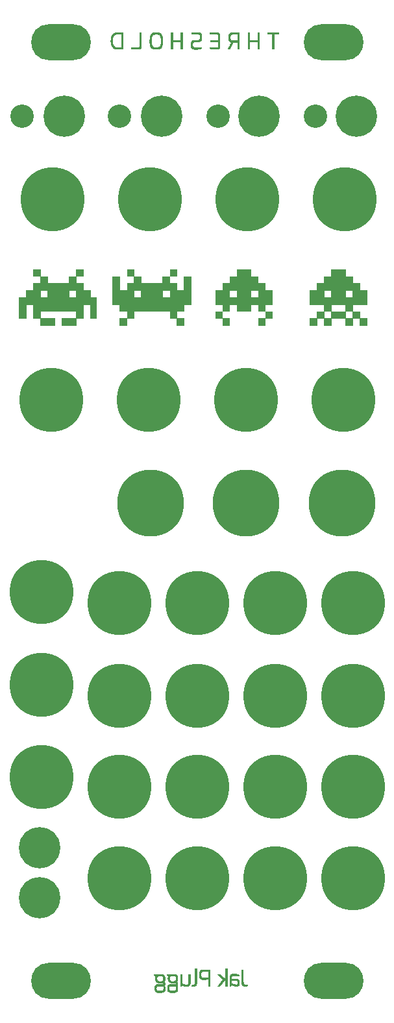
<source format=gbs>
G04 DipTrace 3.3.0.0*
G04 threshold_panel_01.GBS*
%MOIN*%
G04 #@! TF.FileFunction,Soldermask,Bot*
G04 #@! TF.Part,Single*
%ADD12C,0.001*%
%ADD21C,0.212*%
%ADD22C,0.120079*%
%ADD27C,0.342677*%
%ADD29O,0.307244X0.185197*%
%ADD31C,0.328031*%
%FSLAX26Y26*%
G04*
G70*
G90*
G75*
G01*
G04 BotMask*
%LPD*%
D21*
X578067Y936316D3*
D22*
X987766Y4950265D3*
X487766D3*
D21*
X706517Y4950266D3*
D22*
X1494017Y4950265D3*
X1994016D3*
D21*
X1206517D3*
X1706517D3*
X2206517D3*
X578067Y1195516D3*
D31*
X987766Y1037766D3*
X1387766D3*
X1787766D3*
X587766Y1556516D3*
X2187766Y1037766D3*
X987766Y1506516D3*
X1387766D3*
X1787766D3*
X2187766D3*
D29*
X2087766Y511665D3*
X687766D3*
D31*
X987766Y1975265D3*
D29*
X687766Y5331516D3*
X2087766D3*
D31*
X1387766Y1975265D3*
X1787766D3*
X2187766D3*
X987766Y2450265D3*
X1387766D3*
X1787766D3*
X637766Y3494016D3*
X2187766Y2450265D3*
X587766Y2031516D3*
Y2506516D3*
X1637766Y3494016D3*
X2137766D3*
X1137766D3*
X644016Y4525265D3*
X1644016D3*
X2144016D3*
X1144016D3*
D27*
X2131516Y2962766D3*
X1637766D3*
X1150266D3*
X1376858Y574714D2*
D12*
X1384858D1*
X1532858D2*
X1540858D1*
X1376858Y573714D2*
X1384858D1*
X1532858D2*
X1540858D1*
X1376858Y572714D2*
X1384858D1*
X1532858D2*
X1540858D1*
X1376858Y571714D2*
X1384858D1*
X1532858D2*
X1540858D1*
X1376858Y570714D2*
X1384858D1*
X1532858D2*
X1540858D1*
X1376858Y569714D2*
X1384858D1*
X1532858D2*
X1540858D1*
X1376858Y568714D2*
X1384858D1*
X1414858D2*
X1452858D1*
X1532858D2*
X1540858D1*
X1616858D2*
X1623858D1*
X1376858Y567714D2*
X1384858D1*
X1411515D2*
X1452858D1*
X1532858D2*
X1540858D1*
X1616858D2*
X1623858D1*
X1376858Y566714D2*
X1384858D1*
X1408821D2*
X1452858D1*
X1532858D2*
X1540858D1*
X1616858D2*
X1623858D1*
X1376858Y565714D2*
X1384858D1*
X1406791D2*
X1452858D1*
X1532858D2*
X1540858D1*
X1616858D2*
X1623858D1*
X1376858Y564714D2*
X1384858D1*
X1405264D2*
X1452858D1*
X1532858D2*
X1540858D1*
X1616858D2*
X1623858D1*
X1376858Y563714D2*
X1384858D1*
X1404058D2*
X1452858D1*
X1532858D2*
X1540858D1*
X1616858D2*
X1623858D1*
X1376858Y562714D2*
X1384858D1*
X1403089D2*
X1452858D1*
X1532858D2*
X1540858D1*
X1616858D2*
X1623858D1*
X1376858Y561714D2*
X1384858D1*
X1402325D2*
X1452858D1*
X1532858D2*
X1540858D1*
X1616858D2*
X1623858D1*
X1376858Y560714D2*
X1384858D1*
X1401699D2*
X1452858D1*
X1532858D2*
X1540858D1*
X1616858D2*
X1623858D1*
X1376858Y559714D2*
X1384858D1*
X1401143D2*
X1413900D1*
X1444858D2*
X1452858D1*
X1532858D2*
X1540858D1*
X1616858D2*
X1623858D1*
X1376858Y558714D2*
X1384858D1*
X1400621D2*
X1412071D1*
X1444858D2*
X1452858D1*
X1532858D2*
X1540858D1*
X1616858D2*
X1623858D1*
X1376858Y557714D2*
X1384858D1*
X1400116D2*
X1410513D1*
X1444858D2*
X1452858D1*
X1532858D2*
X1540858D1*
X1616858D2*
X1623858D1*
X1376858Y556714D2*
X1384858D1*
X1399649D2*
X1409307D1*
X1444858D2*
X1452858D1*
X1532858D2*
X1540858D1*
X1616858D2*
X1623858D1*
X1376858Y555714D2*
X1384858D1*
X1399275D2*
X1408422D1*
X1444858D2*
X1452858D1*
X1532858D2*
X1540858D1*
X1616858D2*
X1623858D1*
X1376858Y554714D2*
X1384858D1*
X1399015D2*
X1407774D1*
X1444858D2*
X1452858D1*
X1532858D2*
X1540858D1*
X1616858D2*
X1623858D1*
X1376858Y553714D2*
X1384858D1*
X1398774D2*
X1407323D1*
X1444858D2*
X1452858D1*
X1532858D2*
X1540858D1*
X1616858D2*
X1623858D1*
X1376858Y552714D2*
X1384858D1*
X1398485D2*
X1407032D1*
X1444858D2*
X1452858D1*
X1532858D2*
X1540858D1*
X1616858D2*
X1623858D1*
X1376858Y551714D2*
X1384858D1*
X1398208D2*
X1406780D1*
X1444858D2*
X1452858D1*
X1532858D2*
X1540858D1*
X1616858D2*
X1623858D1*
X1376858Y550714D2*
X1384858D1*
X1398026D2*
X1406487D1*
X1444858D2*
X1452858D1*
X1532858D2*
X1540858D1*
X1616858D2*
X1623858D1*
X1376858Y549714D2*
X1384858D1*
X1397930D2*
X1406209D1*
X1444858D2*
X1452858D1*
X1532858D2*
X1540858D1*
X1616858D2*
X1623858D1*
X1376858Y548714D2*
X1384858D1*
X1397887D2*
X1406026D1*
X1444858D2*
X1452858D1*
X1532858D2*
X1540858D1*
X1616858D2*
X1623858D1*
X1376858Y547714D2*
X1384858D1*
X1397869D2*
X1405930D1*
X1444858D2*
X1452858D1*
X1532858D2*
X1540858D1*
X1616858D2*
X1623858D1*
X1376858Y546714D2*
X1384858D1*
X1397862D2*
X1405887D1*
X1444858D2*
X1452858D1*
X1532858D2*
X1540858D1*
X1616858D2*
X1623858D1*
X1376858Y545714D2*
X1384858D1*
X1397860D2*
X1405869D1*
X1444858D2*
X1452858D1*
X1532858D2*
X1540858D1*
X1565858D2*
X1586858D1*
X1616858D2*
X1623858D1*
X1165858Y544714D2*
X1208858D1*
X1230858D2*
X1273858D1*
X1300858D2*
X1308858D1*
X1342858D2*
X1350858D1*
X1376858D2*
X1384858D1*
X1397859D2*
X1405862D1*
X1444858D2*
X1452858D1*
X1492858D2*
X1503858D1*
X1532858D2*
X1540858D1*
X1563900D2*
X1592262D1*
X1616858D2*
X1623858D1*
X1165858Y543714D2*
X1210816D1*
X1230858D2*
X1275816D1*
X1300858D2*
X1308858D1*
X1342858D2*
X1350858D1*
X1376858D2*
X1384858D1*
X1397858D2*
X1405860D1*
X1444858D2*
X1452858D1*
X1493858D2*
X1505013D1*
X1532858D2*
X1540858D1*
X1562071D2*
X1596505D1*
X1616858D2*
X1623858D1*
X1165862Y542714D2*
X1212649D1*
X1230862D2*
X1277649D1*
X1300858D2*
X1308858D1*
X1342858D2*
X1350858D1*
X1376858D2*
X1384858D1*
X1397858D2*
X1405859D1*
X1444858D2*
X1452858D1*
X1494858D2*
X1506261D1*
X1532858D2*
X1540858D1*
X1560513D2*
X1599729D1*
X1616858D2*
X1623858D1*
X1165917Y541714D2*
X1214239D1*
X1230917D2*
X1279239D1*
X1300858D2*
X1308858D1*
X1342858D2*
X1350858D1*
X1376858D2*
X1384858D1*
X1397858D2*
X1405858D1*
X1444858D2*
X1452858D1*
X1495858D2*
X1507520D1*
X1532858D2*
X1540858D1*
X1559303D2*
X1601025D1*
X1616858D2*
X1623858D1*
X1166057Y540714D2*
X1215541D1*
X1231057D2*
X1280541D1*
X1300858D2*
X1308858D1*
X1342858D2*
X1350858D1*
X1376858D2*
X1384858D1*
X1397858D2*
X1405858D1*
X1444858D2*
X1452858D1*
X1496858D2*
X1508695D1*
X1532858D2*
X1540858D1*
X1558383D2*
X1601473D1*
X1616858D2*
X1623858D1*
X1166895Y539714D2*
X1216577D1*
X1231895D2*
X1281577D1*
X1300858D2*
X1308858D1*
X1342858D2*
X1350858D1*
X1376858D2*
X1384858D1*
X1397858D2*
X1405858D1*
X1444858D2*
X1452858D1*
X1497858D2*
X1509788D1*
X1532858D2*
X1540858D1*
X1557608D2*
X1601702D1*
X1616858D2*
X1623858D1*
X1168974Y538714D2*
X1217404D1*
X1233974D2*
X1282404D1*
X1300858D2*
X1308858D1*
X1342858D2*
X1350858D1*
X1376858D2*
X1384858D1*
X1397862D2*
X1405862D1*
X1444858D2*
X1452858D1*
X1498862D2*
X1510830D1*
X1532858D2*
X1540858D1*
X1556917D2*
X1601803D1*
X1616858D2*
X1623858D1*
X1171247Y537714D2*
X1218137D1*
X1236247D2*
X1283137D1*
X1300858D2*
X1308858D1*
X1342858D2*
X1350858D1*
X1376858D2*
X1384858D1*
X1397897D2*
X1405897D1*
X1444858D2*
X1452858D1*
X1499897D2*
X1511848D1*
X1532858D2*
X1540858D1*
X1556370D2*
X1569255D1*
X1585858D2*
X1601858D1*
X1616858D2*
X1623858D1*
X1173201Y536714D2*
X1188135D1*
X1204269D2*
X1218810D1*
X1238201D2*
X1253135D1*
X1269269D2*
X1283810D1*
X1300858D2*
X1308858D1*
X1342858D2*
X1350858D1*
X1376858D2*
X1384858D1*
X1398025D2*
X1406025D1*
X1444858D2*
X1452858D1*
X1501025D2*
X1512855D1*
X1532858D2*
X1540858D1*
X1555944D2*
X1567121D1*
X1616858D2*
X1623858D1*
X1174858Y535714D2*
X1185845D1*
X1207023D2*
X1219350D1*
X1239858D2*
X1250845D1*
X1272023D2*
X1284350D1*
X1300858D2*
X1308858D1*
X1342858D2*
X1350858D1*
X1376858D2*
X1384858D1*
X1398264D2*
X1406268D1*
X1444858D2*
X1452858D1*
X1502264D2*
X1513857D1*
X1532858D2*
X1540858D1*
X1555557D2*
X1565582D1*
X1616858D2*
X1623858D1*
X1174242Y534714D2*
X1184160D1*
X1209024D2*
X1219774D1*
X1239242D2*
X1249160D1*
X1274024D2*
X1284774D1*
X1300858D2*
X1308858D1*
X1342858D2*
X1350858D1*
X1376858D2*
X1384858D1*
X1398525D2*
X1406560D1*
X1444858D2*
X1452858D1*
X1503521D2*
X1514858D1*
X1532858D2*
X1540858D1*
X1555237D2*
X1564536D1*
X1616858D2*
X1623858D1*
X1173703Y533714D2*
X1182956D1*
X1210472D2*
X1220164D1*
X1238703D2*
X1247956D1*
X1275472D2*
X1285164D1*
X1300858D2*
X1308858D1*
X1342858D2*
X1350858D1*
X1376858D2*
X1384858D1*
X1398734D2*
X1406865D1*
X1444858D2*
X1452858D1*
X1504695D2*
X1515858D1*
X1532858D2*
X1540858D1*
X1555036D2*
X1563818D1*
X1616858D2*
X1623858D1*
X1173264Y532714D2*
X1182059D1*
X1211520D2*
X1220519D1*
X1238264D2*
X1247059D1*
X1276520D2*
X1285519D1*
X1300858D2*
X1308858D1*
X1342858D2*
X1350858D1*
X1376858D2*
X1384858D1*
X1398954D2*
X1407237D1*
X1444858D2*
X1452858D1*
X1505788D2*
X1516858D1*
X1532858D2*
X1540858D1*
X1554934D2*
X1563343D1*
X1616858D2*
X1623858D1*
X1172897Y531714D2*
X1181425D1*
X1212233D2*
X1220847D1*
X1237897D2*
X1246425D1*
X1277233D2*
X1285847D1*
X1300858D2*
X1308858D1*
X1342858D2*
X1350858D1*
X1376858D2*
X1384858D1*
X1399240D2*
X1407706D1*
X1444858D2*
X1452858D1*
X1506830D2*
X1517862D1*
X1532858D2*
X1540858D1*
X1554888D2*
X1563073D1*
X1616858D2*
X1623858D1*
X1172538Y530714D2*
X1180963D1*
X1212730D2*
X1221189D1*
X1237538D2*
X1245963D1*
X1277730D2*
X1286189D1*
X1300858D2*
X1308858D1*
X1342858D2*
X1350858D1*
X1376858D2*
X1384858D1*
X1399549D2*
X1408343D1*
X1444858D2*
X1452858D1*
X1507848D2*
X1518897D1*
X1532858D2*
X1540858D1*
X1554869D2*
X1562910D1*
X1616858D2*
X1623858D1*
X1172229Y529714D2*
X1180564D1*
X1213144D2*
X1221491D1*
X1237229D2*
X1245564D1*
X1278144D2*
X1286491D1*
X1300858D2*
X1308858D1*
X1342858D2*
X1350858D1*
X1376858D2*
X1384858D1*
X1399862D2*
X1409271D1*
X1444858D2*
X1452858D1*
X1508855D2*
X1520025D1*
X1532858D2*
X1540858D1*
X1554862D2*
X1562727D1*
X1616858D2*
X1623858D1*
X1172034Y528714D2*
X1180239D1*
X1213475D2*
X1221684D1*
X1237034D2*
X1245239D1*
X1278475D2*
X1286684D1*
X1300858D2*
X1308858D1*
X1342858D2*
X1350858D1*
X1376858D2*
X1384858D1*
X1400232D2*
X1410555D1*
X1444858D2*
X1452858D1*
X1509857D2*
X1521264D1*
X1532858D2*
X1540858D1*
X1554860D2*
X1562465D1*
X1616858D2*
X1623858D1*
X1171933Y527714D2*
X1180037D1*
X1213678D2*
X1221784D1*
X1236933D2*
X1245037D1*
X1278678D2*
X1286784D1*
X1300858D2*
X1308858D1*
X1342858D2*
X1350858D1*
X1376858D2*
X1384858D1*
X1400663D2*
X1412141D1*
X1444858D2*
X1452858D1*
X1510858D2*
X1522521D1*
X1532858D2*
X1540858D1*
X1554859D2*
X1562200D1*
X1616858D2*
X1623858D1*
X1171888Y526714D2*
X1179934D1*
X1213782D2*
X1221829D1*
X1236888D2*
X1244934D1*
X1278782D2*
X1286829D1*
X1300858D2*
X1308858D1*
X1342858D2*
X1350858D1*
X1376858D2*
X1384858D1*
X1401133D2*
X1452858D1*
X1511858D2*
X1523715D1*
X1532858D2*
X1540858D1*
X1554858D2*
X1562027D1*
X1616858D2*
X1623858D1*
X1171869Y525714D2*
X1179888D1*
X1213828D2*
X1221847D1*
X1236869D2*
X1244888D1*
X1278828D2*
X1286847D1*
X1300858D2*
X1308858D1*
X1342858D2*
X1350858D1*
X1376858D2*
X1384858D1*
X1401656D2*
X1452858D1*
X1512858D2*
X1524998D1*
X1532858D2*
X1540858D1*
X1554858D2*
X1561968D1*
X1616858D2*
X1623858D1*
X1171862Y524714D2*
X1179869D1*
X1213847D2*
X1221854D1*
X1236862D2*
X1244869D1*
X1278847D2*
X1286854D1*
X1300858D2*
X1308858D1*
X1342858D2*
X1350858D1*
X1376858D2*
X1384858D1*
X1402285D2*
X1452858D1*
X1513858D2*
X1526813D1*
X1532858D2*
X1540858D1*
X1554858D2*
X1562053D1*
X1616858D2*
X1623858D1*
X1171860Y523714D2*
X1179862D1*
X1213854D2*
X1221857D1*
X1236860D2*
X1244862D1*
X1278854D2*
X1286857D1*
X1300858D2*
X1308858D1*
X1342858D2*
X1350858D1*
X1376858D2*
X1384858D1*
X1403098D2*
X1452858D1*
X1514858D2*
X1529540D1*
X1532858D2*
X1540858D1*
X1554858D2*
X1562275D1*
X1616858D2*
X1623858D1*
X1171859Y522714D2*
X1179860D1*
X1213857D2*
X1221858D1*
X1236859D2*
X1244860D1*
X1278857D2*
X1286858D1*
X1300858D2*
X1308858D1*
X1342858D2*
X1350858D1*
X1376858D2*
X1384858D1*
X1404150D2*
X1452858D1*
X1515858D2*
X1540858D1*
X1554858D2*
X1562524D1*
X1616858D2*
X1623858D1*
X1171862Y521714D2*
X1179859D1*
X1213854D2*
X1221858D1*
X1236862D2*
X1244859D1*
X1278854D2*
X1286858D1*
X1300858D2*
X1308858D1*
X1342858D2*
X1350858D1*
X1376858D2*
X1384858D1*
X1405506D2*
X1452858D1*
X1516858D2*
X1540858D1*
X1554858D2*
X1562697D1*
X1616858D2*
X1623858D1*
X1171897Y520714D2*
X1179862D1*
X1213819D2*
X1221854D1*
X1236897D2*
X1244862D1*
X1278819D2*
X1286854D1*
X1300858D2*
X1308858D1*
X1342858D2*
X1350858D1*
X1376858D2*
X1384858D1*
X1407147D2*
X1452858D1*
X1517858D2*
X1540858D1*
X1554858D2*
X1562794D1*
X1616858D2*
X1623858D1*
X1172025Y519714D2*
X1179897D1*
X1213692D2*
X1221819D1*
X1237025D2*
X1244897D1*
X1278692D2*
X1286819D1*
X1300858D2*
X1308858D1*
X1342858D2*
X1350858D1*
X1376858D2*
X1384858D1*
X1408968D2*
X1438858D1*
X1444858D2*
X1452858D1*
X1518858D2*
X1540858D1*
X1554858D2*
X1594858D1*
X1616858D2*
X1623858D1*
X1172264Y518714D2*
X1180029D1*
X1213448D2*
X1221692D1*
X1237264D2*
X1245029D1*
X1278448D2*
X1286692D1*
X1300858D2*
X1308858D1*
X1342858D2*
X1350858D1*
X1376858D2*
X1384858D1*
X1410858D2*
X1427858D1*
X1444858D2*
X1452858D1*
X1519858D2*
X1540858D1*
X1554858D2*
X1596471D1*
X1616858D2*
X1623858D1*
X1172525Y517714D2*
X1180303D1*
X1213157D2*
X1221452D1*
X1237525D2*
X1245303D1*
X1278157D2*
X1286452D1*
X1300858D2*
X1308858D1*
X1342858D2*
X1350858D1*
X1376858D2*
X1384858D1*
X1444858D2*
X1452858D1*
X1519013D2*
X1540858D1*
X1554858D2*
X1597970D1*
X1616858D2*
X1623858D1*
X1172734Y516714D2*
X1180691D1*
X1212851D2*
X1221192D1*
X1237734D2*
X1245691D1*
X1277851D2*
X1286192D1*
X1300858D2*
X1308858D1*
X1342858D2*
X1350858D1*
X1376858D2*
X1384858D1*
X1444858D2*
X1452858D1*
X1518261D2*
X1540858D1*
X1554858D2*
X1599247D1*
X1616858D2*
X1623858D1*
X1172954Y515714D2*
X1181144D1*
X1212480D2*
X1220982D1*
X1237954D2*
X1246144D1*
X1277480D2*
X1285982D1*
X1300858D2*
X1308858D1*
X1342858D2*
X1350858D1*
X1376858D2*
X1384858D1*
X1444858D2*
X1452858D1*
X1517520D2*
X1540858D1*
X1554858D2*
X1600243D1*
X1616858D2*
X1623858D1*
X1173240Y514714D2*
X1181660D1*
X1212014D2*
X1220758D1*
X1238240D2*
X1246660D1*
X1277014D2*
X1285758D1*
X1300858D2*
X1308858D1*
X1342858D2*
X1350858D1*
X1376858D2*
X1384858D1*
X1444858D2*
X1452858D1*
X1516699D2*
X1540858D1*
X1554858D2*
X1601067D1*
X1616858D2*
X1623858D1*
X1173549Y513714D2*
X1182290D1*
X1211409D2*
X1220441D1*
X1238549D2*
X1247290D1*
X1276409D2*
X1285441D1*
X1300858D2*
X1308858D1*
X1342858D2*
X1350858D1*
X1376858D2*
X1384858D1*
X1444858D2*
X1452858D1*
X1515827D2*
X1526862D1*
X1532858D2*
X1540858D1*
X1554858D2*
X1562858D1*
X1564858D2*
X1601782D1*
X1616858D2*
X1623858D1*
X1173862Y512714D2*
X1183141D1*
X1210569D2*
X1220036D1*
X1238862D2*
X1248141D1*
X1275569D2*
X1285036D1*
X1300858D2*
X1308858D1*
X1342858D2*
X1350858D1*
X1376858D2*
X1384858D1*
X1444858D2*
X1452858D1*
X1514997D2*
X1525897D1*
X1532858D2*
X1540858D1*
X1554858D2*
X1562858D1*
X1578858D2*
X1602340D1*
X1616858D2*
X1623858D1*
X1174232Y511714D2*
X1184360D1*
X1209354D2*
X1219576D1*
X1239232D2*
X1249360D1*
X1274354D2*
X1284576D1*
X1300858D2*
X1308858D1*
X1342858D2*
X1350858D1*
X1376858D2*
X1384858D1*
X1444858D2*
X1452858D1*
X1514254D2*
X1525025D1*
X1532858D2*
X1540858D1*
X1554858D2*
X1562858D1*
X1590662D2*
X1602771D1*
X1616858D2*
X1623858D1*
X1174663Y510714D2*
X1186114D1*
X1207602D2*
X1219058D1*
X1239663D2*
X1251114D1*
X1272602D2*
X1284058D1*
X1300858D2*
X1308858D1*
X1342858D2*
X1350858D1*
X1376858D2*
X1384858D1*
X1444858D2*
X1452858D1*
X1513521D2*
X1524264D1*
X1532858D2*
X1540858D1*
X1554858D2*
X1562858D1*
X1592243D2*
X1603159D1*
X1616858D2*
X1623858D1*
X1175133Y509714D2*
X1188372D1*
X1205344D2*
X1218435D1*
X1240133D2*
X1253372D1*
X1270344D2*
X1283435D1*
X1300858D2*
X1308858D1*
X1342858D2*
X1350858D1*
X1376858D2*
X1384858D1*
X1444858D2*
X1452858D1*
X1512733D2*
X1523521D1*
X1532858D2*
X1540858D1*
X1554858D2*
X1562858D1*
X1593539D2*
X1603480D1*
X1616858D2*
X1623858D1*
X1175656Y508714D2*
X1217662D1*
X1240656D2*
X1282662D1*
X1300858D2*
X1308858D1*
X1342858D2*
X1350858D1*
X1376858D2*
X1384858D1*
X1444858D2*
X1452858D1*
X1511954D2*
X1522699D1*
X1532858D2*
X1540858D1*
X1554858D2*
X1562858D1*
X1594534D2*
X1603680D1*
X1616858D2*
X1623858D1*
X1176281Y507714D2*
X1216782D1*
X1241281D2*
X1281782D1*
X1300858D2*
X1308858D1*
X1342858D2*
X1350858D1*
X1376858D2*
X1384858D1*
X1444858D2*
X1452858D1*
X1511236D2*
X1521827D1*
X1532858D2*
X1540858D1*
X1554858D2*
X1562858D1*
X1595310D2*
X1603783D1*
X1616858D2*
X1623858D1*
X1177059Y506714D2*
X1215858D1*
X1242059D2*
X1280858D1*
X1300858D2*
X1308858D1*
X1342858D2*
X1350858D1*
X1376858D2*
X1384858D1*
X1444858D2*
X1452858D1*
X1510514D2*
X1520997D1*
X1532858D2*
X1540858D1*
X1554858D2*
X1562858D1*
X1595592D2*
X1603828D1*
X1616858D2*
X1623858D1*
X1177984Y505714D2*
X1217162D1*
X1242984D2*
X1282162D1*
X1300858D2*
X1308858D1*
X1342858D2*
X1350858D1*
X1376858D2*
X1384858D1*
X1444858D2*
X1452858D1*
X1509730D2*
X1520254D1*
X1532858D2*
X1540858D1*
X1554858D2*
X1562858D1*
X1595745D2*
X1603847D1*
X1616858D2*
X1623858D1*
X1179112Y504714D2*
X1218328D1*
X1244112D2*
X1283328D1*
X1300858D2*
X1308858D1*
X1342858D2*
X1350858D1*
X1376858D2*
X1384858D1*
X1444858D2*
X1452858D1*
X1508953D2*
X1519517D1*
X1532858D2*
X1540858D1*
X1554858D2*
X1562858D1*
X1595814D2*
X1603854D1*
X1616858D2*
X1623858D1*
X1180612Y503714D2*
X1219242D1*
X1245612D2*
X1284242D1*
X1300858D2*
X1308858D1*
X1342858D2*
X1350858D1*
X1376858D2*
X1384854D1*
X1444858D2*
X1452858D1*
X1508236D2*
X1518698D1*
X1532858D2*
X1540858D1*
X1554858D2*
X1562858D1*
X1595842D2*
X1603857D1*
X1616858D2*
X1623862D1*
X1182729Y502714D2*
X1219952D1*
X1247729D2*
X1284952D1*
X1300858D2*
X1308858D1*
X1342858D2*
X1350858D1*
X1376854D2*
X1384819D1*
X1444858D2*
X1452858D1*
X1507510D2*
X1517826D1*
X1532858D2*
X1540858D1*
X1554858D2*
X1562858D1*
X1595852D2*
X1603858D1*
X1616858D2*
X1623897D1*
X1185581Y501714D2*
X1220544D1*
X1250581D2*
X1285544D1*
X1300858D2*
X1308858D1*
X1342858D2*
X1350858D1*
X1376819D2*
X1384692D1*
X1444858D2*
X1452858D1*
X1506695D2*
X1516997D1*
X1532858D2*
X1540858D1*
X1554858D2*
X1562858D1*
X1595856D2*
X1603858D1*
X1616858D2*
X1624025D1*
X1188858Y500714D2*
X1221046D1*
X1253858D2*
X1286046D1*
X1300858D2*
X1308862D1*
X1342854D2*
X1350854D1*
X1376692D2*
X1384452D1*
X1444858D2*
X1452858D1*
X1505826D2*
X1516254D1*
X1532858D2*
X1540858D1*
X1554858D2*
X1562862D1*
X1595858D2*
X1603858D1*
X1616858D2*
X1624264D1*
X1212662Y499714D2*
X1221430D1*
X1277662D2*
X1286430D1*
X1300858D2*
X1308905D1*
X1342819D2*
X1350819D1*
X1376448D2*
X1384196D1*
X1444858D2*
X1452858D1*
X1504996D2*
X1515517D1*
X1532858D2*
X1540858D1*
X1554858D2*
X1562909D1*
X1595858D2*
X1603858D1*
X1616858D2*
X1624525D1*
X1213247Y498714D2*
X1221660D1*
X1278247D2*
X1286660D1*
X1300858D2*
X1309011D1*
X1342688D2*
X1350692D1*
X1376157D2*
X1384021D1*
X1444858D2*
X1452858D1*
X1504254D2*
X1514698D1*
X1532858D2*
X1540858D1*
X1554858D2*
X1563026D1*
X1595858D2*
X1603858D1*
X1616858D2*
X1624734D1*
X1213574Y497714D2*
X1221775D1*
X1278574D2*
X1286775D1*
X1300858D2*
X1309532D1*
X1342409D2*
X1350448D1*
X1375851D2*
X1383925D1*
X1444858D2*
X1452858D1*
X1503521D2*
X1513826D1*
X1532858D2*
X1540858D1*
X1554858D2*
X1563653D1*
X1595854D2*
X1603858D1*
X1616858D2*
X1624958D1*
X1213750Y496714D2*
X1221826D1*
X1278750D2*
X1286826D1*
X1300858D2*
X1310874D1*
X1341986D2*
X1350157D1*
X1375476D2*
X1383847D1*
X1444858D2*
X1452858D1*
X1502733D2*
X1512997D1*
X1532858D2*
X1540858D1*
X1554858D2*
X1565349D1*
X1595815D2*
X1603854D1*
X1616862D2*
X1625275D1*
X1213558Y495714D2*
X1221842D1*
X1278558D2*
X1286842D1*
X1300858D2*
X1312692D1*
X1341402D2*
X1349851D1*
X1374968D2*
X1383702D1*
X1444858D2*
X1452858D1*
X1501954D2*
X1512254D1*
X1532858D2*
X1540858D1*
X1554858D2*
X1567727D1*
X1595649D2*
X1603819D1*
X1616897D2*
X1625684D1*
X1212659Y494714D2*
X1221815D1*
X1277659D2*
X1286815D1*
X1300858D2*
X1314929D1*
X1340608D2*
X1349484D1*
X1374323D2*
X1383452D1*
X1444858D2*
X1452858D1*
X1501236D2*
X1511517D1*
X1532858D2*
X1540858D1*
X1554858D2*
X1570822D1*
X1595337D2*
X1603692D1*
X1617025D2*
X1626183D1*
X1211361Y493714D2*
X1221686D1*
X1276361D2*
X1286686D1*
X1300858D2*
X1317579D1*
X1339562D2*
X1349054D1*
X1372827D2*
X1383158D1*
X1444858D2*
X1452858D1*
X1500510D2*
X1510698D1*
X1532858D2*
X1540858D1*
X1554858D2*
X1574827D1*
X1594508D2*
X1603448D1*
X1617268D2*
X1626903D1*
X1179858Y492714D2*
X1221413D1*
X1244858D2*
X1286413D1*
X1300858D2*
X1320698D1*
X1338213D2*
X1348583D1*
X1370692D2*
X1382851D1*
X1444858D2*
X1452858D1*
X1499695D2*
X1509826D1*
X1532858D2*
X1540858D1*
X1554858D2*
X1580391D1*
X1592052D2*
X1603153D1*
X1617560D2*
X1627891D1*
X1177784Y491714D2*
X1221021D1*
X1242784D2*
X1286021D1*
X1300858D2*
X1324196D1*
X1336595D2*
X1348061D1*
X1367952D2*
X1382480D1*
X1444858D2*
X1452858D1*
X1498826D2*
X1508997D1*
X1532858D2*
X1540858D1*
X1554858D2*
X1588009D1*
X1587990D2*
X1602816D1*
X1617865D2*
X1631004D1*
X1175997Y490714D2*
X1220537D1*
X1240997D2*
X1285537D1*
X1300858D2*
X1347435D1*
X1365081D2*
X1382014D1*
X1444858D2*
X1452858D1*
X1497996D2*
X1508254D1*
X1532858D2*
X1540858D1*
X1554858D2*
X1602352D1*
X1618237D2*
X1635862D1*
X1640858D2*
X1645858D1*
X1174575Y489714D2*
X1219937D1*
X1239575D2*
X1284937D1*
X1300858D2*
X1309017D1*
X1310704D2*
X1346662D1*
X1362735D2*
X1381416D1*
X1444858D2*
X1452858D1*
X1497254D2*
X1507517D1*
X1532858D2*
X1540858D1*
X1554858D2*
X1561820D1*
X1564666D2*
X1601775D1*
X1618702D2*
X1646009D1*
X1173514Y488714D2*
X1219277D1*
X1238514D2*
X1284277D1*
X1300858D2*
X1308304D1*
X1312456D2*
X1345776D1*
X1360969D2*
X1380651D1*
X1444858D2*
X1452858D1*
X1496521D2*
X1506698D1*
X1532858D2*
X1540858D1*
X1554858D2*
X1561692D1*
X1567290D2*
X1601156D1*
X1619304D2*
X1646218D1*
X1172665Y487714D2*
X1218660D1*
X1237665D2*
X1283660D1*
X1300858D2*
X1307725D1*
X1314201D2*
X1344822D1*
X1360286D2*
X1379730D1*
X1444858D2*
X1452858D1*
X1495733D2*
X1505826D1*
X1532858D2*
X1540858D1*
X1554858D2*
X1561448D1*
X1569791D2*
X1600437D1*
X1620105D2*
X1646409D1*
X1171940Y486714D2*
X1218543D1*
X1236940D2*
X1283543D1*
X1300858D2*
X1307268D1*
X1316065D2*
X1343799D1*
X1360055D2*
X1378616D1*
X1444858D2*
X1452858D1*
X1494955D2*
X1504997D1*
X1532858D2*
X1540858D1*
X1554858D2*
X1561154D1*
X1572367D2*
X1599467D1*
X1621165D2*
X1646189D1*
X1171378Y485714D2*
X1218848D1*
X1236378D2*
X1283848D1*
X1300858D2*
X1306868D1*
X1318138D2*
X1342603D1*
X1359937D2*
X1377234D1*
X1444858D2*
X1452858D1*
X1494245D2*
X1504263D1*
X1532858D2*
X1540858D1*
X1554858D2*
X1560824D1*
X1575176D2*
X1598125D1*
X1622633D2*
X1645415D1*
X1170947Y484714D2*
X1210858D1*
X1214858D2*
X1219324D1*
X1235947D2*
X1275858D1*
X1279858D2*
X1284324D1*
X1300858D2*
X1306400D1*
X1320498D2*
X1341049D1*
X1359886D2*
X1375603D1*
X1444858D2*
X1452858D1*
X1493561D2*
X1503567D1*
X1532858D2*
X1540858D1*
X1554858D2*
X1560384D1*
X1578350D2*
X1596355D1*
X1624737D2*
X1643575D1*
X1170558Y483714D2*
X1179900D1*
X1214858D2*
X1219916D1*
X1235558D2*
X1244900D1*
X1279858D2*
X1284916D1*
X1300858D2*
X1305858D1*
X1323119D2*
X1339068D1*
X1359858D2*
X1373858D1*
X1444858D2*
X1452858D1*
X1492858D2*
X1502858D1*
X1532858D2*
X1540858D1*
X1554858D2*
X1559858D1*
X1581971D2*
X1594204D1*
X1627583D2*
X1640956D1*
X1170237Y482714D2*
X1179064D1*
X1214858D2*
X1220503D1*
X1235237D2*
X1244064D1*
X1279858D2*
X1285503D1*
X1325858D2*
X1336858D1*
X1585858D2*
X1591858D1*
X1630858D2*
X1637858D1*
X1170037Y481714D2*
X1178435D1*
X1214858D2*
X1221023D1*
X1235037D2*
X1243435D1*
X1279858D2*
X1286023D1*
X1169934Y480714D2*
X1177970D1*
X1214858D2*
X1221419D1*
X1234934D2*
X1242970D1*
X1279858D2*
X1286419D1*
X1169888Y479714D2*
X1177567D1*
X1214858D2*
X1221656D1*
X1234888D2*
X1242567D1*
X1279858D2*
X1286656D1*
X1169869Y478714D2*
X1177240D1*
X1214858D2*
X1221773D1*
X1234869D2*
X1242240D1*
X1279858D2*
X1286773D1*
X1169862Y477714D2*
X1177038D1*
X1214858D2*
X1221825D1*
X1234862D2*
X1242038D1*
X1279858D2*
X1286825D1*
X1169860Y476714D2*
X1176934D1*
X1214858D2*
X1221846D1*
X1234860D2*
X1241934D1*
X1279858D2*
X1286846D1*
X1169859Y475714D2*
X1176888D1*
X1214858D2*
X1221854D1*
X1234859D2*
X1241888D1*
X1279858D2*
X1286854D1*
X1169858Y474714D2*
X1176869D1*
X1214858D2*
X1221857D1*
X1234858D2*
X1241869D1*
X1279858D2*
X1286857D1*
X1169858Y473714D2*
X1176862D1*
X1214858D2*
X1221858D1*
X1234858D2*
X1241862D1*
X1279858D2*
X1286858D1*
X1169858Y472714D2*
X1176860D1*
X1214858D2*
X1221858D1*
X1234858D2*
X1241860D1*
X1279858D2*
X1286858D1*
X1169858Y471714D2*
X1176859D1*
X1214858D2*
X1221858D1*
X1234858D2*
X1241859D1*
X1279858D2*
X1286858D1*
X1169858Y470714D2*
X1176862D1*
X1214854D2*
X1221858D1*
X1234858D2*
X1241862D1*
X1279854D2*
X1286858D1*
X1169858Y469714D2*
X1176897D1*
X1214819D2*
X1221858D1*
X1234858D2*
X1241897D1*
X1279819D2*
X1286858D1*
X1169858Y468714D2*
X1177025D1*
X1214692D2*
X1221858D1*
X1234858D2*
X1242025D1*
X1279692D2*
X1286858D1*
X1169858Y467714D2*
X1177268D1*
X1214448D2*
X1221858D1*
X1234858D2*
X1242268D1*
X1279448D2*
X1286858D1*
X1169858Y466714D2*
X1177560D1*
X1214153D2*
X1221858D1*
X1234858D2*
X1242560D1*
X1279153D2*
X1286858D1*
X1169862Y465714D2*
X1177869D1*
X1213812D2*
X1221854D1*
X1234862D2*
X1242869D1*
X1278812D2*
X1286854D1*
X1169897Y464714D2*
X1178280D1*
X1213305D2*
X1221819D1*
X1234897D2*
X1243280D1*
X1278305D2*
X1286819D1*
X1170029Y463714D2*
X1178912D1*
X1212522D2*
X1221688D1*
X1235029D2*
X1243912D1*
X1277522D2*
X1286688D1*
X1170303Y462714D2*
X1179915D1*
X1211336D2*
X1221413D1*
X1235303D2*
X1244915D1*
X1276336D2*
X1286413D1*
X1170691Y461714D2*
X1181338D1*
X1209594D2*
X1221025D1*
X1235691D2*
X1246338D1*
X1274594D2*
X1286025D1*
X1171140Y460714D2*
X1183043D1*
X1207342D2*
X1220572D1*
X1236140D2*
X1248043D1*
X1272342D2*
X1285572D1*
X1171621Y459714D2*
X1220057D1*
X1236621D2*
X1285057D1*
X1172120Y458714D2*
X1219430D1*
X1237120D2*
X1284430D1*
X1172688Y457714D2*
X1218622D1*
X1237688D2*
X1283622D1*
X1173453Y456714D2*
X1217601D1*
X1238453D2*
X1282601D1*
X1174550Y455714D2*
X1216326D1*
X1239550D2*
X1281326D1*
X1176064Y454714D2*
X1214681D1*
X1241064D2*
X1279681D1*
X1178148Y453714D2*
X1212400D1*
X1243148D2*
X1277400D1*
X1180846Y452714D2*
X1209342D1*
X1245846D2*
X1274342D1*
X1183858Y451714D2*
X1205858D1*
X1248858D2*
X1270858D1*
X970858Y5381214D2*
X1004858D1*
X1091858D2*
X1098858D1*
X1165858D2*
X1186858D1*
X1253858D2*
X1261858D1*
X1303858D2*
X1310858D1*
X1374858D2*
X1395858D1*
X1486858D2*
X1491858D1*
X1564858D2*
X1603858D1*
X1647858D2*
X1655858D1*
X1697858D2*
X1704858D1*
X1747858D2*
X1805858D1*
X967012Y5380214D2*
X1004858D1*
X1091858D2*
X1098858D1*
X1162477D2*
X1190119D1*
X1253858D2*
X1261858D1*
X1303858D2*
X1310858D1*
X1366796D2*
X1398316D1*
X1466858D2*
X1494398D1*
X1561752D2*
X1603858D1*
X1647858D2*
X1655858D1*
X1697858D2*
X1704858D1*
X1747858D2*
X1805858D1*
X963867Y5379214D2*
X1004858D1*
X1091858D2*
X1098858D1*
X1159655D2*
X1192952D1*
X1253858D2*
X1261858D1*
X1303858D2*
X1310858D1*
X1358858D2*
X1400560D1*
X1452858D2*
X1496503D1*
X1559167D2*
X1603858D1*
X1647858D2*
X1655858D1*
X1697858D2*
X1704858D1*
X1747858D2*
X1805858D1*
X961325Y5378214D2*
X1004858D1*
X1091858D2*
X1098858D1*
X1157385D2*
X1195266D1*
X1253858D2*
X1261858D1*
X1303858D2*
X1310858D1*
X1358858D2*
X1402504D1*
X1452858D2*
X1498163D1*
X1557116D2*
X1603858D1*
X1647858D2*
X1655858D1*
X1697858D2*
X1704858D1*
X1747858D2*
X1805858D1*
X959233Y5377214D2*
X1004858D1*
X1091858D2*
X1098858D1*
X1155598D2*
X1197083D1*
X1253858D2*
X1261858D1*
X1303858D2*
X1310858D1*
X1358858D2*
X1404035D1*
X1452858D2*
X1499400D1*
X1555505D2*
X1603858D1*
X1647858D2*
X1655858D1*
X1697858D2*
X1704858D1*
X1747858D2*
X1805858D1*
X957535Y5376214D2*
X1004858D1*
X1091858D2*
X1098858D1*
X1154182D2*
X1198482D1*
X1253858D2*
X1261858D1*
X1303858D2*
X1310858D1*
X1358858D2*
X1405155D1*
X1452858D2*
X1500297D1*
X1554295D2*
X1603858D1*
X1647858D2*
X1655858D1*
X1697858D2*
X1704858D1*
X1747858D2*
X1805858D1*
X956158Y5375214D2*
X1004858D1*
X1091858D2*
X1098858D1*
X1152993D2*
X1199556D1*
X1253858D2*
X1261858D1*
X1303858D2*
X1310858D1*
X1358858D2*
X1406037D1*
X1452858D2*
X1500981D1*
X1553412D2*
X1603858D1*
X1647858D2*
X1655858D1*
X1697858D2*
X1704858D1*
X1747858D2*
X1805858D1*
X954984Y5374214D2*
X1004858D1*
X1091858D2*
X1098858D1*
X1151947D2*
X1200397D1*
X1253858D2*
X1261858D1*
X1303858D2*
X1310858D1*
X1358858D2*
X1406805D1*
X1452858D2*
X1501556D1*
X1552732D2*
X1603858D1*
X1647858D2*
X1655858D1*
X1697858D2*
X1704858D1*
X1747858D2*
X1805858D1*
X953944Y5373214D2*
X1004858D1*
X1091858D2*
X1098858D1*
X1151047D2*
X1172076D1*
X1180872D2*
X1201138D1*
X1253858D2*
X1261858D1*
X1303858D2*
X1310858D1*
X1358858D2*
X1381858D1*
X1392423D2*
X1407463D1*
X1452858D2*
X1502051D1*
X1552155D2*
X1603858D1*
X1647858D2*
X1655858D1*
X1697858D2*
X1704858D1*
X1747858D2*
X1805858D1*
X953042Y5372214D2*
X969293D1*
X997858D2*
X1004858D1*
X1091858D2*
X1098858D1*
X1150310D2*
X1166699D1*
X1185757D2*
X1201845D1*
X1253858D2*
X1261858D1*
X1303858D2*
X1310858D1*
X1395422D2*
X1408009D1*
X1491624D2*
X1502432D1*
X1551626D2*
X1563904D1*
X1595858D2*
X1603858D1*
X1647858D2*
X1655858D1*
X1697858D2*
X1704858D1*
X1773858D2*
X1780858D1*
X952274Y5371214D2*
X966291D1*
X997858D2*
X1004858D1*
X1091858D2*
X1098858D1*
X1149693D2*
X1162972D1*
X1189265D2*
X1202481D1*
X1253858D2*
X1261858D1*
X1303858D2*
X1310858D1*
X1397650D2*
X1408418D1*
X1493076D2*
X1502661D1*
X1551118D2*
X1562107D1*
X1595858D2*
X1603858D1*
X1647858D2*
X1655858D1*
X1697858D2*
X1704858D1*
X1773858D2*
X1780858D1*
X951562Y5370214D2*
X964027D1*
X997858D2*
X1004858D1*
X1091858D2*
X1098858D1*
X1149141D2*
X1160455D1*
X1191671D2*
X1203053D1*
X1253858D2*
X1261858D1*
X1303858D2*
X1310858D1*
X1399181D2*
X1408693D1*
X1494133D2*
X1502775D1*
X1550646D2*
X1560644D1*
X1595858D2*
X1603858D1*
X1647858D2*
X1655858D1*
X1697858D2*
X1704858D1*
X1773858D2*
X1780858D1*
X950866Y5369214D2*
X962365D1*
X997858D2*
X1004858D1*
X1091858D2*
X1098858D1*
X1148621D2*
X1158746D1*
X1193356D2*
X1203587D1*
X1253858D2*
X1261858D1*
X1303858D2*
X1310858D1*
X1400206D2*
X1408939D1*
X1494872D2*
X1502826D1*
X1550240D2*
X1559581D1*
X1595858D2*
X1603858D1*
X1647858D2*
X1655858D1*
X1697858D2*
X1704858D1*
X1773858D2*
X1780858D1*
X950233Y5368214D2*
X961061D1*
X997858D2*
X1004858D1*
X1091858D2*
X1098858D1*
X1148116D2*
X1157608D1*
X1194624D2*
X1204100D1*
X1253858D2*
X1261858D1*
X1303858D2*
X1310858D1*
X1400910D2*
X1409231D1*
X1495362D2*
X1502846D1*
X1549887D2*
X1558806D1*
X1595858D2*
X1603858D1*
X1647858D2*
X1655858D1*
X1697858D2*
X1704858D1*
X1773858D2*
X1780858D1*
X949663Y5367214D2*
X959939D1*
X997858D2*
X1004858D1*
X1091858D2*
X1098858D1*
X1147645D2*
X1156812D1*
X1195615D2*
X1204602D1*
X1253858D2*
X1261858D1*
X1303858D2*
X1310858D1*
X1401378D2*
X1409508D1*
X1495635D2*
X1502854D1*
X1549535D2*
X1558188D1*
X1595858D2*
X1603858D1*
X1647858D2*
X1655858D1*
X1697858D2*
X1704858D1*
X1773858D2*
X1780858D1*
X949134Y5366214D2*
X958925D1*
X997858D2*
X1004858D1*
X1091858D2*
X1098858D1*
X1147240D2*
X1156185D1*
X1196387D2*
X1205072D1*
X1253858D2*
X1261858D1*
X1303858D2*
X1310858D1*
X1401641D2*
X1409691D1*
X1495766D2*
X1502857D1*
X1549228D2*
X1557676D1*
X1595858D2*
X1603858D1*
X1647858D2*
X1655858D1*
X1697858D2*
X1704858D1*
X1773858D2*
X1780858D1*
X948652Y5365214D2*
X958034D1*
X997858D2*
X1004858D1*
X1091858D2*
X1098858D1*
X1146887D2*
X1155637D1*
X1197017D2*
X1205477D1*
X1253858D2*
X1261858D1*
X1303858D2*
X1310858D1*
X1401768D2*
X1409786D1*
X1495823D2*
X1502858D1*
X1549033D2*
X1557288D1*
X1595858D2*
X1603858D1*
X1647858D2*
X1655858D1*
X1697858D2*
X1704858D1*
X1773858D2*
X1780858D1*
X948242Y5364214D2*
X957271D1*
X997858D2*
X1004858D1*
X1091858D2*
X1098858D1*
X1146535D2*
X1155118D1*
X1197570D2*
X1205829D1*
X1253858D2*
X1261858D1*
X1303858D2*
X1310858D1*
X1401823D2*
X1409830D1*
X1495845D2*
X1502858D1*
X1548929D2*
X1557053D1*
X1595858D2*
X1603858D1*
X1647858D2*
X1655858D1*
X1697858D2*
X1704858D1*
X1773858D2*
X1780858D1*
X947888Y5363214D2*
X956565D1*
X997858D2*
X1004858D1*
X1091858D2*
X1098858D1*
X1146228D2*
X1154612D1*
X1198060D2*
X1206182D1*
X1253858D2*
X1261858D1*
X1303858D2*
X1310858D1*
X1401846D2*
X1409848D1*
X1495854D2*
X1502858D1*
X1548849D2*
X1556903D1*
X1595858D2*
X1603858D1*
X1647858D2*
X1655858D1*
X1697858D2*
X1704858D1*
X1773858D2*
X1780858D1*
X947531Y5362214D2*
X955901D1*
X997858D2*
X1004858D1*
X1091858D2*
X1098858D1*
X1146030D2*
X1154113D1*
X1198473D2*
X1206492D1*
X1253858D2*
X1261858D1*
X1303858D2*
X1310858D1*
X1401854D2*
X1409854D1*
X1495857D2*
X1502858D1*
X1548703D2*
X1556724D1*
X1595858D2*
X1603858D1*
X1647858D2*
X1655858D1*
X1697858D2*
X1704858D1*
X1773858D2*
X1780858D1*
X947189Y5361214D2*
X955364D1*
X997858D2*
X1004858D1*
X1091858D2*
X1098858D1*
X1145894D2*
X1153648D1*
X1198828D2*
X1206722D1*
X1253858D2*
X1261858D1*
X1303858D2*
X1310858D1*
X1401857D2*
X1409857D1*
X1495858D2*
X1502858D1*
X1548456D2*
X1556464D1*
X1595858D2*
X1603858D1*
X1647858D2*
X1655858D1*
X1697858D2*
X1704858D1*
X1773858D2*
X1780858D1*
X946867Y5360214D2*
X954942D1*
X997858D2*
X1004858D1*
X1091858D2*
X1098858D1*
X1145721D2*
X1153278D1*
X1199181D2*
X1206950D1*
X1253858D2*
X1261858D1*
X1303858D2*
X1310858D1*
X1401858D2*
X1409858D1*
X1495858D2*
X1502858D1*
X1548197D2*
X1556200D1*
X1595858D2*
X1603858D1*
X1647858D2*
X1655858D1*
X1697858D2*
X1704858D1*
X1773858D2*
X1780858D1*
X946527Y5359214D2*
X954553D1*
X997858D2*
X1004858D1*
X1091858D2*
X1098858D1*
X1145463D2*
X1153054D1*
X1199488D2*
X1207235D1*
X1253858D2*
X1261858D1*
X1303858D2*
X1310858D1*
X1401858D2*
X1409858D1*
X1495858D2*
X1502858D1*
X1548022D2*
X1556023D1*
X1595858D2*
X1603858D1*
X1647858D2*
X1655858D1*
X1697858D2*
X1704858D1*
X1773858D2*
X1780858D1*
X946221Y5358214D2*
X954197D1*
X997858D2*
X1004858D1*
X1091858D2*
X1098858D1*
X1145200D2*
X1152937D1*
X1199683D2*
X1207510D1*
X1253858D2*
X1261858D1*
X1303858D2*
X1310858D1*
X1401858D2*
X1409858D1*
X1495858D2*
X1502858D1*
X1547929D2*
X1555929D1*
X1595858D2*
X1603858D1*
X1647858D2*
X1655858D1*
X1697858D2*
X1704858D1*
X1773858D2*
X1780858D1*
X945993Y5357214D2*
X953870D1*
X997858D2*
X1004858D1*
X1091858D2*
X1098858D1*
X1145023D2*
X1152851D1*
X1199787D2*
X1207691D1*
X1253858D2*
X1261858D1*
X1303858D2*
X1310858D1*
X1401858D2*
X1409858D1*
X1495858D2*
X1502858D1*
X1547886D2*
X1555886D1*
X1595858D2*
X1603858D1*
X1647858D2*
X1655858D1*
X1697858D2*
X1704858D1*
X1773858D2*
X1780858D1*
X945766Y5356214D2*
X953528D1*
X997858D2*
X1004858D1*
X1091858D2*
X1098858D1*
X1144925D2*
X1152704D1*
X1199868D2*
X1207786D1*
X1253858D2*
X1261858D1*
X1303858D2*
X1310858D1*
X1401858D2*
X1409858D1*
X1495858D2*
X1502858D1*
X1547869D2*
X1555869D1*
X1595858D2*
X1603858D1*
X1647858D2*
X1655858D1*
X1697858D2*
X1704858D1*
X1773858D2*
X1780858D1*
X945482Y5355214D2*
X953226D1*
X997858D2*
X1004858D1*
X1091858D2*
X1098858D1*
X1144847D2*
X1152456D1*
X1200014D2*
X1207834D1*
X1253858D2*
X1261858D1*
X1303858D2*
X1310858D1*
X1401858D2*
X1409858D1*
X1495858D2*
X1502858D1*
X1547862D2*
X1555862D1*
X1595858D2*
X1603858D1*
X1647858D2*
X1655858D1*
X1697858D2*
X1704858D1*
X1773858D2*
X1780858D1*
X945207Y5354214D2*
X953033D1*
X997858D2*
X1004858D1*
X1091858D2*
X1098858D1*
X1144702D2*
X1152197D1*
X1200260D2*
X1207887D1*
X1253858D2*
X1261858D1*
X1303858D2*
X1310858D1*
X1401858D2*
X1409858D1*
X1495858D2*
X1502858D1*
X1547863D2*
X1555863D1*
X1595858D2*
X1603858D1*
X1647858D2*
X1655858D1*
X1697858D2*
X1704858D1*
X1773858D2*
X1780858D1*
X945025Y5353214D2*
X952929D1*
X997858D2*
X1004858D1*
X1091858D2*
X1098858D1*
X1144456D2*
X1152022D1*
X1200519D2*
X1208021D1*
X1253858D2*
X1261858D1*
X1303858D2*
X1310858D1*
X1401858D2*
X1409858D1*
X1495858D2*
X1502858D1*
X1547898D2*
X1555898D1*
X1595858D2*
X1603858D1*
X1647858D2*
X1655858D1*
X1697858D2*
X1704858D1*
X1773858D2*
X1780858D1*
X944926Y5352214D2*
X952849D1*
X997858D2*
X1004858D1*
X1091858D2*
X1098858D1*
X1144197D2*
X1151929D1*
X1200695D2*
X1208263D1*
X1253858D2*
X1261858D1*
X1303858D2*
X1310858D1*
X1401858D2*
X1409858D1*
X1495858D2*
X1502858D1*
X1548025D2*
X1556025D1*
X1595858D2*
X1603858D1*
X1647858D2*
X1655858D1*
X1697858D2*
X1704858D1*
X1773858D2*
X1780858D1*
X944848Y5351214D2*
X952703D1*
X997858D2*
X1004858D1*
X1091858D2*
X1098858D1*
X1144022D2*
X1151886D1*
X1200788D2*
X1208520D1*
X1253858D2*
X1261858D1*
X1303858D2*
X1310858D1*
X1401854D2*
X1409858D1*
X1495858D2*
X1502858D1*
X1548264D2*
X1556264D1*
X1595858D2*
X1603858D1*
X1647858D2*
X1655858D1*
X1697858D2*
X1704858D1*
X1773858D2*
X1780858D1*
X944702Y5350214D2*
X952456D1*
X997858D2*
X1004858D1*
X1091858D2*
X1098858D1*
X1143929D2*
X1151869D1*
X1200830D2*
X1208695D1*
X1253858D2*
X1261858D1*
X1303858D2*
X1310858D1*
X1401819D2*
X1409854D1*
X1495858D2*
X1502858D1*
X1548521D2*
X1556521D1*
X1595858D2*
X1603858D1*
X1647858D2*
X1655858D1*
X1697858D2*
X1704858D1*
X1773858D2*
X1780858D1*
X944456Y5349214D2*
X952197D1*
X997858D2*
X1004858D1*
X1091858D2*
X1098858D1*
X1143886D2*
X1151862D1*
X1200848D2*
X1208788D1*
X1253858D2*
X1261858D1*
X1303858D2*
X1310858D1*
X1401688D2*
X1409819D1*
X1495858D2*
X1502858D1*
X1548695D2*
X1556699D1*
X1595858D2*
X1603858D1*
X1647858D2*
X1655858D1*
X1697858D2*
X1704858D1*
X1773858D2*
X1780858D1*
X944197Y5348214D2*
X952022D1*
X997858D2*
X1004858D1*
X1091858D2*
X1098858D1*
X1143869D2*
X1151860D1*
X1200855D2*
X1208830D1*
X1253858D2*
X1261858D1*
X1303858D2*
X1310858D1*
X1401413D2*
X1409692D1*
X1495858D2*
X1502858D1*
X1548792D2*
X1556827D1*
X1595858D2*
X1603858D1*
X1647858D2*
X1655858D1*
X1697858D2*
X1704858D1*
X1773858D2*
X1780858D1*
X944022Y5347214D2*
X951929D1*
X997858D2*
X1004858D1*
X1091858D2*
X1098858D1*
X1143862D2*
X1151859D1*
X1200857D2*
X1208848D1*
X1253858D2*
X1261858D1*
X1303858D2*
X1310858D1*
X1401022D2*
X1409452D1*
X1495858D2*
X1502858D1*
X1548869D2*
X1557001D1*
X1595858D2*
X1603858D1*
X1647858D2*
X1655858D1*
X1697858D2*
X1704858D1*
X1773858D2*
X1780858D1*
X943929Y5346214D2*
X951886D1*
X997858D2*
X1004858D1*
X1091858D2*
X1098858D1*
X1143860D2*
X1151858D1*
X1200858D2*
X1208855D1*
X1253858D2*
X1261858D1*
X1303858D2*
X1310858D1*
X1400518D2*
X1409192D1*
X1495858D2*
X1502858D1*
X1549014D2*
X1557293D1*
X1595858D2*
X1603858D1*
X1647858D2*
X1655858D1*
X1697858D2*
X1704858D1*
X1773858D2*
X1780858D1*
X943886Y5345214D2*
X951869D1*
X997858D2*
X1004858D1*
X1091858D2*
X1098858D1*
X1143859D2*
X1151858D1*
X1200858D2*
X1208857D1*
X1253858D2*
X1261858D1*
X1303858D2*
X1310858D1*
X1399900D2*
X1408982D1*
X1495858D2*
X1502858D1*
X1549264D2*
X1557691D1*
X1595858D2*
X1603858D1*
X1647858D2*
X1655858D1*
X1697858D2*
X1704858D1*
X1773858D2*
X1780858D1*
X943869Y5344214D2*
X951862D1*
X997858D2*
X1004858D1*
X1091858D2*
X1098858D1*
X1143858D2*
X1151858D1*
X1200858D2*
X1208858D1*
X1253858D2*
X1261858D1*
X1303858D2*
X1310858D1*
X1398236D2*
X1408758D1*
X1495858D2*
X1502858D1*
X1549558D2*
X1558190D1*
X1595858D2*
X1603858D1*
X1647858D2*
X1655858D1*
X1697858D2*
X1704858D1*
X1773858D2*
X1780858D1*
X943862Y5343214D2*
X951860D1*
X997858D2*
X1004858D1*
X1091858D2*
X1098858D1*
X1143858D2*
X1151858D1*
X1200858D2*
X1208858D1*
X1253858D2*
X1261858D1*
X1303858D2*
X1310858D1*
X1395562D2*
X1408437D1*
X1495858D2*
X1502858D1*
X1549861D2*
X1558912D1*
X1595858D2*
X1603858D1*
X1647858D2*
X1655858D1*
X1697858D2*
X1704858D1*
X1773858D2*
X1780858D1*
X943860Y5342214D2*
X951859D1*
X997858D2*
X1004858D1*
X1091858D2*
X1098858D1*
X1143858D2*
X1151858D1*
X1200858D2*
X1208858D1*
X1253858D2*
X1261858D1*
X1303858D2*
X1310858D1*
X1391925D2*
X1407997D1*
X1477858D2*
X1502858D1*
X1550198D2*
X1560107D1*
X1595858D2*
X1603858D1*
X1647858D2*
X1655858D1*
X1697858D2*
X1704858D1*
X1773858D2*
X1780858D1*
X943859Y5341214D2*
X951858D1*
X997858D2*
X1004858D1*
X1091858D2*
X1098858D1*
X1143858D2*
X1151858D1*
X1200858D2*
X1208858D1*
X1253858D2*
X1310858D1*
X1366858D2*
X1407410D1*
X1456858D2*
X1502858D1*
X1550536D2*
X1561943D1*
X1595858D2*
X1603858D1*
X1647858D2*
X1704858D1*
X1773858D2*
X1780858D1*
X943858Y5340214D2*
X951858D1*
X997858D2*
X1004858D1*
X1091858D2*
X1098858D1*
X1143858D2*
X1151858D1*
X1200858D2*
X1208858D1*
X1253858D2*
X1310858D1*
X1364781D2*
X1406652D1*
X1456858D2*
X1502858D1*
X1550890D2*
X1564291D1*
X1595858D2*
X1603858D1*
X1647858D2*
X1704858D1*
X1773858D2*
X1780858D1*
X943858Y5339214D2*
X951858D1*
X997858D2*
X1004858D1*
X1091858D2*
X1098858D1*
X1143858D2*
X1151858D1*
X1200858D2*
X1208858D1*
X1253858D2*
X1310858D1*
X1362962D2*
X1405768D1*
X1456858D2*
X1502858D1*
X1551360D2*
X1603858D1*
X1647858D2*
X1704858D1*
X1773858D2*
X1780858D1*
X943858Y5338214D2*
X951858D1*
X997858D2*
X1004858D1*
X1091858D2*
X1098858D1*
X1143858D2*
X1151858D1*
X1200858D2*
X1208858D1*
X1253858D2*
X1310858D1*
X1361448D2*
X1404778D1*
X1456858D2*
X1502858D1*
X1551940D2*
X1603858D1*
X1647858D2*
X1704858D1*
X1773858D2*
X1780858D1*
X943858Y5337214D2*
X951858D1*
X997858D2*
X1004858D1*
X1091858D2*
X1098858D1*
X1143858D2*
X1151858D1*
X1200858D2*
X1208858D1*
X1253858D2*
X1310858D1*
X1360275D2*
X1403595D1*
X1456858D2*
X1502858D1*
X1552560D2*
X1603858D1*
X1647858D2*
X1704858D1*
X1773858D2*
X1780858D1*
X943858Y5336214D2*
X951858D1*
X997858D2*
X1004858D1*
X1091858D2*
X1098858D1*
X1143858D2*
X1151858D1*
X1200858D2*
X1208858D1*
X1253858D2*
X1310858D1*
X1359404D2*
X1402046D1*
X1456858D2*
X1502858D1*
X1553279D2*
X1603858D1*
X1647858D2*
X1704858D1*
X1773858D2*
X1780858D1*
X943858Y5335214D2*
X951858D1*
X997858D2*
X1004858D1*
X1091858D2*
X1098858D1*
X1143858D2*
X1151858D1*
X1200858D2*
X1208858D1*
X1253858D2*
X1310858D1*
X1358730D2*
X1400067D1*
X1456858D2*
X1502858D1*
X1554250D2*
X1603858D1*
X1647858D2*
X1704858D1*
X1773858D2*
X1780858D1*
X943858Y5334214D2*
X951858D1*
X997858D2*
X1004858D1*
X1091858D2*
X1098858D1*
X1143858D2*
X1151858D1*
X1200858D2*
X1208858D1*
X1253858D2*
X1310858D1*
X1358158D2*
X1397858D1*
X1471858D2*
X1502858D1*
X1555585D2*
X1603858D1*
X1647858D2*
X1704858D1*
X1773858D2*
X1780858D1*
X943862Y5333214D2*
X951858D1*
X997858D2*
X1004858D1*
X1091858D2*
X1098858D1*
X1143858D2*
X1151858D1*
X1200858D2*
X1208858D1*
X1253858D2*
X1310858D1*
X1357661D2*
X1371452D1*
X1495858D2*
X1502858D1*
X1557291D2*
X1603858D1*
X1647858D2*
X1704858D1*
X1773858D2*
X1780858D1*
X943897Y5332214D2*
X951858D1*
X997858D2*
X1004858D1*
X1091858D2*
X1098858D1*
X1143858D2*
X1151858D1*
X1200858D2*
X1208858D1*
X1253858D2*
X1261858D1*
X1303858D2*
X1310858D1*
X1357245D2*
X1368732D1*
X1495858D2*
X1502858D1*
X1559202D2*
X1592858D1*
X1595858D2*
X1603858D1*
X1647858D2*
X1655858D1*
X1697858D2*
X1704858D1*
X1773858D2*
X1780858D1*
X944025Y5331214D2*
X951862D1*
X997858D2*
X1004858D1*
X1091858D2*
X1098858D1*
X1143858D2*
X1151858D1*
X1200858D2*
X1208858D1*
X1253858D2*
X1261858D1*
X1303858D2*
X1310858D1*
X1356889D2*
X1366859D1*
X1495858D2*
X1502858D1*
X1561078D2*
X1578858D1*
X1595858D2*
X1603858D1*
X1647858D2*
X1655858D1*
X1697858D2*
X1704858D1*
X1773858D2*
X1780858D1*
X944264Y5330214D2*
X951897D1*
X997858D2*
X1004858D1*
X1091858D2*
X1098858D1*
X1143858D2*
X1151858D1*
X1200858D2*
X1208858D1*
X1253858D2*
X1261858D1*
X1303858D2*
X1310858D1*
X1356535D2*
X1365650D1*
X1495858D2*
X1502858D1*
X1562858D2*
X1570858D1*
X1595858D2*
X1603858D1*
X1647858D2*
X1655858D1*
X1697858D2*
X1704858D1*
X1773858D2*
X1780858D1*
X944521Y5329214D2*
X952025D1*
X997858D2*
X1004858D1*
X1091858D2*
X1098858D1*
X1143858D2*
X1151858D1*
X1200858D2*
X1208858D1*
X1253858D2*
X1261858D1*
X1303858D2*
X1310858D1*
X1356228D2*
X1364863D1*
X1495858D2*
X1502858D1*
X1562238D2*
X1570478D1*
X1595858D2*
X1603858D1*
X1647858D2*
X1655858D1*
X1697858D2*
X1704858D1*
X1773858D2*
X1780858D1*
X944695Y5328214D2*
X952264D1*
X997858D2*
X1004858D1*
X1091858D2*
X1098858D1*
X1143858D2*
X1151858D1*
X1200858D2*
X1208858D1*
X1253858D2*
X1261858D1*
X1303858D2*
X1310858D1*
X1356033D2*
X1364355D1*
X1495858D2*
X1502858D1*
X1561668D2*
X1570049D1*
X1595858D2*
X1603858D1*
X1647858D2*
X1655858D1*
X1697858D2*
X1704858D1*
X1773858D2*
X1780858D1*
X944792Y5327214D2*
X952521D1*
X997858D2*
X1004858D1*
X1091858D2*
X1098858D1*
X1143862D2*
X1151858D1*
X1200858D2*
X1208854D1*
X1253858D2*
X1261858D1*
X1303858D2*
X1310858D1*
X1355933D2*
X1364044D1*
X1495858D2*
X1502858D1*
X1561132D2*
X1569584D1*
X1595858D2*
X1603858D1*
X1647858D2*
X1655858D1*
X1697858D2*
X1704858D1*
X1773858D2*
X1780858D1*
X944869Y5326214D2*
X952699D1*
X997858D2*
X1004858D1*
X1091858D2*
X1098858D1*
X1143897D2*
X1151862D1*
X1200858D2*
X1208819D1*
X1253858D2*
X1261858D1*
X1303858D2*
X1310858D1*
X1355888D2*
X1363784D1*
X1495858D2*
X1502858D1*
X1560618D2*
X1569098D1*
X1595858D2*
X1603858D1*
X1647858D2*
X1655858D1*
X1697858D2*
X1704858D1*
X1773858D2*
X1780858D1*
X945014Y5325214D2*
X952827D1*
X997858D2*
X1004858D1*
X1091858D2*
X1098858D1*
X1144025D2*
X1151897D1*
X1200854D2*
X1208692D1*
X1253858D2*
X1261858D1*
X1303858D2*
X1310858D1*
X1355869D2*
X1363488D1*
X1495858D2*
X1502858D1*
X1560111D2*
X1568605D1*
X1595858D2*
X1603858D1*
X1647858D2*
X1655858D1*
X1697858D2*
X1704858D1*
X1773858D2*
X1780858D1*
X945261Y5324214D2*
X952997D1*
X997858D2*
X1004858D1*
X1091858D2*
X1098858D1*
X1144264D2*
X1152025D1*
X1200819D2*
X1208452D1*
X1253858D2*
X1261858D1*
X1303858D2*
X1310858D1*
X1355862D2*
X1363209D1*
X1495858D2*
X1502858D1*
X1559610D2*
X1568107D1*
X1595858D2*
X1603858D1*
X1647858D2*
X1655858D1*
X1697858D2*
X1704858D1*
X1773858D2*
X1780858D1*
X945523Y5323214D2*
X953258D1*
X997858D2*
X1004858D1*
X1091858D2*
X1098858D1*
X1144521D2*
X1152264D1*
X1200692D2*
X1208196D1*
X1253858D2*
X1261858D1*
X1303858D2*
X1310858D1*
X1355860D2*
X1363026D1*
X1495858D2*
X1502858D1*
X1559108D2*
X1567608D1*
X1595858D2*
X1603858D1*
X1647858D2*
X1655858D1*
X1697858D2*
X1704858D1*
X1773858D2*
X1780858D1*
X945734Y5322214D2*
X953556D1*
X997858D2*
X1004858D1*
X1091858D2*
X1098858D1*
X1144695D2*
X1152521D1*
X1200452D2*
X1208021D1*
X1253858D2*
X1261858D1*
X1303858D2*
X1310858D1*
X1355859D2*
X1362930D1*
X1495858D2*
X1502858D1*
X1558609D2*
X1567108D1*
X1595858D2*
X1603858D1*
X1647858D2*
X1655858D1*
X1697858D2*
X1704858D1*
X1773858D2*
X1780858D1*
X945954Y5321214D2*
X953864D1*
X997858D2*
X1004858D1*
X1091858D2*
X1098858D1*
X1144792D2*
X1152699D1*
X1200196D2*
X1207929D1*
X1253858D2*
X1261858D1*
X1303858D2*
X1310858D1*
X1355858D2*
X1362887D1*
X1495858D2*
X1502858D1*
X1558108D2*
X1566609D1*
X1595858D2*
X1603858D1*
X1647858D2*
X1655858D1*
X1697858D2*
X1704858D1*
X1773858D2*
X1780858D1*
X946240Y5320214D2*
X954232D1*
X997858D2*
X1004858D1*
X1091858D2*
X1098858D1*
X1144869D2*
X1152827D1*
X1200018D2*
X1207882D1*
X1253858D2*
X1261858D1*
X1303858D2*
X1310858D1*
X1355858D2*
X1362869D1*
X1495858D2*
X1502858D1*
X1557609D2*
X1566108D1*
X1595858D2*
X1603858D1*
X1647858D2*
X1655858D1*
X1697858D2*
X1704858D1*
X1773858D2*
X1780858D1*
X946549Y5319214D2*
X954663D1*
X997858D2*
X1004858D1*
X1091858D2*
X1098858D1*
X1145014D2*
X1152997D1*
X1199890D2*
X1207830D1*
X1253858D2*
X1261858D1*
X1303858D2*
X1310858D1*
X1355858D2*
X1362862D1*
X1495858D2*
X1502858D1*
X1557108D2*
X1565609D1*
X1595858D2*
X1603858D1*
X1647858D2*
X1655858D1*
X1697858D2*
X1704858D1*
X1773858D2*
X1780858D1*
X946862Y5318214D2*
X955130D1*
X997858D2*
X1004858D1*
X1091858D2*
X1098858D1*
X1145261D2*
X1153258D1*
X1199720D2*
X1207696D1*
X1253858D2*
X1261858D1*
X1303858D2*
X1310858D1*
X1355858D2*
X1362860D1*
X1495858D2*
X1502858D1*
X1556609D2*
X1565108D1*
X1595858D2*
X1603858D1*
X1647858D2*
X1655858D1*
X1697858D2*
X1704858D1*
X1773858D2*
X1780858D1*
X947232Y5317214D2*
X955617D1*
X997858D2*
X1004858D1*
X1091858D2*
X1098858D1*
X1145523D2*
X1153556D1*
X1199459D2*
X1207454D1*
X1253858D2*
X1261858D1*
X1303858D2*
X1310858D1*
X1355858D2*
X1362859D1*
X1495858D2*
X1502858D1*
X1556108D2*
X1564609D1*
X1595858D2*
X1603858D1*
X1647858D2*
X1655858D1*
X1697858D2*
X1704858D1*
X1773858D2*
X1780858D1*
X947659Y5316214D2*
X956115D1*
X997858D2*
X1004858D1*
X1091858D2*
X1098858D1*
X1145734D2*
X1153860D1*
X1199161D2*
X1207192D1*
X1253858D2*
X1261858D1*
X1303858D2*
X1310858D1*
X1355858D2*
X1362858D1*
X1495858D2*
X1502858D1*
X1555609D2*
X1564108D1*
X1595858D2*
X1603858D1*
X1647858D2*
X1655858D1*
X1697858D2*
X1704858D1*
X1773858D2*
X1780858D1*
X948094Y5315214D2*
X956645D1*
X997858D2*
X1004858D1*
X1091858D2*
X1098858D1*
X1145954D2*
X1154197D1*
X1198852D2*
X1206983D1*
X1253858D2*
X1261858D1*
X1303858D2*
X1310858D1*
X1355858D2*
X1362862D1*
X1495858D2*
X1502858D1*
X1555108D2*
X1563609D1*
X1595858D2*
X1603858D1*
X1647858D2*
X1655858D1*
X1697858D2*
X1704858D1*
X1773858D2*
X1780858D1*
X948485Y5314214D2*
X957240D1*
X997858D2*
X1004858D1*
X1091858D2*
X1098858D1*
X1146240D2*
X1154535D1*
X1198480D2*
X1206758D1*
X1253858D2*
X1261858D1*
X1303858D2*
X1310858D1*
X1355858D2*
X1362897D1*
X1495858D2*
X1502858D1*
X1554609D2*
X1563108D1*
X1595858D2*
X1603858D1*
X1647858D2*
X1655858D1*
X1697858D2*
X1704858D1*
X1773858D2*
X1780858D1*
X948836Y5313214D2*
X957887D1*
X997858D2*
X1004858D1*
X1091858D2*
X1098858D1*
X1146549D2*
X1154894D1*
X1198015D2*
X1206441D1*
X1253858D2*
X1261858D1*
X1303858D2*
X1310858D1*
X1355858D2*
X1363025D1*
X1495858D2*
X1502858D1*
X1554108D2*
X1562609D1*
X1595858D2*
X1603858D1*
X1647858D2*
X1655858D1*
X1697858D2*
X1704858D1*
X1773858D2*
X1780858D1*
X949226Y5312214D2*
X958539D1*
X997858D2*
X1004858D1*
X1091854D2*
X1098858D1*
X1146858D2*
X1155400D1*
X1197417D2*
X1206040D1*
X1253858D2*
X1261858D1*
X1303858D2*
X1310858D1*
X1355858D2*
X1363268D1*
X1495854D2*
X1502858D1*
X1553609D2*
X1562108D1*
X1595858D2*
X1603858D1*
X1647858D2*
X1655858D1*
X1697858D2*
X1704858D1*
X1773858D2*
X1780858D1*
X949694Y5311214D2*
X959267D1*
X997858D2*
X1004858D1*
X1091819D2*
X1098858D1*
X1147196D2*
X1156107D1*
X1196655D2*
X1205615D1*
X1253858D2*
X1261858D1*
X1303858D2*
X1310858D1*
X1355858D2*
X1363564D1*
X1495819D2*
X1502858D1*
X1553108D2*
X1561609D1*
X1595858D2*
X1603858D1*
X1647858D2*
X1655858D1*
X1697858D2*
X1704858D1*
X1773858D2*
X1780858D1*
X950260Y5310214D2*
X960204D1*
X997858D2*
X1004858D1*
X1091692D2*
X1098858D1*
X1147531D2*
X1156966D1*
X1195773D2*
X1205225D1*
X1253858D2*
X1261858D1*
X1303858D2*
X1310858D1*
X1355862D2*
X1363905D1*
X1495692D2*
X1502858D1*
X1552605D2*
X1561108D1*
X1595858D2*
X1603858D1*
X1647858D2*
X1655858D1*
X1697858D2*
X1704858D1*
X1773858D2*
X1780858D1*
X950895Y5309214D2*
X961386D1*
X997858D2*
X1004858D1*
X1091444D2*
X1098858D1*
X1147855D2*
X1157942D1*
X1194817D2*
X1204844D1*
X1253858D2*
X1261858D1*
X1303858D2*
X1310858D1*
X1355897D2*
X1364407D1*
X1495448D2*
X1502858D1*
X1552073D2*
X1560609D1*
X1595858D2*
X1603858D1*
X1647858D2*
X1655858D1*
X1697858D2*
X1704858D1*
X1773858D2*
X1780858D1*
X951537Y5308214D2*
X962803D1*
X997858D2*
X1004858D1*
X1091110D2*
X1098858D1*
X1148233D2*
X1159094D1*
X1193752D2*
X1204363D1*
X1253858D2*
X1261858D1*
X1303858D2*
X1310858D1*
X1356025D2*
X1365151D1*
X1495149D2*
X1502858D1*
X1551477D2*
X1560108D1*
X1595858D2*
X1603858D1*
X1647858D2*
X1655858D1*
X1697858D2*
X1704858D1*
X1773858D2*
X1780858D1*
X952229Y5307214D2*
X964531D1*
X997858D2*
X1004858D1*
X1090717D2*
X1098854D1*
X1148697D2*
X1160608D1*
X1192349D2*
X1203783D1*
X1253858D2*
X1261858D1*
X1303858D2*
X1310858D1*
X1356268D2*
X1366172D1*
X1494769D2*
X1502854D1*
X1550833D2*
X1559609D1*
X1595858D2*
X1603858D1*
X1647858D2*
X1655858D1*
X1697858D2*
X1704858D1*
X1773858D2*
X1780858D1*
X953034Y5306214D2*
X966680D1*
X997858D2*
X1004858D1*
X1089734D2*
X1098819D1*
X1149261D2*
X1162766D1*
X1190207D2*
X1203200D1*
X1253858D2*
X1261858D1*
X1303858D2*
X1310858D1*
X1356564D2*
X1367514D1*
X1494250D2*
X1502819D1*
X1550221D2*
X1559108D1*
X1595858D2*
X1603858D1*
X1647858D2*
X1655858D1*
X1697858D2*
X1704858D1*
X1773858D2*
X1780858D1*
X953933Y5305214D2*
X969190D1*
X997858D2*
X1004858D1*
X1088389D2*
X1098688D1*
X1149895D2*
X1165808D1*
X1187081D2*
X1202647D1*
X1253858D2*
X1261858D1*
X1303858D2*
X1310858D1*
X1356901D2*
X1369150D1*
X1493034D2*
X1502688D1*
X1549659D2*
X1558605D1*
X1595858D2*
X1603858D1*
X1647858D2*
X1655858D1*
X1697858D2*
X1704858D1*
X1773858D2*
X1780858D1*
X954888Y5304214D2*
X1004858D1*
X1048858D2*
X1098413D1*
X1150541D2*
X1169653D1*
X1183144D2*
X1202086D1*
X1253858D2*
X1261858D1*
X1303858D2*
X1310858D1*
X1357364D2*
X1370969D1*
X1401858D2*
X1407858D1*
X1491520D2*
X1502413D1*
X1549128D2*
X1558073D1*
X1595858D2*
X1603858D1*
X1647858D2*
X1655858D1*
X1697858D2*
X1704858D1*
X1773858D2*
X1780858D1*
X955873Y5303214D2*
X1004858D1*
X1048858D2*
X1098025D1*
X1151268D2*
X1201441D1*
X1253858D2*
X1261858D1*
X1303858D2*
X1310858D1*
X1357942D2*
X1407858D1*
X1452858D2*
X1502025D1*
X1548616D2*
X1557477D1*
X1595858D2*
X1603858D1*
X1647858D2*
X1655858D1*
X1697858D2*
X1704858D1*
X1773858D2*
X1780858D1*
X956905Y5302214D2*
X1004858D1*
X1048858D2*
X1097572D1*
X1152204D2*
X1200622D1*
X1253858D2*
X1261858D1*
X1303858D2*
X1310858D1*
X1358560D2*
X1407858D1*
X1452858D2*
X1501572D1*
X1548111D2*
X1556833D1*
X1595858D2*
X1603858D1*
X1647858D2*
X1655858D1*
X1697858D2*
X1704858D1*
X1773858D2*
X1780858D1*
X958069Y5301214D2*
X1004858D1*
X1048858D2*
X1097053D1*
X1153386D2*
X1199567D1*
X1253858D2*
X1261858D1*
X1303858D2*
X1310858D1*
X1359279D2*
X1407847D1*
X1452866D2*
X1501057D1*
X1547610D2*
X1556221D1*
X1595858D2*
X1603858D1*
X1647858D2*
X1655858D1*
X1697858D2*
X1704858D1*
X1773858D2*
X1780858D1*
X959482Y5300214D2*
X1004858D1*
X1048858D2*
X1096387D1*
X1154803D2*
X1198203D1*
X1253858D2*
X1261858D1*
X1303858D2*
X1310858D1*
X1360246D2*
X1407811D1*
X1452942D2*
X1500426D1*
X1547108D2*
X1555659D1*
X1595858D2*
X1603858D1*
X1647858D2*
X1655858D1*
X1697858D2*
X1704858D1*
X1773858D2*
X1780858D1*
X961220Y5299214D2*
X1004858D1*
X1048858D2*
X1095410D1*
X1156531D2*
X1196485D1*
X1253858D2*
X1261858D1*
X1303858D2*
X1310858D1*
X1361561D2*
X1407370D1*
X1453124D2*
X1499577D1*
X1546606D2*
X1555131D1*
X1595858D2*
X1603858D1*
X1647858D2*
X1655858D1*
X1697858D2*
X1704858D1*
X1773858D2*
X1780858D1*
X963366Y5298214D2*
X1004858D1*
X1048858D2*
X1093967D1*
X1158680D2*
X1194347D1*
X1253858D2*
X1261858D1*
X1303858D2*
X1310858D1*
X1363292D2*
X1404932D1*
X1453903D2*
X1498383D1*
X1546079D2*
X1554645D1*
X1595858D2*
X1603858D1*
X1647858D2*
X1655858D1*
X1697858D2*
X1704858D1*
X1773858D2*
X1780858D1*
X965976Y5297214D2*
X1004858D1*
X1048858D2*
X1092038D1*
X1161190D2*
X1191739D1*
X1253858D2*
X1261858D1*
X1303858D2*
X1310858D1*
X1365573D2*
X1400403D1*
X1454858D2*
X1496751D1*
X1545495D2*
X1554224D1*
X1595858D2*
X1603858D1*
X1647858D2*
X1655858D1*
X1697858D2*
X1704858D1*
X1773858D2*
X1780858D1*
X968858Y5296214D2*
X1004858D1*
X1048858D2*
X1089858D1*
X1163858D2*
X1188858D1*
X1253858D2*
X1261858D1*
X1303858D2*
X1310858D1*
X1368519D2*
X1393675D1*
X1472858D2*
X1494858D1*
X1544858D2*
X1553858D1*
X1595858D2*
X1603858D1*
X1647858D2*
X1655858D1*
X1697858D2*
X1704858D1*
X1773858D2*
X1780858D1*
X1371858Y5295214D2*
X1385858D1*
X546516Y4164516D2*
X581516D1*
X766516D2*
X801516D1*
X1027516D2*
X1062516D1*
X1247516D2*
X1282516D1*
X1591516D2*
X1663516D1*
X2076516D2*
X2149516D1*
X546516Y4163516D2*
X581516D1*
X766516D2*
X801516D1*
X1027516D2*
X1062516D1*
X1247516D2*
X1282516D1*
X1591516D2*
X1663516D1*
X2076516D2*
X2149516D1*
X546516Y4162516D2*
X581516D1*
X766516D2*
X801516D1*
X1027516D2*
X1062516D1*
X1247516D2*
X1282516D1*
X1591516D2*
X1663516D1*
X2076516D2*
X2149516D1*
X546516Y4161516D2*
X581516D1*
X766516D2*
X801516D1*
X1027516D2*
X1062516D1*
X1247516D2*
X1282516D1*
X1591516D2*
X1663516D1*
X2076516D2*
X2149516D1*
X546516Y4160516D2*
X581516D1*
X766516D2*
X801516D1*
X1027516D2*
X1062516D1*
X1247516D2*
X1282516D1*
X1591516D2*
X1663516D1*
X2076516D2*
X2149516D1*
X546516Y4159516D2*
X581516D1*
X766516D2*
X801516D1*
X1027516D2*
X1062516D1*
X1247516D2*
X1282516D1*
X1591516D2*
X1663516D1*
X2076516D2*
X2149516D1*
X546516Y4158516D2*
X581516D1*
X766516D2*
X801516D1*
X1027516D2*
X1062516D1*
X1247516D2*
X1282516D1*
X1591516D2*
X1663516D1*
X2076516D2*
X2149516D1*
X546516Y4157516D2*
X581516D1*
X766516D2*
X801516D1*
X1027516D2*
X1062516D1*
X1247516D2*
X1282516D1*
X1591516D2*
X1663516D1*
X2076516D2*
X2149516D1*
X546516Y4156516D2*
X581516D1*
X766516D2*
X801516D1*
X1027516D2*
X1062516D1*
X1247516D2*
X1282516D1*
X1591516D2*
X1663516D1*
X2076516D2*
X2149516D1*
X546516Y4155516D2*
X581516D1*
X766516D2*
X801516D1*
X1027516D2*
X1062516D1*
X1247516D2*
X1282516D1*
X1591516D2*
X1663516D1*
X2076516D2*
X2149516D1*
X546516Y4154516D2*
X581516D1*
X766516D2*
X801516D1*
X1027516D2*
X1062516D1*
X1247516D2*
X1282516D1*
X1591516D2*
X1663516D1*
X2076516D2*
X2149516D1*
X546516Y4153516D2*
X581516D1*
X766516D2*
X801516D1*
X1027516D2*
X1062516D1*
X1247516D2*
X1282516D1*
X1591516D2*
X1663516D1*
X2076516D2*
X2149516D1*
X546516Y4152516D2*
X581516D1*
X766516D2*
X801516D1*
X1027516D2*
X1062516D1*
X1247516D2*
X1282516D1*
X1591516D2*
X1663516D1*
X2076516D2*
X2149516D1*
X546516Y4151516D2*
X581516D1*
X766516D2*
X801516D1*
X1027516D2*
X1062516D1*
X1247516D2*
X1282516D1*
X1591516D2*
X1663516D1*
X2076516D2*
X2149516D1*
X546516Y4150516D2*
X581516D1*
X766516D2*
X801516D1*
X1027516D2*
X1062516D1*
X1247516D2*
X1282516D1*
X1591516D2*
X1663516D1*
X2076516D2*
X2149516D1*
X546516Y4149516D2*
X581516D1*
X766516D2*
X801516D1*
X1027516D2*
X1062516D1*
X1247516D2*
X1282516D1*
X1591516D2*
X1663516D1*
X2076516D2*
X2149516D1*
X546516Y4148516D2*
X581516D1*
X766516D2*
X801516D1*
X1027516D2*
X1062516D1*
X1247516D2*
X1282516D1*
X1591516D2*
X1663516D1*
X2076516D2*
X2149516D1*
X546516Y4147516D2*
X581516D1*
X766516D2*
X801516D1*
X1027516D2*
X1062516D1*
X1247516D2*
X1282516D1*
X1591516D2*
X1663516D1*
X2076516D2*
X2149516D1*
X546516Y4146516D2*
X581516D1*
X766516D2*
X801516D1*
X1027516D2*
X1062516D1*
X1247516D2*
X1282516D1*
X1591516D2*
X1663516D1*
X2076516D2*
X2149516D1*
X546516Y4145516D2*
X581516D1*
X766516D2*
X801516D1*
X1027516D2*
X1062516D1*
X1247516D2*
X1282516D1*
X1591516D2*
X1663516D1*
X2076516D2*
X2149516D1*
X546516Y4144516D2*
X581516D1*
X766516D2*
X801516D1*
X1027516D2*
X1062516D1*
X1247516D2*
X1282516D1*
X1591516D2*
X1663516D1*
X2076516D2*
X2149516D1*
X546516Y4143516D2*
X581516D1*
X766516D2*
X801516D1*
X1027516D2*
X1062516D1*
X1247516D2*
X1282516D1*
X1591516D2*
X1663516D1*
X2076516D2*
X2149516D1*
X546516Y4142516D2*
X581516D1*
X766516D2*
X801516D1*
X1027516D2*
X1062516D1*
X1247516D2*
X1282516D1*
X1591516D2*
X1663516D1*
X2076516D2*
X2149516D1*
X546516Y4141516D2*
X581516D1*
X766516D2*
X801516D1*
X1027516D2*
X1062516D1*
X1247516D2*
X1282516D1*
X1591516D2*
X1663516D1*
X2076516D2*
X2149516D1*
X546516Y4140516D2*
X581516D1*
X766516D2*
X801516D1*
X1027516D2*
X1062516D1*
X1247516D2*
X1282516D1*
X1591516D2*
X1663516D1*
X2076516D2*
X2149516D1*
X546516Y4139516D2*
X581516D1*
X766516D2*
X801516D1*
X1027516D2*
X1062516D1*
X1247516D2*
X1282516D1*
X1591516D2*
X1663516D1*
X2076516D2*
X2149516D1*
X546516Y4138516D2*
X581516D1*
X766516D2*
X801516D1*
X1027516D2*
X1062516D1*
X1247516D2*
X1282516D1*
X1591516D2*
X1663516D1*
X2076516D2*
X2149516D1*
X546516Y4137516D2*
X581516D1*
X766516D2*
X801516D1*
X1027516D2*
X1062516D1*
X1247516D2*
X1282516D1*
X1591516D2*
X1663516D1*
X2076516D2*
X2149516D1*
X546516Y4136516D2*
X581516D1*
X766516D2*
X801516D1*
X1027516D2*
X1062516D1*
X1247516D2*
X1282516D1*
X1591516D2*
X1663516D1*
X2076516D2*
X2149516D1*
X546516Y4135516D2*
X581516D1*
X766516D2*
X801516D1*
X1027516D2*
X1062516D1*
X1247516D2*
X1282516D1*
X1591516D2*
X1663516D1*
X2076516D2*
X2149516D1*
X546516Y4134516D2*
X581516D1*
X766516D2*
X801516D1*
X1027516D2*
X1062516D1*
X1247516D2*
X1282516D1*
X1591516D2*
X1663516D1*
X2076516D2*
X2149516D1*
X546516Y4133516D2*
X581516D1*
X766516D2*
X801516D1*
X1027516D2*
X1062516D1*
X1247516D2*
X1282516D1*
X1591516D2*
X1663516D1*
X2076516D2*
X2149516D1*
X546516Y4132516D2*
X581516D1*
X766516D2*
X801516D1*
X1027516D2*
X1062516D1*
X1247516D2*
X1282516D1*
X1591516D2*
X1663516D1*
X2076516D2*
X2149516D1*
X546516Y4131516D2*
X581516D1*
X766516D2*
X801516D1*
X1027516D2*
X1062516D1*
X1247516D2*
X1282516D1*
X1591516D2*
X1663516D1*
X2076516D2*
X2149516D1*
X546516Y4130516D2*
X581516D1*
X766516D2*
X801516D1*
X1027516D2*
X1062516D1*
X1247516D2*
X1282516D1*
X1591516D2*
X1663516D1*
X2076516D2*
X2149516D1*
X546516Y4129516D2*
X581516D1*
X766516D2*
X801516D1*
X1027516D2*
X1062516D1*
X1247516D2*
X1282516D1*
X1591516D2*
X1663516D1*
X2076516D2*
X2149516D1*
X582516Y4128516D2*
X618516D1*
X729516D2*
X765516D1*
X953516D2*
X989516D1*
X1063516D2*
X1099516D1*
X1210516D2*
X1246516D1*
X1320516D2*
X1356516D1*
X1554516D2*
X1700516D1*
X2040516D2*
X2185516D1*
X582516Y4127516D2*
X618516D1*
X729516D2*
X765516D1*
X953516D2*
X989516D1*
X1063516D2*
X1099516D1*
X1210516D2*
X1246516D1*
X1320516D2*
X1356516D1*
X1554516D2*
X1700516D1*
X2040516D2*
X2185516D1*
X582516Y4126516D2*
X618516D1*
X729516D2*
X765516D1*
X953516D2*
X989516D1*
X1063516D2*
X1099516D1*
X1210516D2*
X1246516D1*
X1320516D2*
X1356516D1*
X1554516D2*
X1700516D1*
X2040516D2*
X2185516D1*
X582516Y4125516D2*
X618516D1*
X729516D2*
X765516D1*
X953516D2*
X989516D1*
X1063516D2*
X1099516D1*
X1210516D2*
X1246516D1*
X1320516D2*
X1356516D1*
X1554516D2*
X1700516D1*
X2040516D2*
X2185516D1*
X582516Y4124516D2*
X618516D1*
X729516D2*
X765516D1*
X953516D2*
X989516D1*
X1063516D2*
X1099516D1*
X1210516D2*
X1246516D1*
X1320516D2*
X1356516D1*
X1554516D2*
X1700516D1*
X2040516D2*
X2185516D1*
X582516Y4123516D2*
X618516D1*
X729516D2*
X765516D1*
X953516D2*
X989516D1*
X1063516D2*
X1099516D1*
X1210516D2*
X1246516D1*
X1320516D2*
X1356516D1*
X1554516D2*
X1700516D1*
X2040516D2*
X2185516D1*
X582516Y4122516D2*
X618516D1*
X729516D2*
X765516D1*
X953516D2*
X989516D1*
X1063516D2*
X1099516D1*
X1210516D2*
X1246516D1*
X1320516D2*
X1356516D1*
X1554516D2*
X1700516D1*
X2040516D2*
X2185516D1*
X582516Y4121516D2*
X618516D1*
X729516D2*
X765516D1*
X953516D2*
X989516D1*
X1063516D2*
X1099516D1*
X1210516D2*
X1246516D1*
X1320516D2*
X1356516D1*
X1554516D2*
X1700516D1*
X2040516D2*
X2185516D1*
X582516Y4120516D2*
X618516D1*
X729516D2*
X765516D1*
X953516D2*
X989516D1*
X1063516D2*
X1099516D1*
X1210516D2*
X1246516D1*
X1320516D2*
X1356516D1*
X1554516D2*
X1700516D1*
X2040516D2*
X2185516D1*
X582516Y4119516D2*
X618516D1*
X729516D2*
X765516D1*
X953516D2*
X989516D1*
X1063516D2*
X1099516D1*
X1210516D2*
X1246516D1*
X1320516D2*
X1356516D1*
X1554516D2*
X1700516D1*
X2040516D2*
X2185516D1*
X582516Y4118516D2*
X618516D1*
X729516D2*
X765516D1*
X953516D2*
X989516D1*
X1063516D2*
X1099516D1*
X1210516D2*
X1246516D1*
X1320516D2*
X1356516D1*
X1554516D2*
X1700516D1*
X2040516D2*
X2185516D1*
X582516Y4117516D2*
X618516D1*
X729516D2*
X765516D1*
X953516D2*
X989516D1*
X1063516D2*
X1099516D1*
X1210516D2*
X1246516D1*
X1320516D2*
X1356516D1*
X1554516D2*
X1700516D1*
X2040516D2*
X2185516D1*
X582516Y4116516D2*
X618516D1*
X729516D2*
X765516D1*
X953516D2*
X989516D1*
X1063516D2*
X1099516D1*
X1210516D2*
X1246516D1*
X1320516D2*
X1356516D1*
X1554516D2*
X1700516D1*
X2040516D2*
X2185516D1*
X582516Y4115516D2*
X618516D1*
X729516D2*
X765516D1*
X953516D2*
X989516D1*
X1063516D2*
X1099516D1*
X1210516D2*
X1246516D1*
X1320516D2*
X1356516D1*
X1554516D2*
X1700516D1*
X2040516D2*
X2185516D1*
X582516Y4114516D2*
X618516D1*
X729516D2*
X765516D1*
X953516D2*
X989516D1*
X1063516D2*
X1099516D1*
X1210516D2*
X1246516D1*
X1320516D2*
X1356516D1*
X1554516D2*
X1700516D1*
X2040516D2*
X2185516D1*
X582516Y4113516D2*
X618516D1*
X729516D2*
X765516D1*
X953516D2*
X989516D1*
X1063516D2*
X1099516D1*
X1210516D2*
X1246516D1*
X1320516D2*
X1356516D1*
X1554516D2*
X1700516D1*
X2040516D2*
X2185516D1*
X582516Y4112516D2*
X618516D1*
X729516D2*
X765516D1*
X953516D2*
X989516D1*
X1063516D2*
X1099516D1*
X1210516D2*
X1246516D1*
X1320516D2*
X1356516D1*
X1554516D2*
X1700516D1*
X2040516D2*
X2185516D1*
X582516Y4111516D2*
X618516D1*
X729516D2*
X765516D1*
X953516D2*
X989516D1*
X1063516D2*
X1099516D1*
X1210516D2*
X1246516D1*
X1320516D2*
X1356516D1*
X1554516D2*
X1700516D1*
X2040516D2*
X2185516D1*
X582516Y4110516D2*
X618516D1*
X729516D2*
X765516D1*
X953516D2*
X989516D1*
X1063516D2*
X1099516D1*
X1210516D2*
X1246516D1*
X1320516D2*
X1356516D1*
X1554516D2*
X1700516D1*
X2040516D2*
X2185516D1*
X582516Y4109516D2*
X618516D1*
X729516D2*
X765516D1*
X953516D2*
X989516D1*
X1063516D2*
X1099516D1*
X1210516D2*
X1246516D1*
X1320516D2*
X1356516D1*
X1554516D2*
X1700516D1*
X2040516D2*
X2185516D1*
X582516Y4108516D2*
X618516D1*
X729516D2*
X765516D1*
X953516D2*
X989516D1*
X1063516D2*
X1099516D1*
X1210516D2*
X1246516D1*
X1320516D2*
X1356516D1*
X1554516D2*
X1700516D1*
X2040516D2*
X2185516D1*
X582516Y4107516D2*
X618516D1*
X729516D2*
X765516D1*
X953516D2*
X989516D1*
X1063516D2*
X1099516D1*
X1210516D2*
X1246516D1*
X1320516D2*
X1356516D1*
X1554516D2*
X1700516D1*
X2040516D2*
X2185516D1*
X582516Y4106516D2*
X618516D1*
X729516D2*
X765516D1*
X953516D2*
X989516D1*
X1063516D2*
X1099516D1*
X1210516D2*
X1246516D1*
X1320516D2*
X1356516D1*
X1554516D2*
X1700516D1*
X2040516D2*
X2185516D1*
X582516Y4105516D2*
X618516D1*
X729516D2*
X765516D1*
X953516D2*
X989516D1*
X1063516D2*
X1099516D1*
X1210516D2*
X1246516D1*
X1320516D2*
X1356516D1*
X1554516D2*
X1700516D1*
X2040516D2*
X2185516D1*
X582516Y4104516D2*
X618516D1*
X729516D2*
X765516D1*
X953516D2*
X989516D1*
X1063516D2*
X1099516D1*
X1210516D2*
X1246516D1*
X1320516D2*
X1356516D1*
X1554516D2*
X1700516D1*
X2040516D2*
X2185516D1*
X582516Y4103516D2*
X618516D1*
X729516D2*
X765516D1*
X953516D2*
X989516D1*
X1063516D2*
X1099516D1*
X1210516D2*
X1246516D1*
X1320516D2*
X1356516D1*
X1554516D2*
X1700516D1*
X2040516D2*
X2185516D1*
X582516Y4102516D2*
X618516D1*
X729516D2*
X765516D1*
X953516D2*
X989516D1*
X1063516D2*
X1099516D1*
X1210516D2*
X1246516D1*
X1320516D2*
X1356516D1*
X1554516D2*
X1700516D1*
X2040516D2*
X2185516D1*
X582516Y4101516D2*
X618516D1*
X729516D2*
X765516D1*
X953516D2*
X989516D1*
X1063516D2*
X1099516D1*
X1210516D2*
X1246516D1*
X1320516D2*
X1356516D1*
X1554516D2*
X1700516D1*
X2040516D2*
X2185516D1*
X582516Y4100516D2*
X618516D1*
X729516D2*
X765516D1*
X953516D2*
X989516D1*
X1063516D2*
X1099516D1*
X1210516D2*
X1246516D1*
X1320516D2*
X1356516D1*
X1554516D2*
X1700516D1*
X2040516D2*
X2185516D1*
X582516Y4099516D2*
X618516D1*
X729516D2*
X765516D1*
X953516D2*
X989516D1*
X1063516D2*
X1099516D1*
X1210516D2*
X1246516D1*
X1320516D2*
X1356516D1*
X1554516D2*
X1700516D1*
X2040516D2*
X2185516D1*
X582516Y4098516D2*
X618516D1*
X729516D2*
X765516D1*
X953516D2*
X989516D1*
X1063516D2*
X1099516D1*
X1210516D2*
X1246516D1*
X1320516D2*
X1356516D1*
X1554516D2*
X1700516D1*
X2040516D2*
X2185516D1*
X582516Y4097516D2*
X618516D1*
X729516D2*
X765516D1*
X953516D2*
X989516D1*
X1063516D2*
X1099516D1*
X1210516D2*
X1246516D1*
X1320516D2*
X1356516D1*
X1554516D2*
X1700516D1*
X2040516D2*
X2185516D1*
X582516Y4096516D2*
X618516D1*
X729516D2*
X765516D1*
X953516D2*
X989516D1*
X1063516D2*
X1099516D1*
X1210516D2*
X1246516D1*
X1320516D2*
X1356516D1*
X1554516D2*
X1700516D1*
X2040516D2*
X2185516D1*
X582516Y4095516D2*
X618516D1*
X729516D2*
X765516D1*
X953516D2*
X989516D1*
X1063516D2*
X1099516D1*
X1210516D2*
X1246516D1*
X1320516D2*
X1356516D1*
X1554516D2*
X1700516D1*
X2040516D2*
X2185516D1*
X582516Y4094516D2*
X618516D1*
X729516D2*
X765516D1*
X953516D2*
X989516D1*
X1063516D2*
X1099516D1*
X1210516D2*
X1246516D1*
X1320516D2*
X1356516D1*
X1554516D2*
X1700516D1*
X2040516D2*
X2185516D1*
X582516Y4093516D2*
X618516D1*
X729516D2*
X765516D1*
X953516D2*
X989516D1*
X1063516D2*
X1099516D1*
X1210516D2*
X1246516D1*
X1320516D2*
X1356516D1*
X1554516D2*
X1700516D1*
X2040516D2*
X2185516D1*
X546516Y4092516D2*
X801516D1*
X953516D2*
X989516D1*
X1027516D2*
X1282516D1*
X1320516D2*
X1356516D1*
X1517516D2*
X1736516D1*
X2003516D2*
X2222516D1*
X546516Y4091516D2*
X801516D1*
X953516D2*
X989516D1*
X1027516D2*
X1282516D1*
X1320516D2*
X1356516D1*
X1517516D2*
X1736516D1*
X2003516D2*
X2222516D1*
X546516Y4090516D2*
X801516D1*
X953516D2*
X989516D1*
X1027516D2*
X1282516D1*
X1320516D2*
X1356516D1*
X1517516D2*
X1736516D1*
X2003516D2*
X2222516D1*
X546516Y4089516D2*
X801516D1*
X953516D2*
X989516D1*
X1027516D2*
X1282516D1*
X1320516D2*
X1356516D1*
X1517516D2*
X1736516D1*
X2003516D2*
X2222516D1*
X546516Y4088516D2*
X801516D1*
X953516D2*
X989516D1*
X1027516D2*
X1282516D1*
X1320516D2*
X1356516D1*
X1517516D2*
X1736516D1*
X2003516D2*
X2222516D1*
X546516Y4087516D2*
X801516D1*
X953516D2*
X989516D1*
X1027516D2*
X1282516D1*
X1320516D2*
X1356516D1*
X1517516D2*
X1736516D1*
X2003516D2*
X2222516D1*
X546516Y4086516D2*
X801516D1*
X953516D2*
X989516D1*
X1027516D2*
X1282516D1*
X1320516D2*
X1356516D1*
X1517516D2*
X1736516D1*
X2003516D2*
X2222516D1*
X546516Y4085516D2*
X801516D1*
X953516D2*
X989516D1*
X1027516D2*
X1282516D1*
X1320516D2*
X1356516D1*
X1517516D2*
X1736516D1*
X2003516D2*
X2222516D1*
X546516Y4084516D2*
X801516D1*
X953516D2*
X989516D1*
X1027516D2*
X1282516D1*
X1320516D2*
X1356516D1*
X1517516D2*
X1736516D1*
X2003516D2*
X2222516D1*
X546516Y4083516D2*
X801516D1*
X953516D2*
X989516D1*
X1027516D2*
X1282516D1*
X1320516D2*
X1356516D1*
X1517516D2*
X1736516D1*
X2003516D2*
X2222516D1*
X546516Y4082516D2*
X801516D1*
X953516D2*
X989516D1*
X1027516D2*
X1282516D1*
X1320516D2*
X1356516D1*
X1517516D2*
X1736516D1*
X2003516D2*
X2222516D1*
X546516Y4081516D2*
X801516D1*
X953516D2*
X989516D1*
X1027516D2*
X1282516D1*
X1320516D2*
X1356516D1*
X1517516D2*
X1736516D1*
X2003516D2*
X2222516D1*
X546516Y4080516D2*
X801516D1*
X953516D2*
X989516D1*
X1027516D2*
X1282516D1*
X1320516D2*
X1356516D1*
X1517516D2*
X1736516D1*
X2003516D2*
X2222516D1*
X546516Y4079516D2*
X801516D1*
X953516D2*
X989516D1*
X1027516D2*
X1282516D1*
X1320516D2*
X1356516D1*
X1517516D2*
X1736516D1*
X2003516D2*
X2222516D1*
X546516Y4078516D2*
X801516D1*
X953516D2*
X989516D1*
X1027516D2*
X1282516D1*
X1320516D2*
X1356516D1*
X1517516D2*
X1736516D1*
X2003516D2*
X2222516D1*
X546516Y4077516D2*
X801516D1*
X953516D2*
X989516D1*
X1027516D2*
X1282516D1*
X1320516D2*
X1356516D1*
X1517516D2*
X1736516D1*
X2003516D2*
X2222516D1*
X546516Y4076516D2*
X801516D1*
X953516D2*
X989516D1*
X1027516D2*
X1282516D1*
X1320516D2*
X1356516D1*
X1517516D2*
X1736516D1*
X2003516D2*
X2222516D1*
X546516Y4075516D2*
X801516D1*
X953516D2*
X989516D1*
X1027516D2*
X1282516D1*
X1320516D2*
X1356516D1*
X1517516D2*
X1736516D1*
X2003516D2*
X2222516D1*
X546516Y4074516D2*
X801516D1*
X953516D2*
X989516D1*
X1027516D2*
X1282516D1*
X1320516D2*
X1356516D1*
X1517516D2*
X1736516D1*
X2003516D2*
X2222516D1*
X546516Y4073516D2*
X801516D1*
X953516D2*
X989516D1*
X1027516D2*
X1282516D1*
X1320516D2*
X1356516D1*
X1517516D2*
X1736516D1*
X2003516D2*
X2222516D1*
X546516Y4072516D2*
X801516D1*
X953516D2*
X989516D1*
X1027516D2*
X1282516D1*
X1320516D2*
X1356516D1*
X1517516D2*
X1736516D1*
X2003516D2*
X2222516D1*
X546516Y4071516D2*
X801516D1*
X953516D2*
X989516D1*
X1027516D2*
X1282516D1*
X1320516D2*
X1356516D1*
X1517516D2*
X1736516D1*
X2003516D2*
X2222516D1*
X546516Y4070516D2*
X801516D1*
X953516D2*
X989516D1*
X1027516D2*
X1282516D1*
X1320516D2*
X1356516D1*
X1517516D2*
X1736516D1*
X2003516D2*
X2222516D1*
X546516Y4069516D2*
X801516D1*
X953516D2*
X989516D1*
X1027516D2*
X1282516D1*
X1320516D2*
X1356516D1*
X1517516D2*
X1736516D1*
X2003516D2*
X2222516D1*
X546516Y4068516D2*
X801516D1*
X953516D2*
X989516D1*
X1027516D2*
X1282516D1*
X1320516D2*
X1356516D1*
X1517516D2*
X1736516D1*
X2003516D2*
X2222516D1*
X546516Y4067516D2*
X801516D1*
X953516D2*
X989516D1*
X1027516D2*
X1282516D1*
X1320516D2*
X1356516D1*
X1517516D2*
X1736516D1*
X2003516D2*
X2222516D1*
X546516Y4066516D2*
X801516D1*
X953516D2*
X989516D1*
X1027516D2*
X1282516D1*
X1320516D2*
X1356516D1*
X1517516D2*
X1736516D1*
X2003516D2*
X2222516D1*
X546516Y4065516D2*
X801516D1*
X953516D2*
X989516D1*
X1027516D2*
X1282516D1*
X1320516D2*
X1356516D1*
X1517516D2*
X1736516D1*
X2003516D2*
X2222516D1*
X546516Y4064516D2*
X801516D1*
X953516D2*
X989516D1*
X1027516D2*
X1282516D1*
X1320516D2*
X1356516D1*
X1517516D2*
X1736516D1*
X2003516D2*
X2222516D1*
X546516Y4063516D2*
X801516D1*
X953516D2*
X989516D1*
X1027516D2*
X1282516D1*
X1320516D2*
X1356516D1*
X1517516D2*
X1736516D1*
X2003516D2*
X2222516D1*
X546516Y4062516D2*
X801516D1*
X953516D2*
X989516D1*
X1027516D2*
X1282516D1*
X1320516D2*
X1356516D1*
X1517516D2*
X1736516D1*
X2003516D2*
X2222516D1*
X546516Y4061516D2*
X801516D1*
X953516D2*
X989516D1*
X1027516D2*
X1282516D1*
X1320516D2*
X1356516D1*
X1517516D2*
X1736516D1*
X2003516D2*
X2222516D1*
X546516Y4060516D2*
X801516D1*
X953516D2*
X989516D1*
X1027516D2*
X1282516D1*
X1320516D2*
X1356516D1*
X1517516D2*
X1736516D1*
X2003516D2*
X2222516D1*
X546516Y4059516D2*
X801516D1*
X953516D2*
X989516D1*
X1027516D2*
X1282516D1*
X1320516D2*
X1356516D1*
X1517516D2*
X1736516D1*
X2003516D2*
X2222516D1*
X546516Y4058516D2*
X801516D1*
X953516D2*
X989516D1*
X1027516D2*
X1282516D1*
X1320516D2*
X1356516D1*
X1517516D2*
X1736516D1*
X2003516D2*
X2222516D1*
X546516Y4057516D2*
X801516D1*
X953516D2*
X989516D1*
X1027516D2*
X1282516D1*
X1320516D2*
X1356516D1*
X1517516D2*
X1736516D1*
X2003516D2*
X2222516D1*
X509516Y4056516D2*
X581516D1*
X619516D2*
X728516D1*
X766516D2*
X838516D1*
X953516D2*
X1062516D1*
X1100516D2*
X1209516D1*
X1247516D2*
X1356516D1*
X1481516D2*
X1553516D1*
X1591516D2*
X1663516D1*
X1701516D2*
X1773516D1*
X1966516D2*
X2039516D1*
X2076516D2*
X2149516D1*
X2186516D2*
X2259516D1*
X509516Y4055516D2*
X581516D1*
X619516D2*
X728516D1*
X766516D2*
X838516D1*
X953516D2*
X1062516D1*
X1100516D2*
X1209516D1*
X1247516D2*
X1356516D1*
X1481516D2*
X1553516D1*
X1591516D2*
X1663516D1*
X1701516D2*
X1773516D1*
X1966516D2*
X2039516D1*
X2076516D2*
X2149516D1*
X2186516D2*
X2259516D1*
X509516Y4054516D2*
X581516D1*
X619516D2*
X728516D1*
X766516D2*
X838516D1*
X953516D2*
X1062516D1*
X1100516D2*
X1209516D1*
X1247516D2*
X1356516D1*
X1481516D2*
X1553516D1*
X1591516D2*
X1663516D1*
X1701516D2*
X1773516D1*
X1966516D2*
X2039516D1*
X2076516D2*
X2149516D1*
X2186516D2*
X2259516D1*
X509516Y4053516D2*
X581516D1*
X619516D2*
X728516D1*
X766516D2*
X838516D1*
X953516D2*
X1062516D1*
X1100516D2*
X1209516D1*
X1247516D2*
X1356516D1*
X1481516D2*
X1553516D1*
X1591516D2*
X1663516D1*
X1701516D2*
X1773516D1*
X1966516D2*
X2039516D1*
X2076516D2*
X2149516D1*
X2186516D2*
X2259516D1*
X509516Y4052516D2*
X581516D1*
X619516D2*
X728516D1*
X766516D2*
X838516D1*
X953516D2*
X1062516D1*
X1100516D2*
X1209516D1*
X1247516D2*
X1356516D1*
X1481516D2*
X1553516D1*
X1591516D2*
X1663516D1*
X1701516D2*
X1773516D1*
X1966516D2*
X2039516D1*
X2076516D2*
X2149516D1*
X2186516D2*
X2259516D1*
X509516Y4051516D2*
X581516D1*
X619516D2*
X728516D1*
X766516D2*
X838516D1*
X953516D2*
X1062516D1*
X1100516D2*
X1209516D1*
X1247516D2*
X1356516D1*
X1481516D2*
X1553516D1*
X1591516D2*
X1663516D1*
X1701516D2*
X1773516D1*
X1966516D2*
X2039516D1*
X2076516D2*
X2149516D1*
X2186516D2*
X2259516D1*
X509516Y4050516D2*
X581516D1*
X619516D2*
X728516D1*
X766516D2*
X838516D1*
X953516D2*
X1062516D1*
X1100516D2*
X1209516D1*
X1247516D2*
X1356516D1*
X1481516D2*
X1553516D1*
X1591516D2*
X1663516D1*
X1701516D2*
X1773516D1*
X1966516D2*
X2039516D1*
X2076516D2*
X2149516D1*
X2186516D2*
X2259516D1*
X509516Y4049516D2*
X581516D1*
X619516D2*
X728516D1*
X766516D2*
X838516D1*
X953516D2*
X1062516D1*
X1100516D2*
X1209516D1*
X1247516D2*
X1356516D1*
X1481516D2*
X1553516D1*
X1591516D2*
X1663516D1*
X1701516D2*
X1773516D1*
X1966516D2*
X2039516D1*
X2076516D2*
X2149516D1*
X2186516D2*
X2259516D1*
X509516Y4048516D2*
X581516D1*
X619516D2*
X728516D1*
X766516D2*
X838516D1*
X953516D2*
X1062516D1*
X1100516D2*
X1209516D1*
X1247516D2*
X1356516D1*
X1481516D2*
X1553516D1*
X1591516D2*
X1663516D1*
X1701516D2*
X1773516D1*
X1966516D2*
X2039516D1*
X2076516D2*
X2149516D1*
X2186516D2*
X2259516D1*
X509516Y4047516D2*
X581516D1*
X619516D2*
X728516D1*
X766516D2*
X838516D1*
X953516D2*
X1062516D1*
X1100516D2*
X1209516D1*
X1247516D2*
X1356516D1*
X1481516D2*
X1553516D1*
X1591516D2*
X1663516D1*
X1701516D2*
X1773516D1*
X1966516D2*
X2039516D1*
X2076516D2*
X2149516D1*
X2186516D2*
X2259516D1*
X509516Y4046516D2*
X581516D1*
X619516D2*
X728516D1*
X766516D2*
X838516D1*
X953516D2*
X1062516D1*
X1100516D2*
X1209516D1*
X1247516D2*
X1356516D1*
X1481516D2*
X1553516D1*
X1591516D2*
X1663516D1*
X1701516D2*
X1773516D1*
X1966516D2*
X2039516D1*
X2076516D2*
X2149516D1*
X2186516D2*
X2259516D1*
X509516Y4045516D2*
X581516D1*
X619516D2*
X728516D1*
X766516D2*
X838516D1*
X953516D2*
X1062516D1*
X1100516D2*
X1209516D1*
X1247516D2*
X1356516D1*
X1481516D2*
X1553516D1*
X1591516D2*
X1663516D1*
X1701516D2*
X1773516D1*
X1966516D2*
X2039516D1*
X2076516D2*
X2149516D1*
X2186516D2*
X2259516D1*
X509516Y4044516D2*
X581516D1*
X619516D2*
X728516D1*
X766516D2*
X838516D1*
X953516D2*
X1062516D1*
X1100516D2*
X1209516D1*
X1247516D2*
X1356516D1*
X1481516D2*
X1553516D1*
X1591516D2*
X1663516D1*
X1701516D2*
X1773516D1*
X1966516D2*
X2039516D1*
X2076516D2*
X2149516D1*
X2186516D2*
X2259516D1*
X509516Y4043516D2*
X581516D1*
X619516D2*
X728516D1*
X766516D2*
X838516D1*
X953516D2*
X1062516D1*
X1100516D2*
X1209516D1*
X1247516D2*
X1356516D1*
X1481516D2*
X1553516D1*
X1591516D2*
X1663516D1*
X1701516D2*
X1773516D1*
X1966516D2*
X2039516D1*
X2076516D2*
X2149516D1*
X2186516D2*
X2259516D1*
X509516Y4042516D2*
X581516D1*
X619516D2*
X728516D1*
X766516D2*
X838516D1*
X953516D2*
X1062516D1*
X1100516D2*
X1209516D1*
X1247516D2*
X1356516D1*
X1481516D2*
X1553516D1*
X1591516D2*
X1663516D1*
X1701516D2*
X1773516D1*
X1966516D2*
X2039516D1*
X2076516D2*
X2149516D1*
X2186516D2*
X2259516D1*
X509516Y4041516D2*
X581516D1*
X619516D2*
X728516D1*
X766516D2*
X838516D1*
X953516D2*
X1062516D1*
X1100516D2*
X1209516D1*
X1247516D2*
X1356516D1*
X1481516D2*
X1553516D1*
X1591516D2*
X1663516D1*
X1701516D2*
X1773516D1*
X1966516D2*
X2039516D1*
X2076516D2*
X2149516D1*
X2186516D2*
X2259516D1*
X509516Y4040516D2*
X581516D1*
X619516D2*
X728516D1*
X766516D2*
X838516D1*
X953516D2*
X1062516D1*
X1100516D2*
X1209516D1*
X1247516D2*
X1356516D1*
X1481516D2*
X1553516D1*
X1591516D2*
X1663516D1*
X1701516D2*
X1773516D1*
X1966516D2*
X2039516D1*
X2076516D2*
X2149516D1*
X2186516D2*
X2259516D1*
X509516Y4039516D2*
X581516D1*
X619516D2*
X728516D1*
X766516D2*
X838516D1*
X953516D2*
X1062516D1*
X1100516D2*
X1209516D1*
X1247516D2*
X1356516D1*
X1481516D2*
X1553516D1*
X1591516D2*
X1663516D1*
X1701516D2*
X1773516D1*
X1966516D2*
X2039516D1*
X2076516D2*
X2149516D1*
X2186516D2*
X2259516D1*
X509516Y4038516D2*
X581516D1*
X619516D2*
X728516D1*
X766516D2*
X838516D1*
X953516D2*
X1062516D1*
X1100516D2*
X1209516D1*
X1247516D2*
X1356516D1*
X1481516D2*
X1553516D1*
X1591516D2*
X1663516D1*
X1701516D2*
X1773516D1*
X1966516D2*
X2039516D1*
X2076516D2*
X2149516D1*
X2186516D2*
X2259516D1*
X509516Y4037516D2*
X581516D1*
X619516D2*
X728516D1*
X766516D2*
X838516D1*
X953516D2*
X1062516D1*
X1100516D2*
X1209516D1*
X1247516D2*
X1356516D1*
X1481516D2*
X1553516D1*
X1591516D2*
X1663516D1*
X1701516D2*
X1773516D1*
X1966516D2*
X2039516D1*
X2076516D2*
X2149516D1*
X2186516D2*
X2259516D1*
X509516Y4036516D2*
X581516D1*
X619516D2*
X728516D1*
X766516D2*
X838516D1*
X953516D2*
X1062516D1*
X1100516D2*
X1209516D1*
X1247516D2*
X1356516D1*
X1481516D2*
X1553516D1*
X1591516D2*
X1663516D1*
X1701516D2*
X1773516D1*
X1966516D2*
X2039516D1*
X2076516D2*
X2149516D1*
X2186516D2*
X2259516D1*
X509516Y4035516D2*
X581516D1*
X619516D2*
X728516D1*
X766516D2*
X838516D1*
X953516D2*
X1062516D1*
X1100516D2*
X1209516D1*
X1247516D2*
X1356516D1*
X1481516D2*
X1553516D1*
X1591516D2*
X1663516D1*
X1701516D2*
X1773516D1*
X1966516D2*
X2039516D1*
X2076516D2*
X2149516D1*
X2186516D2*
X2259516D1*
X509516Y4034516D2*
X581516D1*
X619516D2*
X728516D1*
X766516D2*
X838516D1*
X953516D2*
X1062516D1*
X1100516D2*
X1209516D1*
X1247516D2*
X1356516D1*
X1481516D2*
X1553516D1*
X1591516D2*
X1663516D1*
X1701516D2*
X1773516D1*
X1966516D2*
X2039516D1*
X2076516D2*
X2149516D1*
X2186516D2*
X2259516D1*
X509516Y4033516D2*
X581516D1*
X619516D2*
X728516D1*
X766516D2*
X838516D1*
X953516D2*
X1062516D1*
X1100516D2*
X1209516D1*
X1247516D2*
X1356516D1*
X1481516D2*
X1553516D1*
X1591516D2*
X1663516D1*
X1701516D2*
X1773516D1*
X1966516D2*
X2039516D1*
X2076516D2*
X2149516D1*
X2186516D2*
X2259516D1*
X509516Y4032516D2*
X581516D1*
X619516D2*
X728516D1*
X766516D2*
X838516D1*
X953516D2*
X1062516D1*
X1100516D2*
X1209516D1*
X1247516D2*
X1356516D1*
X1481516D2*
X1553516D1*
X1591516D2*
X1663516D1*
X1701516D2*
X1773516D1*
X1966516D2*
X2039516D1*
X2076516D2*
X2149516D1*
X2186516D2*
X2259516D1*
X509516Y4031516D2*
X581516D1*
X619516D2*
X728516D1*
X766516D2*
X838516D1*
X953516D2*
X1062516D1*
X1100516D2*
X1209516D1*
X1247516D2*
X1356516D1*
X1481516D2*
X1553516D1*
X1591516D2*
X1663516D1*
X1701516D2*
X1773516D1*
X1966516D2*
X2039516D1*
X2076516D2*
X2149516D1*
X2186516D2*
X2259516D1*
X509516Y4030516D2*
X581516D1*
X619516D2*
X728516D1*
X766516D2*
X838516D1*
X953516D2*
X1062516D1*
X1100516D2*
X1209516D1*
X1247516D2*
X1356516D1*
X1481516D2*
X1553516D1*
X1591516D2*
X1663516D1*
X1701516D2*
X1773516D1*
X1966516D2*
X2039516D1*
X2076516D2*
X2149516D1*
X2186516D2*
X2259516D1*
X509516Y4029516D2*
X581516D1*
X619516D2*
X728516D1*
X766516D2*
X838516D1*
X953516D2*
X1062516D1*
X1100516D2*
X1209516D1*
X1247516D2*
X1356516D1*
X1481516D2*
X1553516D1*
X1591516D2*
X1663516D1*
X1701516D2*
X1773516D1*
X1966516D2*
X2039516D1*
X2076516D2*
X2149516D1*
X2186516D2*
X2259516D1*
X509516Y4028516D2*
X581516D1*
X619516D2*
X728516D1*
X766516D2*
X838516D1*
X953516D2*
X1062516D1*
X1100516D2*
X1209516D1*
X1247516D2*
X1356516D1*
X1481516D2*
X1553516D1*
X1591516D2*
X1663516D1*
X1701516D2*
X1773516D1*
X1966516D2*
X2039516D1*
X2076516D2*
X2149516D1*
X2186516D2*
X2259516D1*
X509516Y4027516D2*
X581516D1*
X619516D2*
X728516D1*
X766516D2*
X838516D1*
X953516D2*
X1062516D1*
X1100516D2*
X1209516D1*
X1247516D2*
X1356516D1*
X1481516D2*
X1553516D1*
X1591516D2*
X1663516D1*
X1701516D2*
X1773516D1*
X1966516D2*
X2039516D1*
X2076516D2*
X2149516D1*
X2186516D2*
X2259516D1*
X509516Y4026516D2*
X581516D1*
X619516D2*
X728516D1*
X766516D2*
X838516D1*
X953516D2*
X1062516D1*
X1100516D2*
X1209516D1*
X1247516D2*
X1356516D1*
X1481516D2*
X1553516D1*
X1591516D2*
X1663516D1*
X1701516D2*
X1773516D1*
X1966516D2*
X2039516D1*
X2076516D2*
X2149516D1*
X2186516D2*
X2259516D1*
X509516Y4025516D2*
X581516D1*
X619516D2*
X728516D1*
X766516D2*
X838516D1*
X953516D2*
X1062516D1*
X1100516D2*
X1209516D1*
X1247516D2*
X1356516D1*
X1481516D2*
X1553516D1*
X1591516D2*
X1663516D1*
X1701516D2*
X1773516D1*
X1966516D2*
X2039516D1*
X2076516D2*
X2149516D1*
X2186516D2*
X2259516D1*
X509516Y4024516D2*
X581516D1*
X619516D2*
X728516D1*
X766516D2*
X838516D1*
X953516D2*
X1062516D1*
X1100516D2*
X1209516D1*
X1247516D2*
X1356516D1*
X1481516D2*
X1553516D1*
X1591516D2*
X1663516D1*
X1701516D2*
X1773516D1*
X1966516D2*
X2039516D1*
X2076516D2*
X2149516D1*
X2186516D2*
X2259516D1*
X509516Y4023516D2*
X581516D1*
X619516D2*
X728516D1*
X766516D2*
X838516D1*
X953516D2*
X1062516D1*
X1100516D2*
X1209516D1*
X1247516D2*
X1356516D1*
X1481516D2*
X1553516D1*
X1591516D2*
X1663516D1*
X1701516D2*
X1773516D1*
X1966516D2*
X2039516D1*
X2076516D2*
X2149516D1*
X2186516D2*
X2259516D1*
X509516Y4022516D2*
X581516D1*
X619516D2*
X728516D1*
X766516D2*
X838516D1*
X953516D2*
X1062516D1*
X1100516D2*
X1209516D1*
X1247516D2*
X1356516D1*
X1481516D2*
X1553516D1*
X1591516D2*
X1663516D1*
X1701516D2*
X1773516D1*
X1966516D2*
X2039516D1*
X2076516D2*
X2149516D1*
X2186516D2*
X2259516D1*
X509516Y4021516D2*
X581516D1*
X619516D2*
X728516D1*
X766516D2*
X838516D1*
X953516D2*
X1062516D1*
X1100516D2*
X1209516D1*
X1247516D2*
X1356516D1*
X1481516D2*
X1553516D1*
X1591516D2*
X1663516D1*
X1701516D2*
X1773516D1*
X1966516D2*
X2039516D1*
X2076516D2*
X2149516D1*
X2186516D2*
X2259516D1*
X472516Y4020516D2*
X870516D1*
X953516D2*
X1356516D1*
X1481516D2*
X1773516D1*
X1966516D2*
X2259516D1*
X472516Y4019516D2*
X870516D1*
X953516D2*
X1356516D1*
X1481516D2*
X1773516D1*
X1966516D2*
X2259516D1*
X472516Y4018516D2*
X870516D1*
X953516D2*
X1356516D1*
X1481516D2*
X1773516D1*
X1966516D2*
X2259516D1*
X472516Y4017516D2*
X870516D1*
X953516D2*
X1356516D1*
X1481516D2*
X1773516D1*
X1966516D2*
X2259516D1*
X472516Y4016516D2*
X870516D1*
X953516D2*
X1356516D1*
X1481516D2*
X1773516D1*
X1966516D2*
X2259516D1*
X472516Y4015516D2*
X870516D1*
X953516D2*
X1356516D1*
X1481516D2*
X1773516D1*
X1966516D2*
X2259516D1*
X472516Y4014516D2*
X870516D1*
X953516D2*
X1356516D1*
X1481516D2*
X1773516D1*
X1966516D2*
X2259516D1*
X472516Y4013516D2*
X870516D1*
X953516D2*
X1356516D1*
X1481516D2*
X1773516D1*
X1966516D2*
X2259516D1*
X472516Y4012516D2*
X870516D1*
X953516D2*
X1356516D1*
X1481516D2*
X1773516D1*
X1966516D2*
X2259516D1*
X472516Y4011516D2*
X870516D1*
X953516D2*
X1356516D1*
X1481516D2*
X1773516D1*
X1966516D2*
X2259516D1*
X472516Y4010516D2*
X870516D1*
X953516D2*
X1356516D1*
X1481516D2*
X1773516D1*
X1966516D2*
X2259516D1*
X472516Y4009516D2*
X870516D1*
X953516D2*
X1356516D1*
X1481516D2*
X1773516D1*
X1966516D2*
X2259516D1*
X472516Y4008516D2*
X870516D1*
X953516D2*
X1356516D1*
X1481516D2*
X1773516D1*
X1966516D2*
X2259516D1*
X472516Y4007516D2*
X870516D1*
X953516D2*
X1356516D1*
X1481516D2*
X1773516D1*
X1966516D2*
X2259516D1*
X472516Y4006516D2*
X870516D1*
X953516D2*
X1356516D1*
X1481516D2*
X1773516D1*
X1966516D2*
X2259516D1*
X472516Y4005516D2*
X870516D1*
X953516D2*
X1356516D1*
X1481516D2*
X1773516D1*
X1966516D2*
X2259516D1*
X472516Y4004516D2*
X870516D1*
X953516D2*
X1356516D1*
X1481516D2*
X1773516D1*
X1966516D2*
X2259516D1*
X472516Y4003516D2*
X870516D1*
X953516D2*
X1356516D1*
X1481516D2*
X1773516D1*
X1966516D2*
X2259516D1*
X472516Y4002516D2*
X870516D1*
X953516D2*
X1356516D1*
X1481516D2*
X1773516D1*
X1966516D2*
X2259516D1*
X472516Y4001516D2*
X870516D1*
X953516D2*
X1356516D1*
X1481516D2*
X1773516D1*
X1966516D2*
X2259516D1*
X472516Y4000516D2*
X870516D1*
X953516D2*
X1356516D1*
X1481516D2*
X1773516D1*
X1966516D2*
X2259516D1*
X472516Y3999516D2*
X870516D1*
X953516D2*
X1356516D1*
X1481516D2*
X1773516D1*
X1966516D2*
X2259516D1*
X472516Y3998516D2*
X870516D1*
X953516D2*
X1356516D1*
X1481516D2*
X1773516D1*
X1966516D2*
X2259516D1*
X472516Y3997516D2*
X870516D1*
X953516D2*
X1356516D1*
X1481516D2*
X1773516D1*
X1966516D2*
X2259516D1*
X472516Y3996516D2*
X870516D1*
X953516D2*
X1356516D1*
X1481516D2*
X1773516D1*
X1966516D2*
X2259516D1*
X472516Y3995516D2*
X870516D1*
X953516D2*
X1356516D1*
X1481516D2*
X1773516D1*
X1966516D2*
X2259516D1*
X472516Y3994516D2*
X870516D1*
X953516D2*
X1356516D1*
X1481516D2*
X1773516D1*
X1966516D2*
X2259516D1*
X472516Y3993516D2*
X870516D1*
X953516D2*
X1356516D1*
X1481516D2*
X1773516D1*
X1966516D2*
X2259516D1*
X472516Y3992516D2*
X870516D1*
X953516D2*
X1356516D1*
X1481516D2*
X1773516D1*
X1966516D2*
X2259516D1*
X472516Y3991516D2*
X870516D1*
X953516D2*
X1356516D1*
X1481516D2*
X1773516D1*
X1966516D2*
X2259516D1*
X472516Y3990516D2*
X870516D1*
X953516D2*
X1356516D1*
X1481516D2*
X1773516D1*
X1966516D2*
X2259516D1*
X472516Y3989516D2*
X870516D1*
X953516D2*
X1356516D1*
X1481516D2*
X1773516D1*
X1966516D2*
X2259516D1*
X472516Y3988516D2*
X870516D1*
X953516D2*
X1356516D1*
X1481516D2*
X1773516D1*
X1966516D2*
X2259516D1*
X472516Y3987516D2*
X870516D1*
X953516D2*
X1356516D1*
X1481516D2*
X1773516D1*
X1966516D2*
X2259516D1*
X472516Y3986516D2*
X870516D1*
X953516D2*
X1356516D1*
X1481516D2*
X1773516D1*
X1966516D2*
X2259516D1*
X472516Y3985516D2*
X870516D1*
X953516D2*
X1356516D1*
X1481516D2*
X1773516D1*
X1966516D2*
X2259516D1*
X472516Y3984516D2*
X508516D1*
X546516D2*
X801516D1*
X839516D2*
X870516D1*
X990516D2*
X1319516D1*
X1517516D2*
X1553516D1*
X1591516D2*
X1663516D1*
X1701516D2*
X1736516D1*
X2040516D2*
X2075516D1*
X2150516D2*
X2185516D1*
X472516Y3983516D2*
X508516D1*
X546516D2*
X801516D1*
X839516D2*
X870516D1*
X990516D2*
X1319516D1*
X1517516D2*
X1553516D1*
X1591516D2*
X1663516D1*
X1701516D2*
X1736516D1*
X2040516D2*
X2075516D1*
X2150516D2*
X2185516D1*
X472516Y3982516D2*
X508516D1*
X546516D2*
X801516D1*
X839516D2*
X870516D1*
X990516D2*
X1319516D1*
X1517516D2*
X1553516D1*
X1591516D2*
X1663516D1*
X1701516D2*
X1736516D1*
X2040516D2*
X2075516D1*
X2150516D2*
X2185516D1*
X472516Y3981516D2*
X508516D1*
X546516D2*
X801516D1*
X839516D2*
X870516D1*
X990516D2*
X1319516D1*
X1517516D2*
X1553516D1*
X1591516D2*
X1663516D1*
X1701516D2*
X1736516D1*
X2040516D2*
X2075516D1*
X2150516D2*
X2185516D1*
X472516Y3980516D2*
X508516D1*
X546516D2*
X801516D1*
X839516D2*
X870516D1*
X990516D2*
X1319516D1*
X1517516D2*
X1553516D1*
X1591516D2*
X1663516D1*
X1701516D2*
X1736516D1*
X2040516D2*
X2075516D1*
X2150516D2*
X2185516D1*
X472516Y3979516D2*
X508516D1*
X546516D2*
X801516D1*
X839516D2*
X870516D1*
X990516D2*
X1319516D1*
X1517516D2*
X1553516D1*
X1591516D2*
X1663516D1*
X1701516D2*
X1736516D1*
X2040516D2*
X2075516D1*
X2150516D2*
X2185516D1*
X472516Y3978516D2*
X508516D1*
X546516D2*
X801516D1*
X839516D2*
X870516D1*
X990516D2*
X1319516D1*
X1517516D2*
X1553516D1*
X1591516D2*
X1663516D1*
X1701516D2*
X1736516D1*
X2040516D2*
X2075516D1*
X2150516D2*
X2185516D1*
X472516Y3977516D2*
X508516D1*
X546516D2*
X801516D1*
X839516D2*
X870516D1*
X990516D2*
X1319516D1*
X1517516D2*
X1553516D1*
X1591516D2*
X1663516D1*
X1701516D2*
X1736516D1*
X2040516D2*
X2075516D1*
X2150516D2*
X2185516D1*
X472516Y3976516D2*
X508516D1*
X546516D2*
X801516D1*
X839516D2*
X870516D1*
X990516D2*
X1319516D1*
X1517516D2*
X1553516D1*
X1591516D2*
X1663516D1*
X1701516D2*
X1736516D1*
X2040516D2*
X2075516D1*
X2150516D2*
X2185516D1*
X472516Y3975516D2*
X508516D1*
X546516D2*
X801516D1*
X839516D2*
X870516D1*
X990516D2*
X1319516D1*
X1517516D2*
X1553516D1*
X1591516D2*
X1663516D1*
X1701516D2*
X1736516D1*
X2040516D2*
X2075516D1*
X2150516D2*
X2185516D1*
X472516Y3974516D2*
X508516D1*
X546516D2*
X801516D1*
X839516D2*
X870516D1*
X990516D2*
X1319516D1*
X1517516D2*
X1553516D1*
X1591516D2*
X1663516D1*
X1701516D2*
X1736516D1*
X2040516D2*
X2075516D1*
X2150516D2*
X2185516D1*
X472516Y3973516D2*
X508516D1*
X546516D2*
X801516D1*
X839516D2*
X870516D1*
X990516D2*
X1319516D1*
X1517516D2*
X1553516D1*
X1591516D2*
X1663516D1*
X1701516D2*
X1736516D1*
X2040516D2*
X2075516D1*
X2150516D2*
X2185516D1*
X472516Y3972516D2*
X508516D1*
X546516D2*
X801516D1*
X839516D2*
X870516D1*
X990516D2*
X1319516D1*
X1517516D2*
X1553516D1*
X1591516D2*
X1663516D1*
X1701516D2*
X1736516D1*
X2040516D2*
X2075516D1*
X2150516D2*
X2185516D1*
X472516Y3971516D2*
X508516D1*
X546516D2*
X801516D1*
X839516D2*
X870516D1*
X990516D2*
X1319516D1*
X1517516D2*
X1553516D1*
X1591516D2*
X1663516D1*
X1701516D2*
X1736516D1*
X2040516D2*
X2075516D1*
X2150516D2*
X2185516D1*
X472516Y3970516D2*
X508516D1*
X546516D2*
X801516D1*
X839516D2*
X870516D1*
X990516D2*
X1319516D1*
X1517516D2*
X1553516D1*
X1591516D2*
X1663516D1*
X1701516D2*
X1736516D1*
X2040516D2*
X2075516D1*
X2150516D2*
X2185516D1*
X472516Y3969516D2*
X508516D1*
X546516D2*
X801516D1*
X839516D2*
X870516D1*
X990516D2*
X1319516D1*
X1517516D2*
X1553516D1*
X1591516D2*
X1663516D1*
X1701516D2*
X1736516D1*
X2040516D2*
X2075516D1*
X2150516D2*
X2185516D1*
X472516Y3968516D2*
X508516D1*
X546516D2*
X801516D1*
X839516D2*
X870516D1*
X990516D2*
X1319516D1*
X1517516D2*
X1553516D1*
X1591516D2*
X1663516D1*
X1701516D2*
X1736516D1*
X2040516D2*
X2075516D1*
X2150516D2*
X2185516D1*
X472516Y3967516D2*
X508516D1*
X546516D2*
X801516D1*
X839516D2*
X870516D1*
X990516D2*
X1319516D1*
X1517516D2*
X1553516D1*
X1591516D2*
X1663516D1*
X1701516D2*
X1736516D1*
X2040516D2*
X2075516D1*
X2150516D2*
X2185516D1*
X472516Y3966516D2*
X508516D1*
X546516D2*
X801516D1*
X839516D2*
X870516D1*
X990516D2*
X1319516D1*
X1517516D2*
X1553516D1*
X1591516D2*
X1663516D1*
X1701516D2*
X1736516D1*
X2040516D2*
X2075516D1*
X2150516D2*
X2185516D1*
X472516Y3965516D2*
X508516D1*
X546516D2*
X801516D1*
X839516D2*
X870516D1*
X990516D2*
X1319516D1*
X1517516D2*
X1553516D1*
X1591516D2*
X1663516D1*
X1701516D2*
X1736516D1*
X2040516D2*
X2075516D1*
X2150516D2*
X2185516D1*
X472516Y3964516D2*
X508516D1*
X546516D2*
X801516D1*
X839516D2*
X870516D1*
X990516D2*
X1319516D1*
X1517516D2*
X1553516D1*
X1591516D2*
X1663516D1*
X1701516D2*
X1736516D1*
X2040516D2*
X2075516D1*
X2150516D2*
X2185516D1*
X472516Y3963516D2*
X508516D1*
X546516D2*
X801516D1*
X839516D2*
X870516D1*
X990516D2*
X1319516D1*
X1517516D2*
X1553516D1*
X1591516D2*
X1663516D1*
X1701516D2*
X1736516D1*
X2040516D2*
X2075516D1*
X2150516D2*
X2185516D1*
X472516Y3962516D2*
X508516D1*
X546516D2*
X801516D1*
X839516D2*
X870516D1*
X990516D2*
X1319516D1*
X1517516D2*
X1553516D1*
X1591516D2*
X1663516D1*
X1701516D2*
X1736516D1*
X2040516D2*
X2075516D1*
X2150516D2*
X2185516D1*
X472516Y3961516D2*
X508516D1*
X546516D2*
X801516D1*
X839516D2*
X870516D1*
X990516D2*
X1319516D1*
X1517516D2*
X1553516D1*
X1591516D2*
X1663516D1*
X1701516D2*
X1736516D1*
X2040516D2*
X2075516D1*
X2150516D2*
X2185516D1*
X472516Y3960516D2*
X508516D1*
X546516D2*
X801516D1*
X839516D2*
X870516D1*
X990516D2*
X1319516D1*
X1517516D2*
X1553516D1*
X1591516D2*
X1663516D1*
X1701516D2*
X1736516D1*
X2040516D2*
X2075516D1*
X2150516D2*
X2185516D1*
X472516Y3959516D2*
X508516D1*
X546516D2*
X801516D1*
X839516D2*
X870516D1*
X990516D2*
X1319516D1*
X1517516D2*
X1553516D1*
X1591516D2*
X1663516D1*
X1701516D2*
X1736516D1*
X2040516D2*
X2075516D1*
X2150516D2*
X2185516D1*
X472516Y3958516D2*
X508516D1*
X546516D2*
X801516D1*
X839516D2*
X870516D1*
X990516D2*
X1319516D1*
X1517516D2*
X1553516D1*
X1591516D2*
X1663516D1*
X1701516D2*
X1736516D1*
X2040516D2*
X2075516D1*
X2150516D2*
X2185516D1*
X472516Y3957516D2*
X508516D1*
X546516D2*
X801516D1*
X839516D2*
X870516D1*
X990516D2*
X1319516D1*
X1517516D2*
X1553516D1*
X1591516D2*
X1663516D1*
X1701516D2*
X1736516D1*
X2040516D2*
X2075516D1*
X2150516D2*
X2185516D1*
X472516Y3956516D2*
X508516D1*
X546516D2*
X801516D1*
X839516D2*
X870516D1*
X990516D2*
X1319516D1*
X1517516D2*
X1553516D1*
X1591516D2*
X1663516D1*
X1701516D2*
X1736516D1*
X2040516D2*
X2075516D1*
X2150516D2*
X2185516D1*
X472516Y3955516D2*
X508516D1*
X546516D2*
X801516D1*
X839516D2*
X870516D1*
X990516D2*
X1319516D1*
X1517516D2*
X1553516D1*
X1591516D2*
X1663516D1*
X1701516D2*
X1736516D1*
X2040516D2*
X2075516D1*
X2150516D2*
X2185516D1*
X472516Y3954516D2*
X508516D1*
X546516D2*
X801516D1*
X839516D2*
X870516D1*
X990516D2*
X1319516D1*
X1517516D2*
X1553516D1*
X1591516D2*
X1663516D1*
X1701516D2*
X1736516D1*
X2040516D2*
X2075516D1*
X2150516D2*
X2185516D1*
X472516Y3953516D2*
X508516D1*
X546516D2*
X801516D1*
X839516D2*
X870516D1*
X990516D2*
X1319516D1*
X1517516D2*
X1553516D1*
X1591516D2*
X1663516D1*
X1701516D2*
X1736516D1*
X2040516D2*
X2075516D1*
X2150516D2*
X2185516D1*
X472516Y3952516D2*
X508516D1*
X546516D2*
X801516D1*
X839516D2*
X870516D1*
X990516D2*
X1319516D1*
X1517516D2*
X1553516D1*
X1591516D2*
X1663516D1*
X1701516D2*
X1736516D1*
X2040516D2*
X2075516D1*
X2150516D2*
X2185516D1*
X472516Y3951516D2*
X508516D1*
X546516D2*
X801516D1*
X839516D2*
X870516D1*
X990516D2*
X1319516D1*
X1517516D2*
X1553516D1*
X1591516D2*
X1663516D1*
X1701516D2*
X1736516D1*
X2040516D2*
X2075516D1*
X2150516D2*
X2185516D1*
X472516Y3950516D2*
X508516D1*
X546516D2*
X801516D1*
X839516D2*
X870516D1*
X990516D2*
X1319516D1*
X1517516D2*
X1553516D1*
X1591516D2*
X1663516D1*
X1701516D2*
X1736516D1*
X2040516D2*
X2075516D1*
X2150516D2*
X2185516D1*
X472516Y3949516D2*
X508516D1*
X546516D2*
X801516D1*
X839516D2*
X870516D1*
X990516D2*
X1319516D1*
X1517516D2*
X1553516D1*
X1591516D2*
X1663516D1*
X1701516D2*
X1736516D1*
X2040516D2*
X2075516D1*
X2150516D2*
X2185516D1*
X472516Y3948516D2*
X508516D1*
X546516D2*
X581516D1*
X766516D2*
X801516D1*
X839516D2*
X870516D1*
X1027516D2*
X1062516D1*
X1247516D2*
X1282516D1*
X1481516D2*
X1516516D1*
X1737516D2*
X1773516D1*
X2003516D2*
X2039516D1*
X2076516D2*
X2149516D1*
X2186516D2*
X2222516D1*
X472516Y3947516D2*
X508516D1*
X546516D2*
X581516D1*
X766516D2*
X801516D1*
X839516D2*
X870516D1*
X1027516D2*
X1062516D1*
X1247516D2*
X1282516D1*
X1481516D2*
X1516516D1*
X1737516D2*
X1773516D1*
X2003516D2*
X2039516D1*
X2076516D2*
X2149516D1*
X2186516D2*
X2222516D1*
X472516Y3946516D2*
X508516D1*
X546516D2*
X581516D1*
X766516D2*
X801516D1*
X839516D2*
X870516D1*
X1027516D2*
X1062516D1*
X1247516D2*
X1282516D1*
X1481516D2*
X1516516D1*
X1737516D2*
X1773516D1*
X2003516D2*
X2039516D1*
X2076516D2*
X2149516D1*
X2186516D2*
X2222516D1*
X472516Y3945516D2*
X508516D1*
X546516D2*
X581516D1*
X766516D2*
X801516D1*
X839516D2*
X870516D1*
X1027516D2*
X1062516D1*
X1247516D2*
X1282516D1*
X1481516D2*
X1516516D1*
X1737516D2*
X1773516D1*
X2003516D2*
X2039516D1*
X2076516D2*
X2149516D1*
X2186516D2*
X2222516D1*
X472516Y3944516D2*
X508516D1*
X546516D2*
X581516D1*
X766516D2*
X801516D1*
X839516D2*
X870516D1*
X1027516D2*
X1062516D1*
X1247516D2*
X1282516D1*
X1481516D2*
X1516516D1*
X1737516D2*
X1773516D1*
X2003516D2*
X2039516D1*
X2076516D2*
X2149516D1*
X2186516D2*
X2222516D1*
X472516Y3943516D2*
X508516D1*
X546516D2*
X581516D1*
X766516D2*
X801516D1*
X839516D2*
X870516D1*
X1027516D2*
X1062516D1*
X1247516D2*
X1282516D1*
X1481516D2*
X1516516D1*
X1737516D2*
X1773516D1*
X2003516D2*
X2039516D1*
X2076516D2*
X2149516D1*
X2186516D2*
X2222516D1*
X472516Y3942516D2*
X508516D1*
X546516D2*
X581516D1*
X766516D2*
X801516D1*
X839516D2*
X870516D1*
X1027516D2*
X1062516D1*
X1247516D2*
X1282516D1*
X1481516D2*
X1516516D1*
X1737516D2*
X1773516D1*
X2003516D2*
X2039516D1*
X2076516D2*
X2149516D1*
X2186516D2*
X2222516D1*
X472516Y3941516D2*
X508516D1*
X546516D2*
X581516D1*
X766516D2*
X801516D1*
X839516D2*
X870516D1*
X1027516D2*
X1062516D1*
X1247516D2*
X1282516D1*
X1481516D2*
X1516516D1*
X1737516D2*
X1773516D1*
X2003516D2*
X2039516D1*
X2076516D2*
X2149516D1*
X2186516D2*
X2222516D1*
X472516Y3940516D2*
X508516D1*
X546516D2*
X581516D1*
X766516D2*
X801516D1*
X839516D2*
X870516D1*
X1027516D2*
X1062516D1*
X1247516D2*
X1282516D1*
X1481516D2*
X1516516D1*
X1737516D2*
X1773516D1*
X2003516D2*
X2039516D1*
X2076516D2*
X2149516D1*
X2186516D2*
X2222516D1*
X472516Y3939516D2*
X508516D1*
X546516D2*
X581516D1*
X766516D2*
X801516D1*
X839516D2*
X870516D1*
X1027516D2*
X1062516D1*
X1247516D2*
X1282516D1*
X1481516D2*
X1516516D1*
X1737516D2*
X1773516D1*
X2003516D2*
X2039516D1*
X2076516D2*
X2149516D1*
X2186516D2*
X2222516D1*
X472516Y3938516D2*
X508516D1*
X546516D2*
X581516D1*
X766516D2*
X801516D1*
X839516D2*
X870516D1*
X1027516D2*
X1062516D1*
X1247516D2*
X1282516D1*
X1481516D2*
X1516516D1*
X1737516D2*
X1773516D1*
X2003516D2*
X2039516D1*
X2076516D2*
X2149516D1*
X2186516D2*
X2222516D1*
X472516Y3937516D2*
X508516D1*
X546516D2*
X581516D1*
X766516D2*
X801516D1*
X839516D2*
X870516D1*
X1027516D2*
X1062516D1*
X1247516D2*
X1282516D1*
X1481516D2*
X1516516D1*
X1737516D2*
X1773516D1*
X2003516D2*
X2039516D1*
X2076516D2*
X2149516D1*
X2186516D2*
X2222516D1*
X472516Y3936516D2*
X508516D1*
X546516D2*
X581516D1*
X766516D2*
X801516D1*
X839516D2*
X870516D1*
X1027516D2*
X1062516D1*
X1247516D2*
X1282516D1*
X1481516D2*
X1516516D1*
X1737516D2*
X1773516D1*
X2003516D2*
X2039516D1*
X2076516D2*
X2149516D1*
X2186516D2*
X2222516D1*
X472516Y3935516D2*
X508516D1*
X546516D2*
X581516D1*
X766516D2*
X801516D1*
X839516D2*
X870516D1*
X1027516D2*
X1062516D1*
X1247516D2*
X1282516D1*
X1481516D2*
X1516516D1*
X1737516D2*
X1773516D1*
X2003516D2*
X2039516D1*
X2076516D2*
X2149516D1*
X2186516D2*
X2222516D1*
X472516Y3934516D2*
X508516D1*
X546516D2*
X581516D1*
X766516D2*
X801516D1*
X839516D2*
X870516D1*
X1027516D2*
X1062516D1*
X1247516D2*
X1282516D1*
X1481516D2*
X1516516D1*
X1737516D2*
X1773516D1*
X2003516D2*
X2039516D1*
X2076516D2*
X2149516D1*
X2186516D2*
X2222516D1*
X472516Y3933516D2*
X508516D1*
X546516D2*
X581516D1*
X766516D2*
X801516D1*
X839516D2*
X870516D1*
X1027516D2*
X1062516D1*
X1247516D2*
X1282516D1*
X1481516D2*
X1516516D1*
X1737516D2*
X1773516D1*
X2003516D2*
X2039516D1*
X2076516D2*
X2149516D1*
X2186516D2*
X2222516D1*
X472516Y3932516D2*
X508516D1*
X546516D2*
X581516D1*
X766516D2*
X801516D1*
X839516D2*
X870516D1*
X1027516D2*
X1062516D1*
X1247516D2*
X1282516D1*
X1481516D2*
X1516516D1*
X1737516D2*
X1773516D1*
X2003516D2*
X2039516D1*
X2076516D2*
X2149516D1*
X2186516D2*
X2222516D1*
X472516Y3931516D2*
X508516D1*
X546516D2*
X581516D1*
X766516D2*
X801516D1*
X839516D2*
X870516D1*
X1027516D2*
X1062516D1*
X1247516D2*
X1282516D1*
X1481516D2*
X1516516D1*
X1737516D2*
X1773516D1*
X2003516D2*
X2039516D1*
X2076516D2*
X2149516D1*
X2186516D2*
X2222516D1*
X472516Y3930516D2*
X508516D1*
X546516D2*
X581516D1*
X766516D2*
X801516D1*
X839516D2*
X870516D1*
X1027516D2*
X1062516D1*
X1247516D2*
X1282516D1*
X1481516D2*
X1516516D1*
X1737516D2*
X1773516D1*
X2003516D2*
X2039516D1*
X2076516D2*
X2149516D1*
X2186516D2*
X2222516D1*
X472516Y3929516D2*
X508516D1*
X546516D2*
X581516D1*
X766516D2*
X801516D1*
X839516D2*
X870516D1*
X1027516D2*
X1062516D1*
X1247516D2*
X1282516D1*
X1481516D2*
X1516516D1*
X1737516D2*
X1773516D1*
X2003516D2*
X2039516D1*
X2076516D2*
X2149516D1*
X2186516D2*
X2222516D1*
X472516Y3928516D2*
X508516D1*
X546516D2*
X581516D1*
X766516D2*
X801516D1*
X839516D2*
X870516D1*
X1027516D2*
X1062516D1*
X1247516D2*
X1282516D1*
X1481516D2*
X1516516D1*
X1737516D2*
X1773516D1*
X2003516D2*
X2039516D1*
X2076516D2*
X2149516D1*
X2186516D2*
X2222516D1*
X472516Y3927516D2*
X508516D1*
X546516D2*
X581516D1*
X766516D2*
X801516D1*
X839516D2*
X870516D1*
X1027516D2*
X1062516D1*
X1247516D2*
X1282516D1*
X1481516D2*
X1516516D1*
X1737516D2*
X1773516D1*
X2003516D2*
X2039516D1*
X2076516D2*
X2149516D1*
X2186516D2*
X2222516D1*
X472516Y3926516D2*
X508516D1*
X546516D2*
X581516D1*
X766516D2*
X801516D1*
X839516D2*
X870516D1*
X1027516D2*
X1062516D1*
X1247516D2*
X1282516D1*
X1481516D2*
X1516516D1*
X1737516D2*
X1773516D1*
X2003516D2*
X2039516D1*
X2076516D2*
X2149516D1*
X2186516D2*
X2222516D1*
X472516Y3925516D2*
X508516D1*
X546516D2*
X581516D1*
X766516D2*
X801516D1*
X839516D2*
X870516D1*
X1027516D2*
X1062516D1*
X1247516D2*
X1282516D1*
X1481516D2*
X1516516D1*
X1737516D2*
X1773516D1*
X2003516D2*
X2039516D1*
X2076516D2*
X2149516D1*
X2186516D2*
X2222516D1*
X472516Y3924516D2*
X508516D1*
X546516D2*
X581516D1*
X766516D2*
X801516D1*
X839516D2*
X870516D1*
X1027516D2*
X1062516D1*
X1247516D2*
X1282516D1*
X1481516D2*
X1516516D1*
X1737516D2*
X1773516D1*
X2003516D2*
X2039516D1*
X2076516D2*
X2149516D1*
X2186516D2*
X2222516D1*
X472516Y3923516D2*
X508516D1*
X546516D2*
X581516D1*
X766516D2*
X801516D1*
X839516D2*
X870516D1*
X1027516D2*
X1062516D1*
X1247516D2*
X1282516D1*
X1481516D2*
X1516516D1*
X1737516D2*
X1773516D1*
X2003516D2*
X2039516D1*
X2076516D2*
X2149516D1*
X2186516D2*
X2222516D1*
X472516Y3922516D2*
X508516D1*
X546516D2*
X581516D1*
X766516D2*
X801516D1*
X839516D2*
X870516D1*
X1027516D2*
X1062516D1*
X1247516D2*
X1282516D1*
X1481516D2*
X1516516D1*
X1737516D2*
X1773516D1*
X2003516D2*
X2039516D1*
X2076516D2*
X2149516D1*
X2186516D2*
X2222516D1*
X472516Y3921516D2*
X508516D1*
X546516D2*
X581516D1*
X766516D2*
X801516D1*
X839516D2*
X870516D1*
X1027516D2*
X1062516D1*
X1247516D2*
X1282516D1*
X1481516D2*
X1516516D1*
X1737516D2*
X1773516D1*
X2003516D2*
X2039516D1*
X2076516D2*
X2149516D1*
X2186516D2*
X2222516D1*
X472516Y3920516D2*
X508516D1*
X546516D2*
X581516D1*
X766516D2*
X801516D1*
X839516D2*
X870516D1*
X1027516D2*
X1062516D1*
X1247516D2*
X1282516D1*
X1481516D2*
X1516516D1*
X1737516D2*
X1773516D1*
X2003516D2*
X2039516D1*
X2076516D2*
X2149516D1*
X2186516D2*
X2222516D1*
X472516Y3919516D2*
X508516D1*
X546516D2*
X581516D1*
X766516D2*
X801516D1*
X839516D2*
X870516D1*
X1027516D2*
X1062516D1*
X1247516D2*
X1282516D1*
X1481516D2*
X1516516D1*
X1737516D2*
X1773516D1*
X2003516D2*
X2039516D1*
X2076516D2*
X2149516D1*
X2186516D2*
X2222516D1*
X472516Y3918516D2*
X508516D1*
X546516D2*
X581516D1*
X766516D2*
X801516D1*
X839516D2*
X870516D1*
X1027516D2*
X1062516D1*
X1247516D2*
X1282516D1*
X1481516D2*
X1516516D1*
X1737516D2*
X1773516D1*
X2003516D2*
X2039516D1*
X2076516D2*
X2149516D1*
X2186516D2*
X2222516D1*
X472516Y3917516D2*
X508516D1*
X546516D2*
X581516D1*
X766516D2*
X801516D1*
X839516D2*
X870516D1*
X1027516D2*
X1062516D1*
X1247516D2*
X1282516D1*
X1481516D2*
X1516516D1*
X1737516D2*
X1773516D1*
X2003516D2*
X2039516D1*
X2076516D2*
X2149516D1*
X2186516D2*
X2222516D1*
X472516Y3916516D2*
X508516D1*
X546516D2*
X581516D1*
X766516D2*
X801516D1*
X839516D2*
X870516D1*
X1027516D2*
X1062516D1*
X1247516D2*
X1282516D1*
X1481516D2*
X1516516D1*
X1737516D2*
X1773516D1*
X2003516D2*
X2039516D1*
X2076516D2*
X2149516D1*
X2186516D2*
X2222516D1*
X472516Y3915516D2*
X508516D1*
X546516D2*
X581516D1*
X766516D2*
X801516D1*
X839516D2*
X870516D1*
X1027516D2*
X1062516D1*
X1247516D2*
X1282516D1*
X1481516D2*
X1516516D1*
X1737516D2*
X1773516D1*
X2003516D2*
X2039516D1*
X2076516D2*
X2149516D1*
X2186516D2*
X2222516D1*
X472516Y3914516D2*
X508516D1*
X546516D2*
X581516D1*
X766516D2*
X801516D1*
X839516D2*
X870516D1*
X1027516D2*
X1062516D1*
X1247516D2*
X1282516D1*
X1481516D2*
X1516516D1*
X1737516D2*
X1773516D1*
X2003516D2*
X2039516D1*
X2076516D2*
X2149516D1*
X2186516D2*
X2222516D1*
X582516Y3913516D2*
X655516D1*
X692516D2*
X765516D1*
X990516D2*
X1026516D1*
X1283516D2*
X1319516D1*
X1517516D2*
X1553516D1*
X1701516D2*
X1736516D1*
X1966516D2*
X2002516D1*
X2040516D2*
X2075516D1*
X2150516D2*
X2185516D1*
X2223516D2*
X2259516D1*
X582516Y3912516D2*
X655516D1*
X692516D2*
X765516D1*
X990516D2*
X1026516D1*
X1283516D2*
X1319516D1*
X1517516D2*
X1553516D1*
X1701516D2*
X1736516D1*
X1966516D2*
X2002516D1*
X2040516D2*
X2075516D1*
X2150516D2*
X2185516D1*
X2223516D2*
X2259516D1*
X582516Y3911516D2*
X655516D1*
X692516D2*
X765516D1*
X990516D2*
X1026516D1*
X1283516D2*
X1319516D1*
X1517516D2*
X1553516D1*
X1701516D2*
X1736516D1*
X1966516D2*
X2002516D1*
X2040516D2*
X2075516D1*
X2150516D2*
X2185516D1*
X2223516D2*
X2259516D1*
X582516Y3910516D2*
X655516D1*
X692516D2*
X765516D1*
X990516D2*
X1026516D1*
X1283516D2*
X1319516D1*
X1517516D2*
X1553516D1*
X1701516D2*
X1736516D1*
X1966516D2*
X2002516D1*
X2040516D2*
X2075516D1*
X2150516D2*
X2185516D1*
X2223516D2*
X2259516D1*
X582516Y3909516D2*
X655516D1*
X692516D2*
X765516D1*
X990516D2*
X1026516D1*
X1283516D2*
X1319516D1*
X1517516D2*
X1553516D1*
X1701516D2*
X1736516D1*
X1966516D2*
X2002516D1*
X2040516D2*
X2075516D1*
X2150516D2*
X2185516D1*
X2223516D2*
X2259516D1*
X582516Y3908516D2*
X655516D1*
X692516D2*
X765516D1*
X990516D2*
X1026516D1*
X1283516D2*
X1319516D1*
X1517516D2*
X1553516D1*
X1701516D2*
X1736516D1*
X1966516D2*
X2002516D1*
X2040516D2*
X2075516D1*
X2150516D2*
X2185516D1*
X2223516D2*
X2259516D1*
X582516Y3907516D2*
X655516D1*
X692516D2*
X765516D1*
X990516D2*
X1026516D1*
X1283516D2*
X1319516D1*
X1517516D2*
X1553516D1*
X1701516D2*
X1736516D1*
X1966516D2*
X2002516D1*
X2040516D2*
X2075516D1*
X2150516D2*
X2185516D1*
X2223516D2*
X2259516D1*
X582516Y3906516D2*
X655516D1*
X692516D2*
X765516D1*
X990516D2*
X1026516D1*
X1283516D2*
X1319516D1*
X1517516D2*
X1553516D1*
X1701516D2*
X1736516D1*
X1966516D2*
X2002516D1*
X2040516D2*
X2075516D1*
X2150516D2*
X2185516D1*
X2223516D2*
X2259516D1*
X582516Y3905516D2*
X655516D1*
X692516D2*
X765516D1*
X990516D2*
X1026516D1*
X1283516D2*
X1319516D1*
X1517516D2*
X1553516D1*
X1701516D2*
X1736516D1*
X1966516D2*
X2002516D1*
X2040516D2*
X2075516D1*
X2150516D2*
X2185516D1*
X2223516D2*
X2259516D1*
X582516Y3904516D2*
X655516D1*
X692516D2*
X765516D1*
X990516D2*
X1026516D1*
X1283516D2*
X1319516D1*
X1517516D2*
X1553516D1*
X1701516D2*
X1736516D1*
X1966516D2*
X2002516D1*
X2040516D2*
X2075516D1*
X2150516D2*
X2185516D1*
X2223516D2*
X2259516D1*
X582516Y3903516D2*
X655516D1*
X692516D2*
X765516D1*
X990516D2*
X1026516D1*
X1283516D2*
X1319516D1*
X1517516D2*
X1553516D1*
X1701516D2*
X1736516D1*
X1966516D2*
X2002516D1*
X2040516D2*
X2075516D1*
X2150516D2*
X2185516D1*
X2223516D2*
X2259516D1*
X582516Y3902516D2*
X655516D1*
X692516D2*
X765516D1*
X990516D2*
X1026516D1*
X1283516D2*
X1319516D1*
X1517516D2*
X1553516D1*
X1701516D2*
X1736516D1*
X1966516D2*
X2002516D1*
X2040516D2*
X2075516D1*
X2150516D2*
X2185516D1*
X2223516D2*
X2259516D1*
X582516Y3901516D2*
X655516D1*
X692516D2*
X765516D1*
X990516D2*
X1026516D1*
X1283516D2*
X1319516D1*
X1517516D2*
X1553516D1*
X1701516D2*
X1736516D1*
X1966516D2*
X2002516D1*
X2040516D2*
X2075516D1*
X2150516D2*
X2185516D1*
X2223516D2*
X2259516D1*
X582516Y3900516D2*
X655516D1*
X692516D2*
X765516D1*
X990516D2*
X1026516D1*
X1283516D2*
X1319516D1*
X1517516D2*
X1553516D1*
X1701516D2*
X1736516D1*
X1966516D2*
X2002516D1*
X2040516D2*
X2075516D1*
X2150516D2*
X2185516D1*
X2223516D2*
X2259516D1*
X582516Y3899516D2*
X655516D1*
X692516D2*
X765516D1*
X990516D2*
X1026516D1*
X1283516D2*
X1319516D1*
X1517516D2*
X1553516D1*
X1701516D2*
X1736516D1*
X1966516D2*
X2002516D1*
X2040516D2*
X2075516D1*
X2150516D2*
X2185516D1*
X2223516D2*
X2259516D1*
X582516Y3898516D2*
X655516D1*
X692516D2*
X765516D1*
X990516D2*
X1026516D1*
X1283516D2*
X1319516D1*
X1517516D2*
X1553516D1*
X1701516D2*
X1736516D1*
X1966516D2*
X2002516D1*
X2040516D2*
X2075516D1*
X2150516D2*
X2185516D1*
X2223516D2*
X2259516D1*
X582516Y3897516D2*
X655516D1*
X692516D2*
X765516D1*
X990516D2*
X1026516D1*
X1283516D2*
X1319516D1*
X1517516D2*
X1553516D1*
X1701516D2*
X1736516D1*
X1966516D2*
X2002516D1*
X2040516D2*
X2075516D1*
X2150516D2*
X2185516D1*
X2223516D2*
X2259516D1*
X582516Y3896516D2*
X655516D1*
X692516D2*
X765516D1*
X990516D2*
X1026516D1*
X1283516D2*
X1319516D1*
X1517516D2*
X1553516D1*
X1701516D2*
X1736516D1*
X1966516D2*
X2002516D1*
X2040516D2*
X2075516D1*
X2150516D2*
X2185516D1*
X2223516D2*
X2259516D1*
X582516Y3895516D2*
X655516D1*
X692516D2*
X765516D1*
X990516D2*
X1026516D1*
X1283516D2*
X1319516D1*
X1517516D2*
X1553516D1*
X1701516D2*
X1736516D1*
X1966516D2*
X2002516D1*
X2040516D2*
X2075516D1*
X2150516D2*
X2185516D1*
X2223516D2*
X2259516D1*
X582516Y3894516D2*
X655516D1*
X692516D2*
X765516D1*
X990516D2*
X1026516D1*
X1283516D2*
X1319516D1*
X1517516D2*
X1553516D1*
X1701516D2*
X1736516D1*
X1966516D2*
X2002516D1*
X2040516D2*
X2075516D1*
X2150516D2*
X2185516D1*
X2223516D2*
X2259516D1*
X582516Y3893516D2*
X655516D1*
X692516D2*
X765516D1*
X990516D2*
X1026516D1*
X1283516D2*
X1319516D1*
X1517516D2*
X1553516D1*
X1701516D2*
X1736516D1*
X1966516D2*
X2002516D1*
X2040516D2*
X2075516D1*
X2150516D2*
X2185516D1*
X2223516D2*
X2259516D1*
X582516Y3892516D2*
X655516D1*
X692516D2*
X765516D1*
X990516D2*
X1026516D1*
X1283516D2*
X1319516D1*
X1517516D2*
X1553516D1*
X1701516D2*
X1736516D1*
X1966516D2*
X2002516D1*
X2040516D2*
X2075516D1*
X2150516D2*
X2185516D1*
X2223516D2*
X2259516D1*
X582516Y3891516D2*
X655516D1*
X692516D2*
X765516D1*
X990516D2*
X1026516D1*
X1283516D2*
X1319516D1*
X1517516D2*
X1553516D1*
X1701516D2*
X1736516D1*
X1966516D2*
X2002516D1*
X2040516D2*
X2075516D1*
X2150516D2*
X2185516D1*
X2223516D2*
X2259516D1*
X582516Y3890516D2*
X655516D1*
X692516D2*
X765516D1*
X990516D2*
X1026516D1*
X1283516D2*
X1319516D1*
X1517516D2*
X1553516D1*
X1701516D2*
X1736516D1*
X1966516D2*
X2002516D1*
X2040516D2*
X2075516D1*
X2150516D2*
X2185516D1*
X2223516D2*
X2259516D1*
X582516Y3889516D2*
X655516D1*
X692516D2*
X765516D1*
X990516D2*
X1026516D1*
X1283516D2*
X1319516D1*
X1517516D2*
X1553516D1*
X1701516D2*
X1736516D1*
X1966516D2*
X2002516D1*
X2040516D2*
X2075516D1*
X2150516D2*
X2185516D1*
X2223516D2*
X2259516D1*
X582516Y3888516D2*
X655516D1*
X692516D2*
X765516D1*
X990516D2*
X1026516D1*
X1283516D2*
X1319516D1*
X1517516D2*
X1553516D1*
X1701516D2*
X1736516D1*
X1966516D2*
X2002516D1*
X2040516D2*
X2075516D1*
X2150516D2*
X2185516D1*
X2223516D2*
X2259516D1*
X582516Y3887516D2*
X655516D1*
X692516D2*
X765516D1*
X990516D2*
X1026516D1*
X1283516D2*
X1319516D1*
X1517516D2*
X1553516D1*
X1701516D2*
X1736516D1*
X1966516D2*
X2002516D1*
X2040516D2*
X2075516D1*
X2150516D2*
X2185516D1*
X2223516D2*
X2259516D1*
X582516Y3886516D2*
X655516D1*
X692516D2*
X765516D1*
X990516D2*
X1026516D1*
X1283516D2*
X1319516D1*
X1517516D2*
X1553516D1*
X1701516D2*
X1736516D1*
X1966516D2*
X2002516D1*
X2040516D2*
X2075516D1*
X2150516D2*
X2185516D1*
X2223516D2*
X2259516D1*
X582516Y3885516D2*
X655516D1*
X692516D2*
X765516D1*
X990516D2*
X1026516D1*
X1283516D2*
X1319516D1*
X1517516D2*
X1553516D1*
X1701516D2*
X1736516D1*
X1966516D2*
X2002516D1*
X2040516D2*
X2075516D1*
X2150516D2*
X2185516D1*
X2223516D2*
X2259516D1*
X582516Y3884516D2*
X655516D1*
X692516D2*
X765516D1*
X990516D2*
X1026516D1*
X1283516D2*
X1319516D1*
X1517516D2*
X1553516D1*
X1701516D2*
X1736516D1*
X1966516D2*
X2002516D1*
X2040516D2*
X2075516D1*
X2150516D2*
X2185516D1*
X2223516D2*
X2259516D1*
X582516Y3883516D2*
X655516D1*
X692516D2*
X765516D1*
X990516D2*
X1026516D1*
X1283516D2*
X1319516D1*
X1517516D2*
X1553516D1*
X1701516D2*
X1736516D1*
X1966516D2*
X2002516D1*
X2040516D2*
X2075516D1*
X2150516D2*
X2185516D1*
X2223516D2*
X2259516D1*
X582516Y3882516D2*
X655516D1*
X692516D2*
X765516D1*
X990516D2*
X1026516D1*
X1283516D2*
X1319516D1*
X1517516D2*
X1553516D1*
X1701516D2*
X1736516D1*
X1966516D2*
X2002516D1*
X2040516D2*
X2075516D1*
X2150516D2*
X2185516D1*
X2223516D2*
X2259516D1*
X582516Y3881516D2*
X655516D1*
X692516D2*
X765516D1*
X990516D2*
X1026516D1*
X1283516D2*
X1319516D1*
X1517516D2*
X1553516D1*
X1701516D2*
X1736516D1*
X1966516D2*
X2002516D1*
X2040516D2*
X2075516D1*
X2150516D2*
X2185516D1*
X2223516D2*
X2259516D1*
X582516Y3880516D2*
X655516D1*
X692516D2*
X765516D1*
X990516D2*
X1026516D1*
X1283516D2*
X1319516D1*
X1517516D2*
X1553516D1*
X1701516D2*
X1736516D1*
X1966516D2*
X2002516D1*
X2040516D2*
X2075516D1*
X2150516D2*
X2185516D1*
X2223516D2*
X2259516D1*
X582516Y3879516D2*
X655516D1*
X692516D2*
X765516D1*
X990516D2*
X1026516D1*
X1283516D2*
X1319516D1*
X1517516D2*
X1553516D1*
X1701516D2*
X1736516D1*
X1966516D2*
X2002516D1*
X2040516D2*
X2075516D1*
X2150516D2*
X2185516D1*
X2223516D2*
X2259516D1*
X582516Y3878516D2*
X655516D1*
X692516D2*
X765516D1*
X990516D2*
X1026516D1*
X1283516D2*
X1319516D1*
X1517516D2*
X1553516D1*
X1701516D2*
X1736516D1*
X1966516D2*
X2002516D1*
X2040516D2*
X2075516D1*
X2150516D2*
X2185516D1*
X2223516D2*
X2259516D1*
X1376858Y574714D2*
Y573714D1*
Y572714D1*
Y571714D1*
Y570714D1*
Y569714D1*
Y568714D1*
Y567714D1*
Y566714D1*
Y565714D1*
Y564714D1*
Y563714D1*
Y562714D1*
Y561714D1*
Y560714D1*
Y559714D1*
Y558714D1*
Y557714D1*
Y556714D1*
Y555714D1*
Y554714D1*
Y553714D1*
Y552714D1*
Y551714D1*
Y550714D1*
Y549714D1*
Y548714D1*
Y547714D1*
Y546714D1*
Y545714D1*
Y544714D1*
Y543714D1*
Y542714D1*
Y541714D1*
Y540714D1*
Y539714D1*
Y538714D1*
Y537714D1*
Y536714D1*
Y535714D1*
Y534714D1*
Y533714D1*
Y532714D1*
Y531714D1*
Y530714D1*
Y529714D1*
Y528714D1*
Y527714D1*
Y526714D1*
Y525714D1*
Y524714D1*
Y523714D1*
Y522714D1*
Y521714D1*
Y520714D1*
Y519714D1*
Y518714D1*
Y517714D1*
Y516714D1*
Y515714D1*
Y514714D1*
Y513714D1*
Y512714D1*
Y511714D1*
Y510714D1*
Y509714D1*
Y508714D1*
Y507714D1*
Y506714D1*
Y505714D1*
Y504714D1*
Y503714D1*
X1376854Y502714D1*
X1376819Y501714D1*
X1376692Y500714D1*
X1376448Y499714D1*
X1376157Y498714D1*
X1375851Y497714D1*
X1375476Y496714D1*
X1374968Y495714D1*
X1374323Y494714D1*
X1372827Y493714D1*
X1370692Y492714D1*
X1367952Y491714D1*
X1365081Y490714D1*
X1362735Y489714D1*
X1360969Y488714D1*
X1360286Y487714D1*
X1360055Y486714D1*
X1359937Y485714D1*
X1359886Y484714D1*
X1359858Y483714D1*
X1384858Y574714D2*
Y573714D1*
Y572714D1*
Y571714D1*
Y570714D1*
Y569714D1*
Y568714D1*
Y567714D1*
Y566714D1*
Y565714D1*
Y564714D1*
Y563714D1*
Y562714D1*
Y561714D1*
Y560714D1*
Y559714D1*
Y558714D1*
Y557714D1*
Y556714D1*
Y555714D1*
Y554714D1*
Y553714D1*
Y552714D1*
Y551714D1*
Y550714D1*
Y549714D1*
Y548714D1*
Y547714D1*
Y546714D1*
Y545714D1*
Y544714D1*
Y543714D1*
Y542714D1*
Y541714D1*
Y540714D1*
Y539714D1*
Y538714D1*
Y537714D1*
Y536714D1*
Y535714D1*
Y534714D1*
Y533714D1*
Y532714D1*
Y531714D1*
Y530714D1*
Y529714D1*
Y528714D1*
Y527714D1*
Y526714D1*
Y525714D1*
Y524714D1*
Y523714D1*
Y522714D1*
Y521714D1*
Y520714D1*
Y519714D1*
Y518714D1*
Y517714D1*
Y516714D1*
Y515714D1*
Y514714D1*
Y513714D1*
Y512714D1*
Y511714D1*
Y510714D1*
Y509714D1*
Y508714D1*
Y507714D1*
Y506714D1*
Y505714D1*
Y504714D1*
X1384854Y503714D1*
X1384819Y502714D1*
X1384692Y501714D1*
X1384452Y500714D1*
X1384196Y499714D1*
X1384021Y498714D1*
X1383925Y497714D1*
X1383847Y496714D1*
X1383702Y495714D1*
X1383452Y494714D1*
X1383158Y493714D1*
X1382851Y492714D1*
X1382480Y491714D1*
X1382014Y490714D1*
X1381416Y489714D1*
X1380651Y488714D1*
X1379730Y487714D1*
X1378616Y486714D1*
X1377234Y485714D1*
X1375603Y484714D1*
X1373858Y483714D1*
X1532858Y574714D2*
Y573714D1*
Y572714D1*
Y571714D1*
Y570714D1*
Y569714D1*
Y568714D1*
Y567714D1*
Y566714D1*
Y565714D1*
Y564714D1*
Y563714D1*
Y562714D1*
Y561714D1*
Y560714D1*
Y559714D1*
Y558714D1*
Y557714D1*
Y556714D1*
Y555714D1*
Y554714D1*
Y553714D1*
Y552714D1*
Y551714D1*
Y550714D1*
Y549714D1*
Y548714D1*
Y547714D1*
Y546714D1*
Y545714D1*
Y544714D1*
Y543714D1*
Y542714D1*
Y541714D1*
Y540714D1*
Y539714D1*
Y538714D1*
Y537714D1*
Y536714D1*
Y535714D1*
Y534714D1*
Y533714D1*
Y532714D1*
Y531714D1*
Y530714D1*
Y529714D1*
Y528714D1*
Y527714D1*
Y526714D1*
Y525714D1*
Y524714D1*
Y523714D1*
X1527858Y522714D1*
X1540858Y574714D2*
Y573714D1*
Y572714D1*
Y571714D1*
Y570714D1*
Y569714D1*
Y568714D1*
Y567714D1*
Y566714D1*
Y565714D1*
Y564714D1*
Y563714D1*
Y562714D1*
Y561714D1*
Y560714D1*
Y559714D1*
Y558714D1*
Y557714D1*
Y556714D1*
Y555714D1*
Y554714D1*
Y553714D1*
Y552714D1*
Y551714D1*
Y550714D1*
Y549714D1*
Y548714D1*
Y547714D1*
Y546714D1*
Y545714D1*
Y544714D1*
Y543714D1*
Y542714D1*
Y541714D1*
Y540714D1*
Y539714D1*
Y538714D1*
Y537714D1*
Y536714D1*
Y535714D1*
Y534714D1*
Y533714D1*
Y532714D1*
Y531714D1*
Y530714D1*
Y529714D1*
Y528714D1*
Y527714D1*
Y526714D1*
Y525714D1*
Y524714D1*
Y523714D1*
Y522714D1*
Y521714D1*
Y520714D1*
Y519714D1*
Y518714D1*
Y517714D1*
Y516714D1*
Y515714D1*
Y514714D1*
Y513714D1*
Y512714D1*
Y511714D1*
Y510714D1*
Y509714D1*
Y508714D1*
Y507714D1*
Y506714D1*
Y505714D1*
Y504714D1*
Y503714D1*
Y502714D1*
Y501714D1*
Y500714D1*
Y499714D1*
Y498714D1*
Y497714D1*
Y496714D1*
Y495714D1*
Y494714D1*
Y493714D1*
Y492714D1*
Y491714D1*
Y490714D1*
Y489714D1*
Y488714D1*
Y487714D1*
Y486714D1*
Y485714D1*
Y484714D1*
Y483714D1*
X1414858Y568714D2*
X1411515Y567714D1*
X1408821Y566714D1*
X1406791Y565714D1*
X1405264Y564714D1*
X1404058Y563714D1*
X1403089Y562714D1*
X1402325Y561714D1*
X1401699Y560714D1*
X1401143Y559714D1*
X1400621Y558714D1*
X1400116Y557714D1*
X1399649Y556714D1*
X1399275Y555714D1*
X1399015Y554714D1*
X1398774Y553714D1*
X1398485Y552714D1*
X1398208Y551714D1*
X1398026Y550714D1*
X1397930Y549714D1*
X1397887Y548714D1*
X1397869Y547714D1*
X1397862Y546714D1*
X1397860Y545714D1*
X1397859Y544714D1*
X1397858Y543714D1*
Y542714D1*
Y541714D1*
Y540714D1*
Y539714D1*
X1397862Y538714D1*
X1397897Y537714D1*
X1398025Y536714D1*
X1398264Y535714D1*
X1398525Y534714D1*
X1398734Y533714D1*
X1398954Y532714D1*
X1399240Y531714D1*
X1399549Y530714D1*
X1399862Y529714D1*
X1400232Y528714D1*
X1400663Y527714D1*
X1401133Y526714D1*
X1401656Y525714D1*
X1402285Y524714D1*
X1403098Y523714D1*
X1404150Y522714D1*
X1405506Y521714D1*
X1407147Y520714D1*
X1408968Y519714D1*
X1410858Y518714D1*
X1452858Y568714D2*
Y567714D1*
Y566714D1*
Y565714D1*
Y564714D1*
Y563714D1*
Y562714D1*
Y561714D1*
Y560714D1*
Y559714D1*
Y558714D1*
Y557714D1*
Y556714D1*
Y555714D1*
Y554714D1*
Y553714D1*
Y552714D1*
Y551714D1*
Y550714D1*
Y549714D1*
Y548714D1*
Y547714D1*
Y546714D1*
Y545714D1*
Y544714D1*
Y543714D1*
Y542714D1*
Y541714D1*
Y540714D1*
Y539714D1*
Y538714D1*
Y537714D1*
Y536714D1*
Y535714D1*
Y534714D1*
Y533714D1*
Y532714D1*
Y531714D1*
Y530714D1*
Y529714D1*
Y528714D1*
Y527714D1*
Y526714D1*
Y525714D1*
Y524714D1*
Y523714D1*
Y522714D1*
Y521714D1*
Y520714D1*
Y519714D1*
Y518714D1*
Y517714D1*
Y516714D1*
Y515714D1*
Y514714D1*
Y513714D1*
Y512714D1*
Y511714D1*
Y510714D1*
Y509714D1*
Y508714D1*
Y507714D1*
Y506714D1*
Y505714D1*
Y504714D1*
Y503714D1*
Y502714D1*
Y501714D1*
Y500714D1*
Y499714D1*
Y498714D1*
Y497714D1*
Y496714D1*
Y495714D1*
Y494714D1*
Y493714D1*
Y492714D1*
Y491714D1*
Y490714D1*
Y489714D1*
Y488714D1*
Y487714D1*
Y486714D1*
Y485714D1*
Y484714D1*
Y483714D1*
X1616858Y568714D2*
Y567714D1*
Y566714D1*
Y565714D1*
Y564714D1*
Y563714D1*
Y562714D1*
Y561714D1*
Y560714D1*
Y559714D1*
Y558714D1*
Y557714D1*
Y556714D1*
Y555714D1*
Y554714D1*
Y553714D1*
Y552714D1*
Y551714D1*
Y550714D1*
Y549714D1*
Y548714D1*
Y547714D1*
Y546714D1*
Y545714D1*
Y544714D1*
Y543714D1*
Y542714D1*
Y541714D1*
Y540714D1*
Y539714D1*
Y538714D1*
Y537714D1*
Y536714D1*
Y535714D1*
Y534714D1*
Y533714D1*
Y532714D1*
Y531714D1*
Y530714D1*
Y529714D1*
Y528714D1*
Y527714D1*
Y526714D1*
Y525714D1*
Y524714D1*
Y523714D1*
Y522714D1*
Y521714D1*
Y520714D1*
Y519714D1*
Y518714D1*
Y517714D1*
Y516714D1*
Y515714D1*
Y514714D1*
Y513714D1*
Y512714D1*
Y511714D1*
Y510714D1*
Y509714D1*
Y508714D1*
Y507714D1*
Y506714D1*
Y505714D1*
Y504714D1*
Y503714D1*
Y502714D1*
Y501714D1*
Y500714D1*
Y499714D1*
Y498714D1*
Y497714D1*
X1616862Y496714D1*
X1616897Y495714D1*
X1617025Y494714D1*
X1617268Y493714D1*
X1617560Y492714D1*
X1617865Y491714D1*
X1618237Y490714D1*
X1618702Y489714D1*
X1619304Y488714D1*
X1620105Y487714D1*
X1621165Y486714D1*
X1622633Y485714D1*
X1624737Y484714D1*
X1627583Y483714D1*
X1630858Y482714D1*
X1623858Y568714D2*
Y567714D1*
Y566714D1*
Y565714D1*
Y564714D1*
Y563714D1*
Y562714D1*
Y561714D1*
Y560714D1*
Y559714D1*
Y558714D1*
Y557714D1*
Y556714D1*
Y555714D1*
Y554714D1*
Y553714D1*
Y552714D1*
Y551714D1*
Y550714D1*
Y549714D1*
Y548714D1*
Y547714D1*
Y546714D1*
Y545714D1*
Y544714D1*
Y543714D1*
Y542714D1*
Y541714D1*
Y540714D1*
Y539714D1*
Y538714D1*
Y537714D1*
Y536714D1*
Y535714D1*
Y534714D1*
Y533714D1*
Y532714D1*
Y531714D1*
Y530714D1*
Y529714D1*
Y528714D1*
Y527714D1*
Y526714D1*
Y525714D1*
Y524714D1*
Y523714D1*
Y522714D1*
Y521714D1*
Y520714D1*
Y519714D1*
Y518714D1*
Y517714D1*
Y516714D1*
Y515714D1*
Y514714D1*
Y513714D1*
Y512714D1*
Y511714D1*
Y510714D1*
Y509714D1*
Y508714D1*
Y507714D1*
Y506714D1*
Y505714D1*
Y504714D1*
X1623862Y503714D1*
X1623897Y502714D1*
X1624025Y501714D1*
X1624264Y500714D1*
X1624525Y499714D1*
X1624734Y498714D1*
X1624958Y497714D1*
X1625275Y496714D1*
X1625684Y495714D1*
X1626183Y494714D1*
X1626903Y493714D1*
X1627891Y492714D1*
X1631004Y491714D1*
X1635862Y490714D1*
X1641858Y489714D1*
X1415858Y560714D2*
X1413900Y559714D1*
X1412071Y558714D1*
X1410513Y557714D1*
X1409307Y556714D1*
X1408422Y555714D1*
X1407774Y554714D1*
X1407323Y553714D1*
X1407032Y552714D1*
X1406780Y551714D1*
X1406487Y550714D1*
X1406209Y549714D1*
X1406026Y548714D1*
X1405930Y547714D1*
X1405887Y546714D1*
X1405869Y545714D1*
X1405862Y544714D1*
X1405860Y543714D1*
X1405859Y542714D1*
X1405858Y541714D1*
Y540714D1*
Y539714D1*
X1405862Y538714D1*
X1405897Y537714D1*
X1406025Y536714D1*
X1406268Y535714D1*
X1406560Y534714D1*
X1406865Y533714D1*
X1407237Y532714D1*
X1407706Y531714D1*
X1408343Y530714D1*
X1409271Y529714D1*
X1410555Y528714D1*
X1412141Y527714D1*
X1413858Y526714D1*
X1444858Y560714D2*
Y559714D1*
Y558714D1*
Y557714D1*
Y556714D1*
Y555714D1*
Y554714D1*
Y553714D1*
Y552714D1*
Y551714D1*
Y550714D1*
Y549714D1*
Y548714D1*
Y547714D1*
Y546714D1*
Y545714D1*
Y544714D1*
Y543714D1*
Y542714D1*
Y541714D1*
Y540714D1*
Y539714D1*
Y538714D1*
Y537714D1*
Y536714D1*
Y535714D1*
Y534714D1*
Y533714D1*
Y532714D1*
Y531714D1*
Y530714D1*
Y529714D1*
Y528714D1*
Y527714D1*
Y526714D1*
X1565858Y545714D2*
X1563900Y544714D1*
X1562071Y543714D1*
X1560513Y542714D1*
X1559303Y541714D1*
X1558383Y540714D1*
X1557608Y539714D1*
X1556917Y538714D1*
X1556370Y537714D1*
X1555944Y536714D1*
X1555557Y535714D1*
X1555237Y534714D1*
X1555036Y533714D1*
X1554934Y532714D1*
X1554888Y531714D1*
X1554869Y530714D1*
X1554862Y529714D1*
X1554860Y528714D1*
X1554859Y527714D1*
X1554858Y526714D1*
Y525714D1*
Y524714D1*
Y523714D1*
Y522714D1*
Y521714D1*
Y520714D1*
Y519714D1*
Y518714D1*
Y517714D1*
Y516714D1*
Y515714D1*
Y514714D1*
Y513714D1*
Y512714D1*
Y511714D1*
Y510714D1*
Y509714D1*
Y508714D1*
Y507714D1*
Y506714D1*
Y505714D1*
Y504714D1*
Y503714D1*
Y502714D1*
Y501714D1*
Y500714D1*
Y499714D1*
Y498714D1*
Y497714D1*
Y496714D1*
Y495714D1*
Y494714D1*
Y493714D1*
Y492714D1*
Y491714D1*
Y490714D1*
Y489714D1*
Y488714D1*
Y487714D1*
Y486714D1*
Y485714D1*
Y484714D1*
Y483714D1*
X1586858Y545714D2*
X1592262Y544714D1*
X1596505Y543714D1*
X1599729Y542714D1*
X1601025Y541714D1*
X1601473Y540714D1*
X1601702Y539714D1*
X1601803Y538714D1*
X1601858Y537714D1*
X1165858Y544714D2*
Y543714D1*
X1165862Y542714D1*
X1165917Y541714D1*
X1166057Y540714D1*
X1166895Y539714D1*
X1168974Y538714D1*
X1171247Y537714D1*
X1173201Y536714D1*
X1174858Y535714D1*
X1174242Y534714D1*
X1173703Y533714D1*
X1173264Y532714D1*
X1172897Y531714D1*
X1172538Y530714D1*
X1172229Y529714D1*
X1172034Y528714D1*
X1171933Y527714D1*
X1171888Y526714D1*
X1171869Y525714D1*
X1171862Y524714D1*
X1171860Y523714D1*
X1171859Y522714D1*
X1171862Y521714D1*
X1171897Y520714D1*
X1172025Y519714D1*
X1172264Y518714D1*
X1172525Y517714D1*
X1172734Y516714D1*
X1172954Y515714D1*
X1173240Y514714D1*
X1173549Y513714D1*
X1173862Y512714D1*
X1174232Y511714D1*
X1174663Y510714D1*
X1175133Y509714D1*
X1175656Y508714D1*
X1176281Y507714D1*
X1177059Y506714D1*
X1177984Y505714D1*
X1179112Y504714D1*
X1180612Y503714D1*
X1182729Y502714D1*
X1185581Y501714D1*
X1188858Y500714D1*
X1208858Y544714D2*
X1210816Y543714D1*
X1212649Y542714D1*
X1214239Y541714D1*
X1215541Y540714D1*
X1216577Y539714D1*
X1217404Y538714D1*
X1218137Y537714D1*
X1218810Y536714D1*
X1219350Y535714D1*
X1219774Y534714D1*
X1220164Y533714D1*
X1220519Y532714D1*
X1220847Y531714D1*
X1221189Y530714D1*
X1221491Y529714D1*
X1221684Y528714D1*
X1221784Y527714D1*
X1221829Y526714D1*
X1221847Y525714D1*
X1221854Y524714D1*
X1221857Y523714D1*
X1221858Y522714D1*
Y521714D1*
X1221854Y520714D1*
X1221819Y519714D1*
X1221692Y518714D1*
X1221452Y517714D1*
X1221192Y516714D1*
X1220982Y515714D1*
X1220758Y514714D1*
X1220441Y513714D1*
X1220036Y512714D1*
X1219576Y511714D1*
X1219058Y510714D1*
X1218435Y509714D1*
X1217662Y508714D1*
X1216782Y507714D1*
X1215858Y506714D1*
X1217162Y505714D1*
X1218328Y504714D1*
X1219242Y503714D1*
X1219952Y502714D1*
X1220544Y501714D1*
X1221046Y500714D1*
X1221430Y499714D1*
X1221660Y498714D1*
X1221775Y497714D1*
X1221826Y496714D1*
X1221842Y495714D1*
X1221815Y494714D1*
X1221686Y493714D1*
X1221413Y492714D1*
X1221021Y491714D1*
X1220537Y490714D1*
X1219937Y489714D1*
X1219277Y488714D1*
X1218660Y487714D1*
X1218543Y486714D1*
X1218848Y485714D1*
X1219324Y484714D1*
X1219916Y483714D1*
X1220503Y482714D1*
X1221023Y481714D1*
X1221419Y480714D1*
X1221656Y479714D1*
X1221773Y478714D1*
X1221825Y477714D1*
X1221846Y476714D1*
X1221854Y475714D1*
X1221857Y474714D1*
X1221858Y473714D1*
Y472714D1*
Y471714D1*
Y470714D1*
Y469714D1*
Y468714D1*
Y467714D1*
Y466714D1*
X1221854Y465714D1*
X1221819Y464714D1*
X1221688Y463714D1*
X1221413Y462714D1*
X1221025Y461714D1*
X1220572Y460714D1*
X1220057Y459714D1*
X1219430Y458714D1*
X1218622Y457714D1*
X1217601Y456714D1*
X1216326Y455714D1*
X1214681Y454714D1*
X1212400Y453714D1*
X1209342Y452714D1*
X1205858Y451714D1*
X1230858Y544714D2*
Y543714D1*
X1230862Y542714D1*
X1230917Y541714D1*
X1231057Y540714D1*
X1231895Y539714D1*
X1233974Y538714D1*
X1236247Y537714D1*
X1238201Y536714D1*
X1239858Y535714D1*
X1239242Y534714D1*
X1238703Y533714D1*
X1238264Y532714D1*
X1237897Y531714D1*
X1237538Y530714D1*
X1237229Y529714D1*
X1237034Y528714D1*
X1236933Y527714D1*
X1236888Y526714D1*
X1236869Y525714D1*
X1236862Y524714D1*
X1236860Y523714D1*
X1236859Y522714D1*
X1236862Y521714D1*
X1236897Y520714D1*
X1237025Y519714D1*
X1237264Y518714D1*
X1237525Y517714D1*
X1237734Y516714D1*
X1237954Y515714D1*
X1238240Y514714D1*
X1238549Y513714D1*
X1238862Y512714D1*
X1239232Y511714D1*
X1239663Y510714D1*
X1240133Y509714D1*
X1240656Y508714D1*
X1241281Y507714D1*
X1242059Y506714D1*
X1242984Y505714D1*
X1244112Y504714D1*
X1245612Y503714D1*
X1247729Y502714D1*
X1250581Y501714D1*
X1253858Y500714D1*
X1273858Y544714D2*
X1275816Y543714D1*
X1277649Y542714D1*
X1279239Y541714D1*
X1280541Y540714D1*
X1281577Y539714D1*
X1282404Y538714D1*
X1283137Y537714D1*
X1283810Y536714D1*
X1284350Y535714D1*
X1284774Y534714D1*
X1285164Y533714D1*
X1285519Y532714D1*
X1285847Y531714D1*
X1286189Y530714D1*
X1286491Y529714D1*
X1286684Y528714D1*
X1286784Y527714D1*
X1286829Y526714D1*
X1286847Y525714D1*
X1286854Y524714D1*
X1286857Y523714D1*
X1286858Y522714D1*
Y521714D1*
X1286854Y520714D1*
X1286819Y519714D1*
X1286692Y518714D1*
X1286452Y517714D1*
X1286192Y516714D1*
X1285982Y515714D1*
X1285758Y514714D1*
X1285441Y513714D1*
X1285036Y512714D1*
X1284576Y511714D1*
X1284058Y510714D1*
X1283435Y509714D1*
X1282662Y508714D1*
X1281782Y507714D1*
X1280858Y506714D1*
X1282162Y505714D1*
X1283328Y504714D1*
X1284242Y503714D1*
X1284952Y502714D1*
X1285544Y501714D1*
X1286046Y500714D1*
X1286430Y499714D1*
X1286660Y498714D1*
X1286775Y497714D1*
X1286826Y496714D1*
X1286842Y495714D1*
X1286815Y494714D1*
X1286686Y493714D1*
X1286413Y492714D1*
X1286021Y491714D1*
X1285537Y490714D1*
X1284937Y489714D1*
X1284277Y488714D1*
X1283660Y487714D1*
X1283543Y486714D1*
X1283848Y485714D1*
X1284324Y484714D1*
X1284916Y483714D1*
X1285503Y482714D1*
X1286023Y481714D1*
X1286419Y480714D1*
X1286656Y479714D1*
X1286773Y478714D1*
X1286825Y477714D1*
X1286846Y476714D1*
X1286854Y475714D1*
X1286857Y474714D1*
X1286858Y473714D1*
Y472714D1*
Y471714D1*
Y470714D1*
Y469714D1*
Y468714D1*
Y467714D1*
Y466714D1*
X1286854Y465714D1*
X1286819Y464714D1*
X1286688Y463714D1*
X1286413Y462714D1*
X1286025Y461714D1*
X1285572Y460714D1*
X1285057Y459714D1*
X1284430Y458714D1*
X1283622Y457714D1*
X1282601Y456714D1*
X1281326Y455714D1*
X1279681Y454714D1*
X1277400Y453714D1*
X1274342Y452714D1*
X1270858Y451714D1*
X1300858Y544714D2*
Y543714D1*
Y542714D1*
Y541714D1*
Y540714D1*
Y539714D1*
Y538714D1*
Y537714D1*
Y536714D1*
Y535714D1*
Y534714D1*
Y533714D1*
Y532714D1*
Y531714D1*
Y530714D1*
Y529714D1*
Y528714D1*
Y527714D1*
Y526714D1*
Y525714D1*
Y524714D1*
Y523714D1*
Y522714D1*
Y521714D1*
Y520714D1*
Y519714D1*
Y518714D1*
Y517714D1*
Y516714D1*
Y515714D1*
Y514714D1*
Y513714D1*
Y512714D1*
Y511714D1*
Y510714D1*
Y509714D1*
Y508714D1*
Y507714D1*
Y506714D1*
Y505714D1*
Y504714D1*
Y503714D1*
Y502714D1*
Y501714D1*
Y500714D1*
Y499714D1*
Y498714D1*
Y497714D1*
Y496714D1*
Y495714D1*
Y494714D1*
Y493714D1*
Y492714D1*
Y491714D1*
Y490714D1*
Y489714D1*
Y488714D1*
Y487714D1*
Y486714D1*
Y485714D1*
Y484714D1*
Y483714D1*
X1308858Y544714D2*
Y543714D1*
Y542714D1*
Y541714D1*
Y540714D1*
Y539714D1*
Y538714D1*
Y537714D1*
Y536714D1*
Y535714D1*
Y534714D1*
Y533714D1*
Y532714D1*
Y531714D1*
Y530714D1*
Y529714D1*
Y528714D1*
Y527714D1*
Y526714D1*
Y525714D1*
Y524714D1*
Y523714D1*
Y522714D1*
Y521714D1*
Y520714D1*
Y519714D1*
Y518714D1*
Y517714D1*
Y516714D1*
Y515714D1*
Y514714D1*
Y513714D1*
Y512714D1*
Y511714D1*
Y510714D1*
Y509714D1*
Y508714D1*
Y507714D1*
Y506714D1*
Y505714D1*
Y504714D1*
Y503714D1*
Y502714D1*
Y501714D1*
X1308862Y500714D1*
X1308905Y499714D1*
X1309011Y498714D1*
X1309532Y497714D1*
X1310874Y496714D1*
X1312692Y495714D1*
X1314929Y494714D1*
X1317579Y493714D1*
X1320698Y492714D1*
X1324196Y491714D1*
X1327858Y490714D1*
X1342858Y544714D2*
Y543714D1*
Y542714D1*
Y541714D1*
Y540714D1*
Y539714D1*
Y538714D1*
Y537714D1*
Y536714D1*
Y535714D1*
Y534714D1*
Y533714D1*
Y532714D1*
Y531714D1*
Y530714D1*
Y529714D1*
Y528714D1*
Y527714D1*
Y526714D1*
Y525714D1*
Y524714D1*
Y523714D1*
Y522714D1*
Y521714D1*
Y520714D1*
Y519714D1*
Y518714D1*
Y517714D1*
Y516714D1*
Y515714D1*
Y514714D1*
Y513714D1*
Y512714D1*
Y511714D1*
Y510714D1*
Y509714D1*
Y508714D1*
Y507714D1*
Y506714D1*
Y505714D1*
Y504714D1*
Y503714D1*
Y502714D1*
Y501714D1*
X1342854Y500714D1*
X1342819Y499714D1*
X1342688Y498714D1*
X1342409Y497714D1*
X1341986Y496714D1*
X1341402Y495714D1*
X1340608Y494714D1*
X1339562Y493714D1*
X1338213Y492714D1*
X1336595Y491714D1*
X1334858Y490714D1*
X1350858Y544714D2*
Y543714D1*
Y542714D1*
Y541714D1*
Y540714D1*
Y539714D1*
Y538714D1*
Y537714D1*
Y536714D1*
Y535714D1*
Y534714D1*
Y533714D1*
Y532714D1*
Y531714D1*
Y530714D1*
Y529714D1*
Y528714D1*
Y527714D1*
Y526714D1*
Y525714D1*
Y524714D1*
Y523714D1*
Y522714D1*
Y521714D1*
Y520714D1*
Y519714D1*
Y518714D1*
Y517714D1*
Y516714D1*
Y515714D1*
Y514714D1*
Y513714D1*
Y512714D1*
Y511714D1*
Y510714D1*
Y509714D1*
Y508714D1*
Y507714D1*
Y506714D1*
Y505714D1*
Y504714D1*
Y503714D1*
Y502714D1*
Y501714D1*
X1350854Y500714D1*
X1350819Y499714D1*
X1350692Y498714D1*
X1350448Y497714D1*
X1350157Y496714D1*
X1349851Y495714D1*
X1349484Y494714D1*
X1349054Y493714D1*
X1348583Y492714D1*
X1348061Y491714D1*
X1347435Y490714D1*
X1346662Y489714D1*
X1345776Y488714D1*
X1344822Y487714D1*
X1343799Y486714D1*
X1342603Y485714D1*
X1341049Y484714D1*
X1339068Y483714D1*
X1336858Y482714D1*
X1492858Y544714D2*
X1493858Y543714D1*
X1494858Y542714D1*
X1495858Y541714D1*
X1496858Y540714D1*
X1497858Y539714D1*
X1498862Y538714D1*
X1499897Y537714D1*
X1501025Y536714D1*
X1502264Y535714D1*
X1503521Y534714D1*
X1504695Y533714D1*
X1505788Y532714D1*
X1506830Y531714D1*
X1507848Y530714D1*
X1508855Y529714D1*
X1509857Y528714D1*
X1510858Y527714D1*
X1511858Y526714D1*
X1512858Y525714D1*
X1513858Y524714D1*
X1514858Y523714D1*
X1515858Y522714D1*
X1516858Y521714D1*
X1517858Y520714D1*
X1518858Y519714D1*
X1519858Y518714D1*
X1519013Y517714D1*
X1518261Y516714D1*
X1517520Y515714D1*
X1516699Y514714D1*
X1515827Y513714D1*
X1514997Y512714D1*
X1514254Y511714D1*
X1513521Y510714D1*
X1512733Y509714D1*
X1511954Y508714D1*
X1511236Y507714D1*
X1510514Y506714D1*
X1509730Y505714D1*
X1508953Y504714D1*
X1508236Y503714D1*
X1507510Y502714D1*
X1506695Y501714D1*
X1505826Y500714D1*
X1504996Y499714D1*
X1504254Y498714D1*
X1503521Y497714D1*
X1502733Y496714D1*
X1501954Y495714D1*
X1501236Y494714D1*
X1500510Y493714D1*
X1499695Y492714D1*
X1498826Y491714D1*
X1497996Y490714D1*
X1497254Y489714D1*
X1496521Y488714D1*
X1495733Y487714D1*
X1494955Y486714D1*
X1494245Y485714D1*
X1493561Y484714D1*
X1492858Y483714D1*
X1503858Y544714D2*
X1505013Y543714D1*
X1506261Y542714D1*
X1507520Y541714D1*
X1508695Y540714D1*
X1509788Y539714D1*
X1510830Y538714D1*
X1511848Y537714D1*
X1512855Y536714D1*
X1513857Y535714D1*
X1514858Y534714D1*
X1515858Y533714D1*
X1516858Y532714D1*
X1517862Y531714D1*
X1518897Y530714D1*
X1520025Y529714D1*
X1521264Y528714D1*
X1522521Y527714D1*
X1523715Y526714D1*
X1524998Y525714D1*
X1526813Y524714D1*
X1529540Y523714D1*
X1532858Y522714D1*
X1571858Y538714D2*
X1569255Y537714D1*
X1567121Y536714D1*
X1565582Y535714D1*
X1564536Y534714D1*
X1563818Y533714D1*
X1563343Y532714D1*
X1563073Y531714D1*
X1562910Y530714D1*
X1562727Y529714D1*
X1562465Y528714D1*
X1562200Y527714D1*
X1562027Y526714D1*
X1561968Y525714D1*
X1562053Y524714D1*
X1562275Y523714D1*
X1562524Y522714D1*
X1562697Y521714D1*
X1562794Y520714D1*
X1562858Y519714D1*
X1584858Y538714D2*
X1585858Y537714D1*
X1190858D2*
X1188135Y536714D1*
X1185845Y535714D1*
X1184160Y534714D1*
X1182956Y533714D1*
X1182059Y532714D1*
X1181425Y531714D1*
X1180963Y530714D1*
X1180564Y529714D1*
X1180239Y528714D1*
X1180037Y527714D1*
X1179934Y526714D1*
X1179888Y525714D1*
X1179869Y524714D1*
X1179862Y523714D1*
X1179860Y522714D1*
X1179859Y521714D1*
X1179862Y520714D1*
X1179897Y519714D1*
X1180029Y518714D1*
X1180303Y517714D1*
X1180691Y516714D1*
X1181144Y515714D1*
X1181660Y514714D1*
X1182290Y513714D1*
X1183141Y512714D1*
X1184360Y511714D1*
X1186114Y510714D1*
X1188372Y509714D1*
X1190858Y508714D1*
X1200858Y537714D2*
X1204269Y536714D1*
X1207023Y535714D1*
X1209024Y534714D1*
X1210472Y533714D1*
X1211520Y532714D1*
X1212233Y531714D1*
X1212730Y530714D1*
X1213144Y529714D1*
X1213475Y528714D1*
X1213678Y527714D1*
X1213782Y526714D1*
X1213828Y525714D1*
X1213847Y524714D1*
X1213854Y523714D1*
X1213857Y522714D1*
X1213854Y521714D1*
X1213819Y520714D1*
X1213692Y519714D1*
X1213448Y518714D1*
X1213157Y517714D1*
X1212851Y516714D1*
X1212480Y515714D1*
X1212014Y514714D1*
X1211409Y513714D1*
X1210569Y512714D1*
X1209354Y511714D1*
X1207602Y510714D1*
X1205344Y509714D1*
X1202858Y508714D1*
X1255858Y537714D2*
X1253135Y536714D1*
X1250845Y535714D1*
X1249160Y534714D1*
X1247956Y533714D1*
X1247059Y532714D1*
X1246425Y531714D1*
X1245963Y530714D1*
X1245564Y529714D1*
X1245239Y528714D1*
X1245037Y527714D1*
X1244934Y526714D1*
X1244888Y525714D1*
X1244869Y524714D1*
X1244862Y523714D1*
X1244860Y522714D1*
X1244859Y521714D1*
X1244862Y520714D1*
X1244897Y519714D1*
X1245029Y518714D1*
X1245303Y517714D1*
X1245691Y516714D1*
X1246144Y515714D1*
X1246660Y514714D1*
X1247290Y513714D1*
X1248141Y512714D1*
X1249360Y511714D1*
X1251114Y510714D1*
X1253372Y509714D1*
X1255858Y508714D1*
X1265858Y537714D2*
X1269269Y536714D1*
X1272023Y535714D1*
X1274024Y534714D1*
X1275472Y533714D1*
X1276520Y532714D1*
X1277233Y531714D1*
X1277730Y530714D1*
X1278144Y529714D1*
X1278475Y528714D1*
X1278678Y527714D1*
X1278782Y526714D1*
X1278828Y525714D1*
X1278847Y524714D1*
X1278854Y523714D1*
X1278857Y522714D1*
X1278854Y521714D1*
X1278819Y520714D1*
X1278692Y519714D1*
X1278448Y518714D1*
X1278157Y517714D1*
X1277851Y516714D1*
X1277480Y515714D1*
X1277014Y514714D1*
X1276409Y513714D1*
X1275569Y512714D1*
X1274354Y511714D1*
X1272602Y510714D1*
X1270344Y509714D1*
X1267858Y508714D1*
X1449858Y520714D2*
X1438858Y519714D1*
X1427858Y518714D1*
X1444858Y520714D2*
Y519714D1*
Y518714D1*
Y517714D1*
Y516714D1*
Y515714D1*
Y514714D1*
Y513714D1*
Y512714D1*
Y511714D1*
Y510714D1*
Y509714D1*
Y508714D1*
Y507714D1*
Y506714D1*
Y505714D1*
Y504714D1*
Y503714D1*
Y502714D1*
Y501714D1*
Y500714D1*
Y499714D1*
Y498714D1*
Y497714D1*
Y496714D1*
Y495714D1*
Y494714D1*
Y493714D1*
Y492714D1*
Y491714D1*
Y490714D1*
Y489714D1*
Y488714D1*
Y487714D1*
Y486714D1*
Y485714D1*
Y484714D1*
Y483714D1*
X1594858Y519714D2*
X1596471Y518714D1*
X1597970Y517714D1*
X1599247Y516714D1*
X1600243Y515714D1*
X1601067Y514714D1*
X1601782Y513714D1*
X1602340Y512714D1*
X1602771Y511714D1*
X1603159Y510714D1*
X1603480Y509714D1*
X1603680Y508714D1*
X1603783Y507714D1*
X1603828Y506714D1*
X1603847Y505714D1*
X1603854Y504714D1*
X1603857Y503714D1*
X1603858Y502714D1*
Y501714D1*
Y500714D1*
Y499714D1*
Y498714D1*
Y497714D1*
X1603854Y496714D1*
X1603819Y495714D1*
X1603692Y494714D1*
X1603448Y493714D1*
X1603153Y492714D1*
X1602816Y491714D1*
X1602352Y490714D1*
X1601775Y489714D1*
X1601156Y488714D1*
X1600437Y487714D1*
X1599467Y486714D1*
X1598125Y485714D1*
X1596355Y484714D1*
X1594204Y483714D1*
X1591858Y482714D1*
X1527858Y514714D2*
X1526862Y513714D1*
X1525897Y512714D1*
X1525025Y511714D1*
X1524264Y510714D1*
X1523521Y509714D1*
X1522699Y508714D1*
X1521827Y507714D1*
X1520997Y506714D1*
X1520254Y505714D1*
X1519517Y504714D1*
X1518698Y503714D1*
X1517826Y502714D1*
X1516997Y501714D1*
X1516254Y500714D1*
X1515517Y499714D1*
X1514698Y498714D1*
X1513826Y497714D1*
X1512997Y496714D1*
X1512254Y495714D1*
X1511517Y494714D1*
X1510698Y493714D1*
X1509826Y492714D1*
X1508997Y491714D1*
X1508254Y490714D1*
X1507517Y489714D1*
X1506698Y488714D1*
X1505826Y487714D1*
X1504997Y486714D1*
X1504263Y485714D1*
X1503567Y484714D1*
X1502858Y483714D1*
X1532858Y514714D2*
Y513714D1*
Y512714D1*
Y511714D1*
Y510714D1*
Y509714D1*
Y508714D1*
Y507714D1*
Y506714D1*
Y505714D1*
Y504714D1*
Y503714D1*
Y502714D1*
Y501714D1*
Y500714D1*
Y499714D1*
Y498714D1*
Y497714D1*
Y496714D1*
Y495714D1*
Y494714D1*
Y493714D1*
Y492714D1*
Y491714D1*
Y490714D1*
Y489714D1*
Y488714D1*
Y487714D1*
Y486714D1*
Y485714D1*
Y484714D1*
Y483714D1*
X1562858Y514714D2*
Y513714D1*
Y512714D1*
Y511714D1*
Y510714D1*
Y509714D1*
Y508714D1*
Y507714D1*
Y506714D1*
Y505714D1*
Y504714D1*
Y503714D1*
Y502714D1*
Y501714D1*
X1562862Y500714D1*
X1562909Y499714D1*
X1563026Y498714D1*
X1563653Y497714D1*
X1565349Y496714D1*
X1567727Y495714D1*
X1570822Y494714D1*
X1574827Y493714D1*
X1580391Y492714D1*
X1588009Y491714D1*
X1596858Y490714D1*
X1563858Y514714D2*
X1564858Y513714D1*
X1577858D2*
X1578858Y512714D1*
X1588858D2*
X1590662Y511714D1*
X1592243Y510714D1*
X1593539Y509714D1*
X1594534Y508714D1*
X1595310Y507714D1*
X1595592Y506714D1*
X1595745Y505714D1*
X1595814Y504714D1*
X1595842Y503714D1*
X1595852Y502714D1*
X1595856Y501714D1*
X1595858Y500714D1*
Y499714D1*
Y498714D1*
X1595854Y497714D1*
X1595815Y496714D1*
X1595649Y495714D1*
X1595337Y494714D1*
X1594508Y493714D1*
X1592052Y492714D1*
X1587990Y491714D1*
X1582858Y490714D1*
X1211858Y500714D2*
X1212662Y499714D1*
X1213247Y498714D1*
X1213574Y497714D1*
X1213750Y496714D1*
X1213558Y495714D1*
X1212659Y494714D1*
X1211361Y493714D1*
X1209858Y492714D1*
X1276858Y500714D2*
X1277662Y499714D1*
X1278247Y498714D1*
X1278574Y497714D1*
X1278750Y496714D1*
X1278558Y495714D1*
X1277659Y494714D1*
X1276361Y493714D1*
X1274858Y492714D1*
X1179858D2*
X1177784Y491714D1*
X1175997Y490714D1*
X1174575Y489714D1*
X1173514Y488714D1*
X1172665Y487714D1*
X1171940Y486714D1*
X1171378Y485714D1*
X1170947Y484714D1*
X1170558Y483714D1*
X1170237Y482714D1*
X1170037Y481714D1*
X1169934Y480714D1*
X1169888Y479714D1*
X1169869Y478714D1*
X1169862Y477714D1*
X1169860Y476714D1*
X1169859Y475714D1*
X1169858Y474714D1*
Y473714D1*
Y472714D1*
Y471714D1*
Y470714D1*
Y469714D1*
Y468714D1*
Y467714D1*
Y466714D1*
X1169862Y465714D1*
X1169897Y464714D1*
X1170029Y463714D1*
X1170303Y462714D1*
X1170691Y461714D1*
X1171140Y460714D1*
X1171621Y459714D1*
X1172120Y458714D1*
X1172688Y457714D1*
X1173453Y456714D1*
X1174550Y455714D1*
X1176064Y454714D1*
X1178148Y453714D1*
X1180846Y452714D1*
X1183858Y451714D1*
X1244858Y492714D2*
X1242784Y491714D1*
X1240997Y490714D1*
X1239575Y489714D1*
X1238514Y488714D1*
X1237665Y487714D1*
X1236940Y486714D1*
X1236378Y485714D1*
X1235947Y484714D1*
X1235558Y483714D1*
X1235237Y482714D1*
X1235037Y481714D1*
X1234934Y480714D1*
X1234888Y479714D1*
X1234869Y478714D1*
X1234862Y477714D1*
X1234860Y476714D1*
X1234859Y475714D1*
X1234858Y474714D1*
Y473714D1*
Y472714D1*
Y471714D1*
Y470714D1*
Y469714D1*
Y468714D1*
Y467714D1*
Y466714D1*
X1234862Y465714D1*
X1234897Y464714D1*
X1235029Y463714D1*
X1235303Y462714D1*
X1235691Y461714D1*
X1236140Y460714D1*
X1236621Y459714D1*
X1237120Y458714D1*
X1237688Y457714D1*
X1238453Y456714D1*
X1239550Y455714D1*
X1241064Y454714D1*
X1243148Y453714D1*
X1245846Y452714D1*
X1248858Y451714D1*
X1640858Y490714D2*
X1639858Y489714D1*
X1645858Y490714D2*
X1646009Y489714D1*
X1646218Y488714D1*
X1646409Y487714D1*
X1646189Y486714D1*
X1645415Y485714D1*
X1643575Y484714D1*
X1640956Y483714D1*
X1637858Y482714D1*
X1309858Y490714D2*
X1309017Y489714D1*
X1308304Y488714D1*
X1307725Y487714D1*
X1307268Y486714D1*
X1306868Y485714D1*
X1306400Y484714D1*
X1305858Y483714D1*
X1308858Y490714D2*
X1310704Y489714D1*
X1312456Y488714D1*
X1314201Y487714D1*
X1316065Y486714D1*
X1318138Y485714D1*
X1320498Y484714D1*
X1323119Y483714D1*
X1325858Y482714D1*
X1561858Y490714D2*
X1561820Y489714D1*
X1561692Y488714D1*
X1561448Y487714D1*
X1561154Y486714D1*
X1560824Y485714D1*
X1560384Y484714D1*
X1559858Y483714D1*
X1561858Y490714D2*
X1564666Y489714D1*
X1567290Y488714D1*
X1569791Y487714D1*
X1572367Y486714D1*
X1575176Y485714D1*
X1578350Y484714D1*
X1581971Y483714D1*
X1585858Y482714D1*
X1211858Y485714D2*
X1210858Y484714D1*
X1214858Y485714D2*
Y484714D1*
Y483714D1*
Y482714D1*
Y481714D1*
Y480714D1*
Y479714D1*
Y478714D1*
Y477714D1*
Y476714D1*
Y475714D1*
Y474714D1*
Y473714D1*
Y472714D1*
Y471714D1*
X1214854Y470714D1*
X1214819Y469714D1*
X1214692Y468714D1*
X1214448Y467714D1*
X1214153Y466714D1*
X1213812Y465714D1*
X1213305Y464714D1*
X1212522Y463714D1*
X1211336Y462714D1*
X1209594Y461714D1*
X1207342Y460714D1*
X1204858Y459714D1*
X1276858Y485714D2*
X1275858Y484714D1*
X1279858Y485714D2*
Y484714D1*
Y483714D1*
Y482714D1*
Y481714D1*
Y480714D1*
Y479714D1*
Y478714D1*
Y477714D1*
Y476714D1*
Y475714D1*
Y474714D1*
Y473714D1*
Y472714D1*
Y471714D1*
X1279854Y470714D1*
X1279819Y469714D1*
X1279692Y468714D1*
X1279448Y467714D1*
X1279153Y466714D1*
X1278812Y465714D1*
X1278305Y464714D1*
X1277522Y463714D1*
X1276336Y462714D1*
X1274594Y461714D1*
X1272342Y460714D1*
X1269858Y459714D1*
X1180858Y484714D2*
X1179900Y483714D1*
X1179064Y482714D1*
X1178435Y481714D1*
X1177970Y480714D1*
X1177567Y479714D1*
X1177240Y478714D1*
X1177038Y477714D1*
X1176934Y476714D1*
X1176888Y475714D1*
X1176869Y474714D1*
X1176862Y473714D1*
X1176860Y472714D1*
X1176859Y471714D1*
X1176862Y470714D1*
X1176897Y469714D1*
X1177025Y468714D1*
X1177268Y467714D1*
X1177560Y466714D1*
X1177869Y465714D1*
X1178280Y464714D1*
X1178912Y463714D1*
X1179915Y462714D1*
X1181338Y461714D1*
X1183043Y460714D1*
X1184858Y459714D1*
X1245858Y484714D2*
X1244900Y483714D1*
X1244064Y482714D1*
X1243435Y481714D1*
X1242970Y480714D1*
X1242567Y479714D1*
X1242240Y478714D1*
X1242038Y477714D1*
X1241934Y476714D1*
X1241888Y475714D1*
X1241869Y474714D1*
X1241862Y473714D1*
X1241860Y472714D1*
X1241859Y471714D1*
X1241862Y470714D1*
X1241897Y469714D1*
X1242025Y468714D1*
X1242268Y467714D1*
X1242560Y466714D1*
X1242869Y465714D1*
X1243280Y464714D1*
X1243912Y463714D1*
X1244915Y462714D1*
X1246338Y461714D1*
X1248043Y460714D1*
X1249858Y459714D1*
X970858Y5381214D2*
X967012Y5380214D1*
X963867Y5379214D1*
X961325Y5378214D1*
X959233Y5377214D1*
X957535Y5376214D1*
X956158Y5375214D1*
X954984Y5374214D1*
X953944Y5373214D1*
X953042Y5372214D1*
X952274Y5371214D1*
X951562Y5370214D1*
X950866Y5369214D1*
X950233Y5368214D1*
X949663Y5367214D1*
X949134Y5366214D1*
X948652Y5365214D1*
X948242Y5364214D1*
X947888Y5363214D1*
X947531Y5362214D1*
X947189Y5361214D1*
X946867Y5360214D1*
X946527Y5359214D1*
X946221Y5358214D1*
X945993Y5357214D1*
X945766Y5356214D1*
X945482Y5355214D1*
X945207Y5354214D1*
X945025Y5353214D1*
X944926Y5352214D1*
X944848Y5351214D1*
X944702Y5350214D1*
X944456Y5349214D1*
X944197Y5348214D1*
X944022Y5347214D1*
X943929Y5346214D1*
X943886Y5345214D1*
X943869Y5344214D1*
X943862Y5343214D1*
X943860Y5342214D1*
X943859Y5341214D1*
X943858Y5340214D1*
Y5339214D1*
Y5338214D1*
Y5337214D1*
Y5336214D1*
Y5335214D1*
Y5334214D1*
X943862Y5333214D1*
X943897Y5332214D1*
X944025Y5331214D1*
X944264Y5330214D1*
X944521Y5329214D1*
X944695Y5328214D1*
X944792Y5327214D1*
X944869Y5326214D1*
X945014Y5325214D1*
X945261Y5324214D1*
X945523Y5323214D1*
X945734Y5322214D1*
X945954Y5321214D1*
X946240Y5320214D1*
X946549Y5319214D1*
X946862Y5318214D1*
X947232Y5317214D1*
X947659Y5316214D1*
X948094Y5315214D1*
X948485Y5314214D1*
X948836Y5313214D1*
X949226Y5312214D1*
X949694Y5311214D1*
X950260Y5310214D1*
X950895Y5309214D1*
X951537Y5308214D1*
X952229Y5307214D1*
X953034Y5306214D1*
X953933Y5305214D1*
X954888Y5304214D1*
X955873Y5303214D1*
X956905Y5302214D1*
X958069Y5301214D1*
X959482Y5300214D1*
X961220Y5299214D1*
X963366Y5298214D1*
X965976Y5297214D1*
X968858Y5296214D1*
X1004858Y5381214D2*
Y5380214D1*
Y5379214D1*
Y5378214D1*
Y5377214D1*
Y5376214D1*
Y5375214D1*
Y5374214D1*
Y5373214D1*
Y5372214D1*
Y5371214D1*
Y5370214D1*
Y5369214D1*
Y5368214D1*
Y5367214D1*
Y5366214D1*
Y5365214D1*
Y5364214D1*
Y5363214D1*
Y5362214D1*
Y5361214D1*
Y5360214D1*
Y5359214D1*
Y5358214D1*
Y5357214D1*
Y5356214D1*
Y5355214D1*
Y5354214D1*
Y5353214D1*
Y5352214D1*
Y5351214D1*
Y5350214D1*
Y5349214D1*
Y5348214D1*
Y5347214D1*
Y5346214D1*
Y5345214D1*
Y5344214D1*
Y5343214D1*
Y5342214D1*
Y5341214D1*
Y5340214D1*
Y5339214D1*
Y5338214D1*
Y5337214D1*
Y5336214D1*
Y5335214D1*
Y5334214D1*
Y5333214D1*
Y5332214D1*
Y5331214D1*
Y5330214D1*
Y5329214D1*
Y5328214D1*
Y5327214D1*
Y5326214D1*
Y5325214D1*
Y5324214D1*
Y5323214D1*
Y5322214D1*
Y5321214D1*
Y5320214D1*
Y5319214D1*
Y5318214D1*
Y5317214D1*
Y5316214D1*
Y5315214D1*
Y5314214D1*
Y5313214D1*
Y5312214D1*
Y5311214D1*
Y5310214D1*
Y5309214D1*
Y5308214D1*
Y5307214D1*
Y5306214D1*
Y5305214D1*
Y5304214D1*
Y5303214D1*
Y5302214D1*
Y5301214D1*
Y5300214D1*
Y5299214D1*
Y5298214D1*
Y5297214D1*
Y5296214D1*
X1091858Y5381214D2*
Y5380214D1*
Y5379214D1*
Y5378214D1*
Y5377214D1*
Y5376214D1*
Y5375214D1*
Y5374214D1*
Y5373214D1*
Y5372214D1*
Y5371214D1*
Y5370214D1*
Y5369214D1*
Y5368214D1*
Y5367214D1*
Y5366214D1*
Y5365214D1*
Y5364214D1*
Y5363214D1*
Y5362214D1*
Y5361214D1*
Y5360214D1*
Y5359214D1*
Y5358214D1*
Y5357214D1*
Y5356214D1*
Y5355214D1*
Y5354214D1*
Y5353214D1*
Y5352214D1*
Y5351214D1*
Y5350214D1*
Y5349214D1*
Y5348214D1*
Y5347214D1*
Y5346214D1*
Y5345214D1*
Y5344214D1*
Y5343214D1*
Y5342214D1*
Y5341214D1*
Y5340214D1*
Y5339214D1*
Y5338214D1*
Y5337214D1*
Y5336214D1*
Y5335214D1*
Y5334214D1*
Y5333214D1*
Y5332214D1*
Y5331214D1*
Y5330214D1*
Y5329214D1*
Y5328214D1*
Y5327214D1*
Y5326214D1*
Y5325214D1*
Y5324214D1*
Y5323214D1*
Y5322214D1*
Y5321214D1*
Y5320214D1*
Y5319214D1*
Y5318214D1*
Y5317214D1*
Y5316214D1*
Y5315214D1*
Y5314214D1*
Y5313214D1*
X1091854Y5312214D1*
X1091819Y5311214D1*
X1091692Y5310214D1*
X1091444Y5309214D1*
X1091110Y5308214D1*
X1090717Y5307214D1*
X1089734Y5306214D1*
X1088389Y5305214D1*
X1086858Y5304214D1*
X1098858Y5381214D2*
Y5380214D1*
Y5379214D1*
Y5378214D1*
Y5377214D1*
Y5376214D1*
Y5375214D1*
Y5374214D1*
Y5373214D1*
Y5372214D1*
Y5371214D1*
Y5370214D1*
Y5369214D1*
Y5368214D1*
Y5367214D1*
Y5366214D1*
Y5365214D1*
Y5364214D1*
Y5363214D1*
Y5362214D1*
Y5361214D1*
Y5360214D1*
Y5359214D1*
Y5358214D1*
Y5357214D1*
Y5356214D1*
Y5355214D1*
Y5354214D1*
Y5353214D1*
Y5352214D1*
Y5351214D1*
Y5350214D1*
Y5349214D1*
Y5348214D1*
Y5347214D1*
Y5346214D1*
Y5345214D1*
Y5344214D1*
Y5343214D1*
Y5342214D1*
Y5341214D1*
Y5340214D1*
Y5339214D1*
Y5338214D1*
Y5337214D1*
Y5336214D1*
Y5335214D1*
Y5334214D1*
Y5333214D1*
Y5332214D1*
Y5331214D1*
Y5330214D1*
Y5329214D1*
Y5328214D1*
Y5327214D1*
Y5326214D1*
Y5325214D1*
Y5324214D1*
Y5323214D1*
Y5322214D1*
Y5321214D1*
Y5320214D1*
Y5319214D1*
Y5318214D1*
Y5317214D1*
Y5316214D1*
Y5315214D1*
Y5314214D1*
Y5313214D1*
Y5312214D1*
Y5311214D1*
Y5310214D1*
Y5309214D1*
Y5308214D1*
X1098854Y5307214D1*
X1098819Y5306214D1*
X1098688Y5305214D1*
X1098413Y5304214D1*
X1098025Y5303214D1*
X1097572Y5302214D1*
X1097053Y5301214D1*
X1096387Y5300214D1*
X1095410Y5299214D1*
X1093967Y5298214D1*
X1092038Y5297214D1*
X1089858Y5296214D1*
X1165858Y5381214D2*
X1162477Y5380214D1*
X1159655Y5379214D1*
X1157385Y5378214D1*
X1155598Y5377214D1*
X1154182Y5376214D1*
X1152993Y5375214D1*
X1151947Y5374214D1*
X1151047Y5373214D1*
X1150310Y5372214D1*
X1149693Y5371214D1*
X1149141Y5370214D1*
X1148621Y5369214D1*
X1148116Y5368214D1*
X1147645Y5367214D1*
X1147240Y5366214D1*
X1146887Y5365214D1*
X1146535Y5364214D1*
X1146228Y5363214D1*
X1146030Y5362214D1*
X1145894Y5361214D1*
X1145721Y5360214D1*
X1145463Y5359214D1*
X1145200Y5358214D1*
X1145023Y5357214D1*
X1144925Y5356214D1*
X1144847Y5355214D1*
X1144702Y5354214D1*
X1144456Y5353214D1*
X1144197Y5352214D1*
X1144022Y5351214D1*
X1143929Y5350214D1*
X1143886Y5349214D1*
X1143869Y5348214D1*
X1143862Y5347214D1*
X1143860Y5346214D1*
X1143859Y5345214D1*
X1143858Y5344214D1*
Y5343214D1*
Y5342214D1*
Y5341214D1*
Y5340214D1*
Y5339214D1*
Y5338214D1*
Y5337214D1*
Y5336214D1*
Y5335214D1*
Y5334214D1*
Y5333214D1*
Y5332214D1*
Y5331214D1*
Y5330214D1*
Y5329214D1*
Y5328214D1*
X1143862Y5327214D1*
X1143897Y5326214D1*
X1144025Y5325214D1*
X1144264Y5324214D1*
X1144521Y5323214D1*
X1144695Y5322214D1*
X1144792Y5321214D1*
X1144869Y5320214D1*
X1145014Y5319214D1*
X1145261Y5318214D1*
X1145523Y5317214D1*
X1145734Y5316214D1*
X1145954Y5315214D1*
X1146240Y5314214D1*
X1146549Y5313214D1*
X1146858Y5312214D1*
X1147196Y5311214D1*
X1147531Y5310214D1*
X1147855Y5309214D1*
X1148233Y5308214D1*
X1148697Y5307214D1*
X1149261Y5306214D1*
X1149895Y5305214D1*
X1150541Y5304214D1*
X1151268Y5303214D1*
X1152204Y5302214D1*
X1153386Y5301214D1*
X1154803Y5300214D1*
X1156531Y5299214D1*
X1158680Y5298214D1*
X1161190Y5297214D1*
X1163858Y5296214D1*
X1186858Y5381214D2*
X1190119Y5380214D1*
X1192952Y5379214D1*
X1195266Y5378214D1*
X1197083Y5377214D1*
X1198482Y5376214D1*
X1199556Y5375214D1*
X1200397Y5374214D1*
X1201138Y5373214D1*
X1201845Y5372214D1*
X1202481Y5371214D1*
X1203053Y5370214D1*
X1203587Y5369214D1*
X1204100Y5368214D1*
X1204602Y5367214D1*
X1205072Y5366214D1*
X1205477Y5365214D1*
X1205829Y5364214D1*
X1206182Y5363214D1*
X1206492Y5362214D1*
X1206722Y5361214D1*
X1206950Y5360214D1*
X1207235Y5359214D1*
X1207510Y5358214D1*
X1207691Y5357214D1*
X1207786Y5356214D1*
X1207834Y5355214D1*
X1207887Y5354214D1*
X1208021Y5353214D1*
X1208263Y5352214D1*
X1208520Y5351214D1*
X1208695Y5350214D1*
X1208788Y5349214D1*
X1208830Y5348214D1*
X1208848Y5347214D1*
X1208855Y5346214D1*
X1208857Y5345214D1*
X1208858Y5344214D1*
Y5343214D1*
Y5342214D1*
Y5341214D1*
Y5340214D1*
Y5339214D1*
Y5338214D1*
Y5337214D1*
Y5336214D1*
Y5335214D1*
Y5334214D1*
Y5333214D1*
Y5332214D1*
Y5331214D1*
Y5330214D1*
Y5329214D1*
Y5328214D1*
X1208854Y5327214D1*
X1208819Y5326214D1*
X1208692Y5325214D1*
X1208452Y5324214D1*
X1208196Y5323214D1*
X1208021Y5322214D1*
X1207929Y5321214D1*
X1207882Y5320214D1*
X1207830Y5319214D1*
X1207696Y5318214D1*
X1207454Y5317214D1*
X1207192Y5316214D1*
X1206983Y5315214D1*
X1206758Y5314214D1*
X1206441Y5313214D1*
X1206040Y5312214D1*
X1205615Y5311214D1*
X1205225Y5310214D1*
X1204844Y5309214D1*
X1204363Y5308214D1*
X1203783Y5307214D1*
X1203200Y5306214D1*
X1202647Y5305214D1*
X1202086Y5304214D1*
X1201441Y5303214D1*
X1200622Y5302214D1*
X1199567Y5301214D1*
X1198203Y5300214D1*
X1196485Y5299214D1*
X1194347Y5298214D1*
X1191739Y5297214D1*
X1188858Y5296214D1*
X1253858Y5381214D2*
Y5380214D1*
Y5379214D1*
Y5378214D1*
Y5377214D1*
Y5376214D1*
Y5375214D1*
Y5374214D1*
Y5373214D1*
Y5372214D1*
Y5371214D1*
Y5370214D1*
Y5369214D1*
Y5368214D1*
Y5367214D1*
Y5366214D1*
Y5365214D1*
Y5364214D1*
Y5363214D1*
Y5362214D1*
Y5361214D1*
Y5360214D1*
Y5359214D1*
Y5358214D1*
Y5357214D1*
Y5356214D1*
Y5355214D1*
Y5354214D1*
Y5353214D1*
Y5352214D1*
Y5351214D1*
Y5350214D1*
Y5349214D1*
Y5348214D1*
Y5347214D1*
Y5346214D1*
Y5345214D1*
Y5344214D1*
Y5343214D1*
Y5342214D1*
Y5341214D1*
Y5340214D1*
Y5339214D1*
Y5338214D1*
Y5337214D1*
Y5336214D1*
Y5335214D1*
Y5334214D1*
Y5333214D1*
Y5332214D1*
Y5331214D1*
Y5330214D1*
Y5329214D1*
Y5328214D1*
Y5327214D1*
Y5326214D1*
Y5325214D1*
Y5324214D1*
Y5323214D1*
Y5322214D1*
Y5321214D1*
Y5320214D1*
Y5319214D1*
Y5318214D1*
Y5317214D1*
Y5316214D1*
Y5315214D1*
Y5314214D1*
Y5313214D1*
Y5312214D1*
Y5311214D1*
Y5310214D1*
Y5309214D1*
Y5308214D1*
Y5307214D1*
Y5306214D1*
Y5305214D1*
Y5304214D1*
Y5303214D1*
Y5302214D1*
Y5301214D1*
Y5300214D1*
Y5299214D1*
Y5298214D1*
Y5297214D1*
Y5296214D1*
X1261858Y5381214D2*
Y5380214D1*
Y5379214D1*
Y5378214D1*
Y5377214D1*
Y5376214D1*
Y5375214D1*
Y5374214D1*
Y5373214D1*
Y5372214D1*
Y5371214D1*
Y5370214D1*
Y5369214D1*
Y5368214D1*
Y5367214D1*
Y5366214D1*
Y5365214D1*
Y5364214D1*
Y5363214D1*
Y5362214D1*
Y5361214D1*
Y5360214D1*
Y5359214D1*
Y5358214D1*
Y5357214D1*
Y5356214D1*
Y5355214D1*
Y5354214D1*
Y5353214D1*
Y5352214D1*
Y5351214D1*
Y5350214D1*
Y5349214D1*
Y5348214D1*
Y5347214D1*
Y5346214D1*
Y5345214D1*
Y5344214D1*
Y5343214D1*
Y5342214D1*
Y5341214D1*
X1303858Y5381214D2*
Y5380214D1*
Y5379214D1*
Y5378214D1*
Y5377214D1*
Y5376214D1*
Y5375214D1*
Y5374214D1*
Y5373214D1*
Y5372214D1*
Y5371214D1*
Y5370214D1*
Y5369214D1*
Y5368214D1*
Y5367214D1*
Y5366214D1*
Y5365214D1*
Y5364214D1*
Y5363214D1*
Y5362214D1*
Y5361214D1*
Y5360214D1*
Y5359214D1*
Y5358214D1*
Y5357214D1*
Y5356214D1*
Y5355214D1*
Y5354214D1*
Y5353214D1*
Y5352214D1*
Y5351214D1*
Y5350214D1*
Y5349214D1*
Y5348214D1*
Y5347214D1*
Y5346214D1*
Y5345214D1*
Y5344214D1*
Y5343214D1*
Y5342214D1*
Y5341214D1*
X1310858Y5381214D2*
Y5380214D1*
Y5379214D1*
Y5378214D1*
Y5377214D1*
Y5376214D1*
Y5375214D1*
Y5374214D1*
Y5373214D1*
Y5372214D1*
Y5371214D1*
Y5370214D1*
Y5369214D1*
Y5368214D1*
Y5367214D1*
Y5366214D1*
Y5365214D1*
Y5364214D1*
Y5363214D1*
Y5362214D1*
Y5361214D1*
Y5360214D1*
Y5359214D1*
Y5358214D1*
Y5357214D1*
Y5356214D1*
Y5355214D1*
Y5354214D1*
Y5353214D1*
Y5352214D1*
Y5351214D1*
Y5350214D1*
Y5349214D1*
Y5348214D1*
Y5347214D1*
Y5346214D1*
Y5345214D1*
Y5344214D1*
Y5343214D1*
Y5342214D1*
Y5341214D1*
Y5340214D1*
Y5339214D1*
Y5338214D1*
Y5337214D1*
Y5336214D1*
Y5335214D1*
Y5334214D1*
Y5333214D1*
Y5332214D1*
Y5331214D1*
Y5330214D1*
Y5329214D1*
Y5328214D1*
Y5327214D1*
Y5326214D1*
Y5325214D1*
Y5324214D1*
Y5323214D1*
Y5322214D1*
Y5321214D1*
Y5320214D1*
Y5319214D1*
Y5318214D1*
Y5317214D1*
Y5316214D1*
Y5315214D1*
Y5314214D1*
Y5313214D1*
Y5312214D1*
Y5311214D1*
Y5310214D1*
Y5309214D1*
Y5308214D1*
Y5307214D1*
Y5306214D1*
Y5305214D1*
Y5304214D1*
Y5303214D1*
Y5302214D1*
Y5301214D1*
Y5300214D1*
Y5299214D1*
Y5298214D1*
Y5297214D1*
Y5296214D1*
X1374858Y5381214D2*
X1366796Y5380214D1*
X1358858Y5379214D1*
Y5378214D1*
Y5377214D1*
Y5376214D1*
Y5375214D1*
Y5374214D1*
Y5373214D1*
X1395858Y5381214D2*
X1398316Y5380214D1*
X1400560Y5379214D1*
X1402504Y5378214D1*
X1404035Y5377214D1*
X1405155Y5376214D1*
X1406037Y5375214D1*
X1406805Y5374214D1*
X1407463Y5373214D1*
X1408009Y5372214D1*
X1408418Y5371214D1*
X1408693Y5370214D1*
X1408939Y5369214D1*
X1409231Y5368214D1*
X1409508Y5367214D1*
X1409691Y5366214D1*
X1409786Y5365214D1*
X1409830Y5364214D1*
X1409848Y5363214D1*
X1409854Y5362214D1*
X1409857Y5361214D1*
X1409858Y5360214D1*
Y5359214D1*
Y5358214D1*
Y5357214D1*
Y5356214D1*
Y5355214D1*
Y5354214D1*
Y5353214D1*
Y5352214D1*
Y5351214D1*
X1409854Y5350214D1*
X1409819Y5349214D1*
X1409692Y5348214D1*
X1409452Y5347214D1*
X1409192Y5346214D1*
X1408982Y5345214D1*
X1408758Y5344214D1*
X1408437Y5343214D1*
X1407997Y5342214D1*
X1407410Y5341214D1*
X1406652Y5340214D1*
X1405768Y5339214D1*
X1404778Y5338214D1*
X1403595Y5337214D1*
X1402046Y5336214D1*
X1400067Y5335214D1*
X1397858Y5334214D1*
X1486858Y5381214D2*
Y5380214D1*
X1491858Y5381214D2*
X1494398Y5380214D1*
X1496503Y5379214D1*
X1498163Y5378214D1*
X1499400Y5377214D1*
X1500297Y5376214D1*
X1500981Y5375214D1*
X1501556Y5374214D1*
X1502051Y5373214D1*
X1502432Y5372214D1*
X1502661Y5371214D1*
X1502775Y5370214D1*
X1502826Y5369214D1*
X1502846Y5368214D1*
X1502854Y5367214D1*
X1502857Y5366214D1*
X1502858Y5365214D1*
Y5364214D1*
Y5363214D1*
Y5362214D1*
Y5361214D1*
Y5360214D1*
Y5359214D1*
Y5358214D1*
Y5357214D1*
Y5356214D1*
Y5355214D1*
Y5354214D1*
Y5353214D1*
Y5352214D1*
Y5351214D1*
Y5350214D1*
Y5349214D1*
Y5348214D1*
Y5347214D1*
Y5346214D1*
Y5345214D1*
Y5344214D1*
Y5343214D1*
Y5342214D1*
Y5341214D1*
Y5340214D1*
Y5339214D1*
Y5338214D1*
Y5337214D1*
Y5336214D1*
Y5335214D1*
Y5334214D1*
Y5333214D1*
Y5332214D1*
Y5331214D1*
Y5330214D1*
Y5329214D1*
Y5328214D1*
Y5327214D1*
Y5326214D1*
Y5325214D1*
Y5324214D1*
Y5323214D1*
Y5322214D1*
Y5321214D1*
Y5320214D1*
Y5319214D1*
Y5318214D1*
Y5317214D1*
Y5316214D1*
Y5315214D1*
Y5314214D1*
Y5313214D1*
Y5312214D1*
Y5311214D1*
Y5310214D1*
Y5309214D1*
Y5308214D1*
X1502854Y5307214D1*
X1502819Y5306214D1*
X1502688Y5305214D1*
X1502413Y5304214D1*
X1502025Y5303214D1*
X1501572Y5302214D1*
X1501057Y5301214D1*
X1500426Y5300214D1*
X1499577Y5299214D1*
X1498383Y5298214D1*
X1496751Y5297214D1*
X1494858Y5296214D1*
X1564858Y5381214D2*
X1561752Y5380214D1*
X1559167Y5379214D1*
X1557116Y5378214D1*
X1555505Y5377214D1*
X1554295Y5376214D1*
X1553412Y5375214D1*
X1552732Y5374214D1*
X1552155Y5373214D1*
X1551626Y5372214D1*
X1551118Y5371214D1*
X1550646Y5370214D1*
X1550240Y5369214D1*
X1549887Y5368214D1*
X1549535Y5367214D1*
X1549228Y5366214D1*
X1549033Y5365214D1*
X1548929Y5364214D1*
X1548849Y5363214D1*
X1548703Y5362214D1*
X1548456Y5361214D1*
X1548197Y5360214D1*
X1548022Y5359214D1*
X1547929Y5358214D1*
X1547886Y5357214D1*
X1547869Y5356214D1*
X1547862Y5355214D1*
X1547863Y5354214D1*
X1547898Y5353214D1*
X1548025Y5352214D1*
X1548264Y5351214D1*
X1548521Y5350214D1*
X1548695Y5349214D1*
X1548792Y5348214D1*
X1548869Y5347214D1*
X1549014Y5346214D1*
X1549264Y5345214D1*
X1549558Y5344214D1*
X1549861Y5343214D1*
X1550198Y5342214D1*
X1550536Y5341214D1*
X1550890Y5340214D1*
X1551360Y5339214D1*
X1551940Y5338214D1*
X1552560Y5337214D1*
X1553279Y5336214D1*
X1554250Y5335214D1*
X1555585Y5334214D1*
X1557291Y5333214D1*
X1559202Y5332214D1*
X1561078Y5331214D1*
X1562858Y5330214D1*
X1562238Y5329214D1*
X1561668Y5328214D1*
X1561132Y5327214D1*
X1560618Y5326214D1*
X1560111Y5325214D1*
X1559610Y5324214D1*
X1559108Y5323214D1*
X1558609Y5322214D1*
X1558108Y5321214D1*
X1557609Y5320214D1*
X1557108Y5319214D1*
X1556609Y5318214D1*
X1556108Y5317214D1*
X1555609Y5316214D1*
X1555108Y5315214D1*
X1554609Y5314214D1*
X1554108Y5313214D1*
X1553609Y5312214D1*
X1553108Y5311214D1*
X1552605Y5310214D1*
X1552073Y5309214D1*
X1551477Y5308214D1*
X1550833Y5307214D1*
X1550221Y5306214D1*
X1549659Y5305214D1*
X1549128Y5304214D1*
X1548616Y5303214D1*
X1548111Y5302214D1*
X1547610Y5301214D1*
X1547108Y5300214D1*
X1546606Y5299214D1*
X1546079Y5298214D1*
X1545495Y5297214D1*
X1544858Y5296214D1*
X1603858Y5381214D2*
Y5380214D1*
Y5379214D1*
Y5378214D1*
Y5377214D1*
Y5376214D1*
Y5375214D1*
Y5374214D1*
Y5373214D1*
Y5372214D1*
Y5371214D1*
Y5370214D1*
Y5369214D1*
Y5368214D1*
Y5367214D1*
Y5366214D1*
Y5365214D1*
Y5364214D1*
Y5363214D1*
Y5362214D1*
Y5361214D1*
Y5360214D1*
Y5359214D1*
Y5358214D1*
Y5357214D1*
Y5356214D1*
Y5355214D1*
Y5354214D1*
Y5353214D1*
Y5352214D1*
Y5351214D1*
Y5350214D1*
Y5349214D1*
Y5348214D1*
Y5347214D1*
Y5346214D1*
Y5345214D1*
Y5344214D1*
Y5343214D1*
Y5342214D1*
Y5341214D1*
Y5340214D1*
Y5339214D1*
Y5338214D1*
Y5337214D1*
Y5336214D1*
Y5335214D1*
Y5334214D1*
Y5333214D1*
Y5332214D1*
Y5331214D1*
Y5330214D1*
Y5329214D1*
Y5328214D1*
Y5327214D1*
Y5326214D1*
Y5325214D1*
Y5324214D1*
Y5323214D1*
Y5322214D1*
Y5321214D1*
Y5320214D1*
Y5319214D1*
Y5318214D1*
Y5317214D1*
Y5316214D1*
Y5315214D1*
Y5314214D1*
Y5313214D1*
Y5312214D1*
Y5311214D1*
Y5310214D1*
Y5309214D1*
Y5308214D1*
Y5307214D1*
Y5306214D1*
Y5305214D1*
Y5304214D1*
Y5303214D1*
Y5302214D1*
Y5301214D1*
Y5300214D1*
Y5299214D1*
Y5298214D1*
Y5297214D1*
Y5296214D1*
X1647858Y5381214D2*
Y5380214D1*
Y5379214D1*
Y5378214D1*
Y5377214D1*
Y5376214D1*
Y5375214D1*
Y5374214D1*
Y5373214D1*
Y5372214D1*
Y5371214D1*
Y5370214D1*
Y5369214D1*
Y5368214D1*
Y5367214D1*
Y5366214D1*
Y5365214D1*
Y5364214D1*
Y5363214D1*
Y5362214D1*
Y5361214D1*
Y5360214D1*
Y5359214D1*
Y5358214D1*
Y5357214D1*
Y5356214D1*
Y5355214D1*
Y5354214D1*
Y5353214D1*
Y5352214D1*
Y5351214D1*
Y5350214D1*
Y5349214D1*
Y5348214D1*
Y5347214D1*
Y5346214D1*
Y5345214D1*
Y5344214D1*
Y5343214D1*
Y5342214D1*
Y5341214D1*
Y5340214D1*
Y5339214D1*
Y5338214D1*
Y5337214D1*
Y5336214D1*
Y5335214D1*
Y5334214D1*
Y5333214D1*
Y5332214D1*
Y5331214D1*
Y5330214D1*
Y5329214D1*
Y5328214D1*
Y5327214D1*
Y5326214D1*
Y5325214D1*
Y5324214D1*
Y5323214D1*
Y5322214D1*
Y5321214D1*
Y5320214D1*
Y5319214D1*
Y5318214D1*
Y5317214D1*
Y5316214D1*
Y5315214D1*
Y5314214D1*
Y5313214D1*
Y5312214D1*
Y5311214D1*
Y5310214D1*
Y5309214D1*
Y5308214D1*
Y5307214D1*
Y5306214D1*
Y5305214D1*
Y5304214D1*
Y5303214D1*
Y5302214D1*
Y5301214D1*
Y5300214D1*
Y5299214D1*
Y5298214D1*
Y5297214D1*
Y5296214D1*
X1655858Y5381214D2*
Y5380214D1*
Y5379214D1*
Y5378214D1*
Y5377214D1*
Y5376214D1*
Y5375214D1*
Y5374214D1*
Y5373214D1*
Y5372214D1*
Y5371214D1*
Y5370214D1*
Y5369214D1*
Y5368214D1*
Y5367214D1*
Y5366214D1*
Y5365214D1*
Y5364214D1*
Y5363214D1*
Y5362214D1*
Y5361214D1*
Y5360214D1*
Y5359214D1*
Y5358214D1*
Y5357214D1*
Y5356214D1*
Y5355214D1*
Y5354214D1*
Y5353214D1*
Y5352214D1*
Y5351214D1*
Y5350214D1*
Y5349214D1*
Y5348214D1*
Y5347214D1*
Y5346214D1*
Y5345214D1*
Y5344214D1*
Y5343214D1*
Y5342214D1*
Y5341214D1*
X1697858Y5381214D2*
Y5380214D1*
Y5379214D1*
Y5378214D1*
Y5377214D1*
Y5376214D1*
Y5375214D1*
Y5374214D1*
Y5373214D1*
Y5372214D1*
Y5371214D1*
Y5370214D1*
Y5369214D1*
Y5368214D1*
Y5367214D1*
Y5366214D1*
Y5365214D1*
Y5364214D1*
Y5363214D1*
Y5362214D1*
Y5361214D1*
Y5360214D1*
Y5359214D1*
Y5358214D1*
Y5357214D1*
Y5356214D1*
Y5355214D1*
Y5354214D1*
Y5353214D1*
Y5352214D1*
Y5351214D1*
Y5350214D1*
Y5349214D1*
Y5348214D1*
Y5347214D1*
Y5346214D1*
Y5345214D1*
Y5344214D1*
Y5343214D1*
Y5342214D1*
Y5341214D1*
X1704858Y5381214D2*
Y5380214D1*
Y5379214D1*
Y5378214D1*
Y5377214D1*
Y5376214D1*
Y5375214D1*
Y5374214D1*
Y5373214D1*
Y5372214D1*
Y5371214D1*
Y5370214D1*
Y5369214D1*
Y5368214D1*
Y5367214D1*
Y5366214D1*
Y5365214D1*
Y5364214D1*
Y5363214D1*
Y5362214D1*
Y5361214D1*
Y5360214D1*
Y5359214D1*
Y5358214D1*
Y5357214D1*
Y5356214D1*
Y5355214D1*
Y5354214D1*
Y5353214D1*
Y5352214D1*
Y5351214D1*
Y5350214D1*
Y5349214D1*
Y5348214D1*
Y5347214D1*
Y5346214D1*
Y5345214D1*
Y5344214D1*
Y5343214D1*
Y5342214D1*
Y5341214D1*
Y5340214D1*
Y5339214D1*
Y5338214D1*
Y5337214D1*
Y5336214D1*
Y5335214D1*
Y5334214D1*
Y5333214D1*
Y5332214D1*
Y5331214D1*
Y5330214D1*
Y5329214D1*
Y5328214D1*
Y5327214D1*
Y5326214D1*
Y5325214D1*
Y5324214D1*
Y5323214D1*
Y5322214D1*
Y5321214D1*
Y5320214D1*
Y5319214D1*
Y5318214D1*
Y5317214D1*
Y5316214D1*
Y5315214D1*
Y5314214D1*
Y5313214D1*
Y5312214D1*
Y5311214D1*
Y5310214D1*
Y5309214D1*
Y5308214D1*
Y5307214D1*
Y5306214D1*
Y5305214D1*
Y5304214D1*
Y5303214D1*
Y5302214D1*
Y5301214D1*
Y5300214D1*
Y5299214D1*
Y5298214D1*
Y5297214D1*
Y5296214D1*
X1747858Y5381214D2*
Y5380214D1*
Y5379214D1*
Y5378214D1*
Y5377214D1*
Y5376214D1*
Y5375214D1*
Y5374214D1*
Y5373214D1*
X1805858Y5381214D2*
Y5380214D1*
Y5379214D1*
Y5378214D1*
Y5377214D1*
Y5376214D1*
Y5375214D1*
Y5374214D1*
Y5373214D1*
X1466858Y5380214D2*
Y5379214D1*
X1452858D2*
Y5378214D1*
Y5377214D1*
Y5376214D1*
Y5375214D1*
Y5374214D1*
Y5373214D1*
X1178858Y5374214D2*
X1172076Y5373214D1*
X1166699Y5372214D1*
X1162972Y5371214D1*
X1160455Y5370214D1*
X1158746Y5369214D1*
X1157608Y5368214D1*
X1156812Y5367214D1*
X1156185Y5366214D1*
X1155637Y5365214D1*
X1155118Y5364214D1*
X1154612Y5363214D1*
X1154113Y5362214D1*
X1153648Y5361214D1*
X1153278Y5360214D1*
X1153054Y5359214D1*
X1152937Y5358214D1*
X1152851Y5357214D1*
X1152704Y5356214D1*
X1152456Y5355214D1*
X1152197Y5354214D1*
X1152022Y5353214D1*
X1151929Y5352214D1*
X1151886Y5351214D1*
X1151869Y5350214D1*
X1151862Y5349214D1*
X1151860Y5348214D1*
X1151859Y5347214D1*
X1151858Y5346214D1*
Y5345214D1*
Y5344214D1*
Y5343214D1*
Y5342214D1*
Y5341214D1*
Y5340214D1*
Y5339214D1*
Y5338214D1*
Y5337214D1*
Y5336214D1*
Y5335214D1*
Y5334214D1*
Y5333214D1*
Y5332214D1*
Y5331214D1*
Y5330214D1*
Y5329214D1*
Y5328214D1*
Y5327214D1*
X1151862Y5326214D1*
X1151897Y5325214D1*
X1152025Y5324214D1*
X1152264Y5323214D1*
X1152521Y5322214D1*
X1152699Y5321214D1*
X1152827Y5320214D1*
X1152997Y5319214D1*
X1153258Y5318214D1*
X1153556Y5317214D1*
X1153860Y5316214D1*
X1154197Y5315214D1*
X1154535Y5314214D1*
X1154894Y5313214D1*
X1155400Y5312214D1*
X1156107Y5311214D1*
X1156966Y5310214D1*
X1157942Y5309214D1*
X1159094Y5308214D1*
X1160608Y5307214D1*
X1162766Y5306214D1*
X1165808Y5305214D1*
X1169653Y5304214D1*
X1173858Y5303214D1*
X1174858Y5374214D2*
X1180872Y5373214D1*
X1185757Y5372214D1*
X1189265Y5371214D1*
X1191671Y5370214D1*
X1193356Y5369214D1*
X1194624Y5368214D1*
X1195615Y5367214D1*
X1196387Y5366214D1*
X1197017Y5365214D1*
X1197570Y5364214D1*
X1198060Y5363214D1*
X1198473Y5362214D1*
X1198828Y5361214D1*
X1199181Y5360214D1*
X1199488Y5359214D1*
X1199683Y5358214D1*
X1199787Y5357214D1*
X1199868Y5356214D1*
X1200014Y5355214D1*
X1200260Y5354214D1*
X1200519Y5353214D1*
X1200695Y5352214D1*
X1200788Y5351214D1*
X1200830Y5350214D1*
X1200848Y5349214D1*
X1200855Y5348214D1*
X1200857Y5347214D1*
X1200858Y5346214D1*
Y5345214D1*
Y5344214D1*
Y5343214D1*
Y5342214D1*
Y5341214D1*
Y5340214D1*
Y5339214D1*
Y5338214D1*
Y5337214D1*
Y5336214D1*
Y5335214D1*
Y5334214D1*
Y5333214D1*
Y5332214D1*
Y5331214D1*
Y5330214D1*
Y5329214D1*
Y5328214D1*
Y5327214D1*
Y5326214D1*
X1200854Y5325214D1*
X1200819Y5324214D1*
X1200692Y5323214D1*
X1200452Y5322214D1*
X1200196Y5321214D1*
X1200018Y5320214D1*
X1199890Y5319214D1*
X1199720Y5318214D1*
X1199459Y5317214D1*
X1199161Y5316214D1*
X1198852Y5315214D1*
X1198480Y5314214D1*
X1198015Y5313214D1*
X1197417Y5312214D1*
X1196655Y5311214D1*
X1195773Y5310214D1*
X1194817Y5309214D1*
X1193752Y5308214D1*
X1192349Y5307214D1*
X1190207Y5306214D1*
X1187081Y5305214D1*
X1183144Y5304214D1*
X1178858Y5303214D1*
X1382858Y5374214D2*
X1381858Y5373214D1*
X1388858Y5374214D2*
X1392423Y5373214D1*
X1395422Y5372214D1*
X1397650Y5371214D1*
X1399181Y5370214D1*
X1400206Y5369214D1*
X1400910Y5368214D1*
X1401378Y5367214D1*
X1401641Y5366214D1*
X1401768Y5365214D1*
X1401823Y5364214D1*
X1401846Y5363214D1*
X1401854Y5362214D1*
X1401857Y5361214D1*
X1401858Y5360214D1*
Y5359214D1*
Y5358214D1*
Y5357214D1*
Y5356214D1*
Y5355214D1*
Y5354214D1*
Y5353214D1*
Y5352214D1*
X1401854Y5351214D1*
X1401819Y5350214D1*
X1401688Y5349214D1*
X1401413Y5348214D1*
X1401022Y5347214D1*
X1400518Y5346214D1*
X1399900Y5345214D1*
X1398236Y5344214D1*
X1395562Y5343214D1*
X1391925Y5342214D1*
X1387858Y5341214D1*
X972858Y5373214D2*
X969293Y5372214D1*
X966291Y5371214D1*
X964027Y5370214D1*
X962365Y5369214D1*
X961061Y5368214D1*
X959939Y5367214D1*
X958925Y5366214D1*
X958034Y5365214D1*
X957271Y5364214D1*
X956565Y5363214D1*
X955901Y5362214D1*
X955364Y5361214D1*
X954942Y5360214D1*
X954553Y5359214D1*
X954197Y5358214D1*
X953870Y5357214D1*
X953528Y5356214D1*
X953226Y5355214D1*
X953033Y5354214D1*
X952929Y5353214D1*
X952849Y5352214D1*
X952703Y5351214D1*
X952456Y5350214D1*
X952197Y5349214D1*
X952022Y5348214D1*
X951929Y5347214D1*
X951886Y5346214D1*
X951869Y5345214D1*
X951862Y5344214D1*
X951860Y5343214D1*
X951859Y5342214D1*
X951858Y5341214D1*
Y5340214D1*
Y5339214D1*
Y5338214D1*
Y5337214D1*
Y5336214D1*
Y5335214D1*
Y5334214D1*
Y5333214D1*
Y5332214D1*
X951862Y5331214D1*
X951897Y5330214D1*
X952025Y5329214D1*
X952264Y5328214D1*
X952521Y5327214D1*
X952699Y5326214D1*
X952827Y5325214D1*
X952997Y5324214D1*
X953258Y5323214D1*
X953556Y5322214D1*
X953864Y5321214D1*
X954232Y5320214D1*
X954663Y5319214D1*
X955130Y5318214D1*
X955617Y5317214D1*
X956115Y5316214D1*
X956645Y5315214D1*
X957240Y5314214D1*
X957887Y5313214D1*
X958539Y5312214D1*
X959267Y5311214D1*
X960204Y5310214D1*
X961386Y5309214D1*
X962803Y5308214D1*
X964531Y5307214D1*
X966680Y5306214D1*
X969190Y5305214D1*
X971858Y5304214D1*
X997858Y5373214D2*
Y5372214D1*
Y5371214D1*
Y5370214D1*
Y5369214D1*
Y5368214D1*
Y5367214D1*
Y5366214D1*
Y5365214D1*
Y5364214D1*
Y5363214D1*
Y5362214D1*
Y5361214D1*
Y5360214D1*
Y5359214D1*
Y5358214D1*
Y5357214D1*
Y5356214D1*
Y5355214D1*
Y5354214D1*
Y5353214D1*
Y5352214D1*
Y5351214D1*
Y5350214D1*
Y5349214D1*
Y5348214D1*
Y5347214D1*
Y5346214D1*
Y5345214D1*
Y5344214D1*
Y5343214D1*
Y5342214D1*
Y5341214D1*
Y5340214D1*
Y5339214D1*
Y5338214D1*
Y5337214D1*
Y5336214D1*
Y5335214D1*
Y5334214D1*
Y5333214D1*
Y5332214D1*
Y5331214D1*
Y5330214D1*
Y5329214D1*
Y5328214D1*
Y5327214D1*
Y5326214D1*
Y5325214D1*
Y5324214D1*
Y5323214D1*
Y5322214D1*
Y5321214D1*
Y5320214D1*
Y5319214D1*
Y5318214D1*
Y5317214D1*
Y5316214D1*
Y5315214D1*
Y5314214D1*
Y5313214D1*
Y5312214D1*
Y5311214D1*
Y5310214D1*
Y5309214D1*
Y5308214D1*
Y5307214D1*
Y5306214D1*
Y5305214D1*
Y5304214D1*
X1489858Y5373214D2*
X1491624Y5372214D1*
X1493076Y5371214D1*
X1494133Y5370214D1*
X1494872Y5369214D1*
X1495362Y5368214D1*
X1495635Y5367214D1*
X1495766Y5366214D1*
X1495823Y5365214D1*
X1495845Y5364214D1*
X1495854Y5363214D1*
X1495857Y5362214D1*
X1495858Y5361214D1*
Y5360214D1*
Y5359214D1*
Y5358214D1*
Y5357214D1*
Y5356214D1*
Y5355214D1*
Y5354214D1*
Y5353214D1*
Y5352214D1*
Y5351214D1*
Y5350214D1*
Y5349214D1*
Y5348214D1*
Y5347214D1*
Y5346214D1*
Y5345214D1*
Y5344214D1*
Y5343214D1*
Y5342214D1*
X1565858Y5373214D2*
X1563904Y5372214D1*
X1562107Y5371214D1*
X1560644Y5370214D1*
X1559581Y5369214D1*
X1558806Y5368214D1*
X1558188Y5367214D1*
X1557676Y5366214D1*
X1557288Y5365214D1*
X1557053Y5364214D1*
X1556903Y5363214D1*
X1556724Y5362214D1*
X1556464Y5361214D1*
X1556200Y5360214D1*
X1556023Y5359214D1*
X1555929Y5358214D1*
X1555886Y5357214D1*
X1555869Y5356214D1*
X1555862Y5355214D1*
X1555863Y5354214D1*
X1555898Y5353214D1*
X1556025Y5352214D1*
X1556264Y5351214D1*
X1556521Y5350214D1*
X1556699Y5349214D1*
X1556827Y5348214D1*
X1557001Y5347214D1*
X1557293Y5346214D1*
X1557691Y5345214D1*
X1558190Y5344214D1*
X1558912Y5343214D1*
X1560107Y5342214D1*
X1561943Y5341214D1*
X1564291Y5340214D1*
X1566858Y5339214D1*
X1595858Y5373214D2*
Y5372214D1*
Y5371214D1*
Y5370214D1*
Y5369214D1*
Y5368214D1*
Y5367214D1*
Y5366214D1*
Y5365214D1*
Y5364214D1*
Y5363214D1*
Y5362214D1*
Y5361214D1*
Y5360214D1*
Y5359214D1*
Y5358214D1*
Y5357214D1*
Y5356214D1*
Y5355214D1*
Y5354214D1*
Y5353214D1*
Y5352214D1*
Y5351214D1*
Y5350214D1*
Y5349214D1*
Y5348214D1*
Y5347214D1*
Y5346214D1*
Y5345214D1*
Y5344214D1*
Y5343214D1*
Y5342214D1*
Y5341214D1*
Y5340214D1*
Y5339214D1*
X1773858Y5373214D2*
Y5372214D1*
Y5371214D1*
Y5370214D1*
Y5369214D1*
Y5368214D1*
Y5367214D1*
Y5366214D1*
Y5365214D1*
Y5364214D1*
Y5363214D1*
Y5362214D1*
Y5361214D1*
Y5360214D1*
Y5359214D1*
Y5358214D1*
Y5357214D1*
Y5356214D1*
Y5355214D1*
Y5354214D1*
Y5353214D1*
Y5352214D1*
Y5351214D1*
Y5350214D1*
Y5349214D1*
Y5348214D1*
Y5347214D1*
Y5346214D1*
Y5345214D1*
Y5344214D1*
Y5343214D1*
Y5342214D1*
Y5341214D1*
Y5340214D1*
Y5339214D1*
Y5338214D1*
Y5337214D1*
Y5336214D1*
Y5335214D1*
Y5334214D1*
Y5333214D1*
Y5332214D1*
Y5331214D1*
Y5330214D1*
Y5329214D1*
Y5328214D1*
Y5327214D1*
Y5326214D1*
Y5325214D1*
Y5324214D1*
Y5323214D1*
Y5322214D1*
Y5321214D1*
Y5320214D1*
Y5319214D1*
Y5318214D1*
Y5317214D1*
Y5316214D1*
Y5315214D1*
Y5314214D1*
Y5313214D1*
Y5312214D1*
Y5311214D1*
Y5310214D1*
Y5309214D1*
Y5308214D1*
Y5307214D1*
Y5306214D1*
Y5305214D1*
Y5304214D1*
Y5303214D1*
Y5302214D1*
Y5301214D1*
Y5300214D1*
Y5299214D1*
Y5298214D1*
Y5297214D1*
Y5296214D1*
X1780858Y5373214D2*
Y5372214D1*
Y5371214D1*
Y5370214D1*
Y5369214D1*
Y5368214D1*
Y5367214D1*
Y5366214D1*
Y5365214D1*
Y5364214D1*
Y5363214D1*
Y5362214D1*
Y5361214D1*
Y5360214D1*
Y5359214D1*
Y5358214D1*
Y5357214D1*
Y5356214D1*
Y5355214D1*
Y5354214D1*
Y5353214D1*
Y5352214D1*
Y5351214D1*
Y5350214D1*
Y5349214D1*
Y5348214D1*
Y5347214D1*
Y5346214D1*
Y5345214D1*
Y5344214D1*
Y5343214D1*
Y5342214D1*
Y5341214D1*
Y5340214D1*
Y5339214D1*
Y5338214D1*
Y5337214D1*
Y5336214D1*
Y5335214D1*
Y5334214D1*
Y5333214D1*
Y5332214D1*
Y5331214D1*
Y5330214D1*
Y5329214D1*
Y5328214D1*
Y5327214D1*
Y5326214D1*
Y5325214D1*
Y5324214D1*
Y5323214D1*
Y5322214D1*
Y5321214D1*
Y5320214D1*
Y5319214D1*
Y5318214D1*
Y5317214D1*
Y5316214D1*
Y5315214D1*
Y5314214D1*
Y5313214D1*
Y5312214D1*
Y5311214D1*
Y5310214D1*
Y5309214D1*
Y5308214D1*
Y5307214D1*
Y5306214D1*
Y5305214D1*
Y5304214D1*
Y5303214D1*
Y5302214D1*
Y5301214D1*
Y5300214D1*
Y5299214D1*
Y5298214D1*
Y5297214D1*
Y5296214D1*
X1477858Y5342214D2*
Y5341214D1*
X1366858D2*
X1364781Y5340214D1*
X1362962Y5339214D1*
X1361448Y5338214D1*
X1360275Y5337214D1*
X1359404Y5336214D1*
X1358730Y5335214D1*
X1358158Y5334214D1*
X1357661Y5333214D1*
X1357245Y5332214D1*
X1356889Y5331214D1*
X1356535Y5330214D1*
X1356228Y5329214D1*
X1356033Y5328214D1*
X1355933Y5327214D1*
X1355888Y5326214D1*
X1355869Y5325214D1*
X1355862Y5324214D1*
X1355860Y5323214D1*
X1355859Y5322214D1*
X1355858Y5321214D1*
Y5320214D1*
Y5319214D1*
Y5318214D1*
Y5317214D1*
Y5316214D1*
Y5315214D1*
Y5314214D1*
Y5313214D1*
Y5312214D1*
Y5311214D1*
X1355862Y5310214D1*
X1355897Y5309214D1*
X1356025Y5308214D1*
X1356268Y5307214D1*
X1356564Y5306214D1*
X1356901Y5305214D1*
X1357364Y5304214D1*
X1357942Y5303214D1*
X1358560Y5302214D1*
X1359279Y5301214D1*
X1360246Y5300214D1*
X1361561Y5299214D1*
X1363292Y5298214D1*
X1365573Y5297214D1*
X1368519Y5296214D1*
X1371858Y5295214D1*
X1456858Y5341214D2*
Y5340214D1*
Y5339214D1*
Y5338214D1*
Y5337214D1*
Y5336214D1*
Y5335214D1*
X1470858D2*
X1471858Y5334214D1*
X1374858D2*
X1371452Y5333214D1*
X1368732Y5332214D1*
X1366859Y5331214D1*
X1365650Y5330214D1*
X1364863Y5329214D1*
X1364355Y5328214D1*
X1364044Y5327214D1*
X1363784Y5326214D1*
X1363488Y5325214D1*
X1363209Y5324214D1*
X1363026Y5323214D1*
X1362930Y5322214D1*
X1362887Y5321214D1*
X1362869Y5320214D1*
X1362862Y5319214D1*
X1362860Y5318214D1*
X1362859Y5317214D1*
X1362858Y5316214D1*
X1362862Y5315214D1*
X1362897Y5314214D1*
X1363025Y5313214D1*
X1363268Y5312214D1*
X1363564Y5311214D1*
X1363905Y5310214D1*
X1364407Y5309214D1*
X1365151Y5308214D1*
X1366172Y5307214D1*
X1367514Y5306214D1*
X1369150Y5305214D1*
X1370969Y5304214D1*
X1372858Y5303214D1*
X1495858Y5334214D2*
Y5333214D1*
Y5332214D1*
Y5331214D1*
Y5330214D1*
Y5329214D1*
Y5328214D1*
Y5327214D1*
Y5326214D1*
Y5325214D1*
Y5324214D1*
Y5323214D1*
Y5322214D1*
Y5321214D1*
Y5320214D1*
Y5319214D1*
Y5318214D1*
Y5317214D1*
Y5316214D1*
Y5315214D1*
Y5314214D1*
Y5313214D1*
X1495854Y5312214D1*
X1495819Y5311214D1*
X1495692Y5310214D1*
X1495448Y5309214D1*
X1495149Y5308214D1*
X1494769Y5307214D1*
X1494250Y5306214D1*
X1493034Y5305214D1*
X1491520Y5304214D1*
X1489858Y5303214D1*
X1261858Y5333214D2*
Y5332214D1*
Y5331214D1*
Y5330214D1*
Y5329214D1*
Y5328214D1*
Y5327214D1*
Y5326214D1*
Y5325214D1*
Y5324214D1*
Y5323214D1*
Y5322214D1*
Y5321214D1*
Y5320214D1*
Y5319214D1*
Y5318214D1*
Y5317214D1*
Y5316214D1*
Y5315214D1*
Y5314214D1*
Y5313214D1*
Y5312214D1*
Y5311214D1*
Y5310214D1*
Y5309214D1*
Y5308214D1*
Y5307214D1*
Y5306214D1*
Y5305214D1*
Y5304214D1*
Y5303214D1*
Y5302214D1*
Y5301214D1*
Y5300214D1*
Y5299214D1*
Y5298214D1*
Y5297214D1*
Y5296214D1*
X1303858Y5333214D2*
Y5332214D1*
Y5331214D1*
Y5330214D1*
Y5329214D1*
Y5328214D1*
Y5327214D1*
Y5326214D1*
Y5325214D1*
Y5324214D1*
Y5323214D1*
Y5322214D1*
Y5321214D1*
Y5320214D1*
Y5319214D1*
Y5318214D1*
Y5317214D1*
Y5316214D1*
Y5315214D1*
Y5314214D1*
Y5313214D1*
Y5312214D1*
Y5311214D1*
Y5310214D1*
Y5309214D1*
Y5308214D1*
Y5307214D1*
Y5306214D1*
Y5305214D1*
Y5304214D1*
Y5303214D1*
Y5302214D1*
Y5301214D1*
Y5300214D1*
Y5299214D1*
Y5298214D1*
Y5297214D1*
Y5296214D1*
X1593858Y5333214D2*
X1592858Y5332214D1*
X1595858Y5333214D2*
Y5332214D1*
Y5331214D1*
Y5330214D1*
Y5329214D1*
Y5328214D1*
Y5327214D1*
Y5326214D1*
Y5325214D1*
Y5324214D1*
Y5323214D1*
Y5322214D1*
Y5321214D1*
Y5320214D1*
Y5319214D1*
Y5318214D1*
Y5317214D1*
Y5316214D1*
Y5315214D1*
Y5314214D1*
Y5313214D1*
Y5312214D1*
Y5311214D1*
Y5310214D1*
Y5309214D1*
Y5308214D1*
Y5307214D1*
Y5306214D1*
Y5305214D1*
Y5304214D1*
Y5303214D1*
Y5302214D1*
Y5301214D1*
Y5300214D1*
Y5299214D1*
Y5298214D1*
Y5297214D1*
Y5296214D1*
X1655858Y5333214D2*
Y5332214D1*
Y5331214D1*
Y5330214D1*
Y5329214D1*
Y5328214D1*
Y5327214D1*
Y5326214D1*
Y5325214D1*
Y5324214D1*
Y5323214D1*
Y5322214D1*
Y5321214D1*
Y5320214D1*
Y5319214D1*
Y5318214D1*
Y5317214D1*
Y5316214D1*
Y5315214D1*
Y5314214D1*
Y5313214D1*
Y5312214D1*
Y5311214D1*
Y5310214D1*
Y5309214D1*
Y5308214D1*
Y5307214D1*
Y5306214D1*
Y5305214D1*
Y5304214D1*
Y5303214D1*
Y5302214D1*
Y5301214D1*
Y5300214D1*
Y5299214D1*
Y5298214D1*
Y5297214D1*
Y5296214D1*
X1697858Y5333214D2*
Y5332214D1*
Y5331214D1*
Y5330214D1*
Y5329214D1*
Y5328214D1*
Y5327214D1*
Y5326214D1*
Y5325214D1*
Y5324214D1*
Y5323214D1*
Y5322214D1*
Y5321214D1*
Y5320214D1*
Y5319214D1*
Y5318214D1*
Y5317214D1*
Y5316214D1*
Y5315214D1*
Y5314214D1*
Y5313214D1*
Y5312214D1*
Y5311214D1*
Y5310214D1*
Y5309214D1*
Y5308214D1*
Y5307214D1*
Y5306214D1*
Y5305214D1*
Y5304214D1*
Y5303214D1*
Y5302214D1*
Y5301214D1*
Y5300214D1*
Y5299214D1*
Y5298214D1*
Y5297214D1*
Y5296214D1*
X1586858Y5332214D2*
X1578858Y5331214D1*
X1570858Y5330214D1*
X1570478Y5329214D1*
X1570049Y5328214D1*
X1569584Y5327214D1*
X1569098Y5326214D1*
X1568605Y5325214D1*
X1568107Y5324214D1*
X1567608Y5323214D1*
X1567108Y5322214D1*
X1566609Y5321214D1*
X1566108Y5320214D1*
X1565609Y5319214D1*
X1565108Y5318214D1*
X1564609Y5317214D1*
X1564108Y5316214D1*
X1563609Y5315214D1*
X1563108Y5314214D1*
X1562609Y5313214D1*
X1562108Y5312214D1*
X1561609Y5311214D1*
X1561108Y5310214D1*
X1560609Y5309214D1*
X1560108Y5308214D1*
X1559609Y5307214D1*
X1559108Y5306214D1*
X1558605Y5305214D1*
X1558073Y5304214D1*
X1557477Y5303214D1*
X1556833Y5302214D1*
X1556221Y5301214D1*
X1555659Y5300214D1*
X1555131Y5299214D1*
X1554645Y5298214D1*
X1554224Y5297214D1*
X1553858Y5296214D1*
X1048858Y5304214D2*
Y5303214D1*
Y5302214D1*
Y5301214D1*
Y5300214D1*
Y5299214D1*
Y5298214D1*
Y5297214D1*
Y5296214D1*
X1401858Y5304214D2*
Y5303214D1*
X1407858Y5304214D2*
Y5303214D1*
Y5302214D1*
X1407847Y5301214D1*
X1407811Y5300214D1*
X1407370Y5299214D1*
X1404932Y5298214D1*
X1400403Y5297214D1*
X1393675Y5296214D1*
X1385858Y5295214D1*
X1452858Y5303214D2*
Y5302214D1*
X1452866Y5301214D1*
X1452942Y5300214D1*
X1453124Y5299214D1*
X1453903Y5298214D1*
X1454858Y5297214D1*
X1471858D2*
X1472858Y5296214D1*
X546516Y4164516D2*
Y4163516D1*
Y4162516D1*
Y4161516D1*
Y4160516D1*
Y4159516D1*
Y4158516D1*
Y4157516D1*
Y4156516D1*
Y4155516D1*
Y4154516D1*
Y4153516D1*
Y4152516D1*
Y4151516D1*
Y4150516D1*
Y4149516D1*
Y4148516D1*
Y4147516D1*
Y4146516D1*
Y4145516D1*
Y4144516D1*
Y4143516D1*
Y4142516D1*
Y4141516D1*
Y4140516D1*
Y4139516D1*
Y4138516D1*
Y4137516D1*
Y4136516D1*
Y4135516D1*
Y4134516D1*
Y4133516D1*
Y4132516D1*
Y4131516D1*
Y4130516D1*
Y4129516D1*
X581516Y4164516D2*
Y4163516D1*
Y4162516D1*
Y4161516D1*
Y4160516D1*
Y4159516D1*
Y4158516D1*
Y4157516D1*
Y4156516D1*
Y4155516D1*
Y4154516D1*
Y4153516D1*
Y4152516D1*
Y4151516D1*
Y4150516D1*
Y4149516D1*
Y4148516D1*
Y4147516D1*
Y4146516D1*
Y4145516D1*
Y4144516D1*
Y4143516D1*
Y4142516D1*
Y4141516D1*
Y4140516D1*
Y4139516D1*
Y4138516D1*
Y4137516D1*
Y4136516D1*
Y4135516D1*
Y4134516D1*
Y4133516D1*
Y4132516D1*
Y4131516D1*
Y4130516D1*
Y4129516D1*
X766516Y4164516D2*
Y4163516D1*
Y4162516D1*
Y4161516D1*
Y4160516D1*
Y4159516D1*
Y4158516D1*
Y4157516D1*
Y4156516D1*
Y4155516D1*
Y4154516D1*
Y4153516D1*
Y4152516D1*
Y4151516D1*
Y4150516D1*
Y4149516D1*
Y4148516D1*
Y4147516D1*
Y4146516D1*
Y4145516D1*
Y4144516D1*
Y4143516D1*
Y4142516D1*
Y4141516D1*
Y4140516D1*
Y4139516D1*
Y4138516D1*
Y4137516D1*
Y4136516D1*
Y4135516D1*
Y4134516D1*
Y4133516D1*
Y4132516D1*
Y4131516D1*
Y4130516D1*
Y4129516D1*
X801516Y4164516D2*
Y4163516D1*
Y4162516D1*
Y4161516D1*
Y4160516D1*
Y4159516D1*
Y4158516D1*
Y4157516D1*
Y4156516D1*
Y4155516D1*
Y4154516D1*
Y4153516D1*
Y4152516D1*
Y4151516D1*
Y4150516D1*
Y4149516D1*
Y4148516D1*
Y4147516D1*
Y4146516D1*
Y4145516D1*
Y4144516D1*
Y4143516D1*
Y4142516D1*
Y4141516D1*
Y4140516D1*
Y4139516D1*
Y4138516D1*
Y4137516D1*
Y4136516D1*
Y4135516D1*
Y4134516D1*
Y4133516D1*
Y4132516D1*
Y4131516D1*
Y4130516D1*
Y4129516D1*
X1027516Y4164516D2*
Y4163516D1*
Y4162516D1*
Y4161516D1*
Y4160516D1*
Y4159516D1*
Y4158516D1*
Y4157516D1*
Y4156516D1*
Y4155516D1*
Y4154516D1*
Y4153516D1*
Y4152516D1*
Y4151516D1*
Y4150516D1*
Y4149516D1*
Y4148516D1*
Y4147516D1*
Y4146516D1*
Y4145516D1*
Y4144516D1*
Y4143516D1*
Y4142516D1*
Y4141516D1*
Y4140516D1*
Y4139516D1*
Y4138516D1*
Y4137516D1*
Y4136516D1*
Y4135516D1*
Y4134516D1*
Y4133516D1*
Y4132516D1*
Y4131516D1*
Y4130516D1*
Y4129516D1*
X1062516Y4164516D2*
Y4163516D1*
Y4162516D1*
Y4161516D1*
Y4160516D1*
Y4159516D1*
Y4158516D1*
Y4157516D1*
Y4156516D1*
Y4155516D1*
Y4154516D1*
Y4153516D1*
Y4152516D1*
Y4151516D1*
Y4150516D1*
Y4149516D1*
Y4148516D1*
Y4147516D1*
Y4146516D1*
Y4145516D1*
Y4144516D1*
Y4143516D1*
Y4142516D1*
Y4141516D1*
Y4140516D1*
Y4139516D1*
Y4138516D1*
Y4137516D1*
Y4136516D1*
Y4135516D1*
Y4134516D1*
Y4133516D1*
Y4132516D1*
Y4131516D1*
Y4130516D1*
Y4129516D1*
X1247516Y4164516D2*
Y4163516D1*
Y4162516D1*
Y4161516D1*
Y4160516D1*
Y4159516D1*
Y4158516D1*
Y4157516D1*
Y4156516D1*
Y4155516D1*
Y4154516D1*
Y4153516D1*
Y4152516D1*
Y4151516D1*
Y4150516D1*
Y4149516D1*
Y4148516D1*
Y4147516D1*
Y4146516D1*
Y4145516D1*
Y4144516D1*
Y4143516D1*
Y4142516D1*
Y4141516D1*
Y4140516D1*
Y4139516D1*
Y4138516D1*
Y4137516D1*
Y4136516D1*
Y4135516D1*
Y4134516D1*
Y4133516D1*
Y4132516D1*
Y4131516D1*
Y4130516D1*
Y4129516D1*
X1282516Y4164516D2*
Y4163516D1*
Y4162516D1*
Y4161516D1*
Y4160516D1*
Y4159516D1*
Y4158516D1*
Y4157516D1*
Y4156516D1*
Y4155516D1*
Y4154516D1*
Y4153516D1*
Y4152516D1*
Y4151516D1*
Y4150516D1*
Y4149516D1*
Y4148516D1*
Y4147516D1*
Y4146516D1*
Y4145516D1*
Y4144516D1*
Y4143516D1*
Y4142516D1*
Y4141516D1*
Y4140516D1*
Y4139516D1*
Y4138516D1*
Y4137516D1*
Y4136516D1*
Y4135516D1*
Y4134516D1*
Y4133516D1*
Y4132516D1*
Y4131516D1*
Y4130516D1*
Y4129516D1*
X1591516Y4164516D2*
Y4163516D1*
Y4162516D1*
Y4161516D1*
Y4160516D1*
Y4159516D1*
Y4158516D1*
Y4157516D1*
Y4156516D1*
Y4155516D1*
Y4154516D1*
Y4153516D1*
Y4152516D1*
Y4151516D1*
Y4150516D1*
Y4149516D1*
Y4148516D1*
Y4147516D1*
Y4146516D1*
Y4145516D1*
Y4144516D1*
Y4143516D1*
Y4142516D1*
Y4141516D1*
Y4140516D1*
Y4139516D1*
Y4138516D1*
Y4137516D1*
Y4136516D1*
Y4135516D1*
Y4134516D1*
Y4133516D1*
Y4132516D1*
Y4131516D1*
Y4130516D1*
Y4129516D1*
Y4128516D1*
X1663516Y4164516D2*
Y4163516D1*
Y4162516D1*
Y4161516D1*
Y4160516D1*
Y4159516D1*
Y4158516D1*
Y4157516D1*
Y4156516D1*
Y4155516D1*
Y4154516D1*
Y4153516D1*
Y4152516D1*
Y4151516D1*
Y4150516D1*
Y4149516D1*
Y4148516D1*
Y4147516D1*
Y4146516D1*
Y4145516D1*
Y4144516D1*
Y4143516D1*
Y4142516D1*
Y4141516D1*
Y4140516D1*
Y4139516D1*
Y4138516D1*
Y4137516D1*
Y4136516D1*
Y4135516D1*
Y4134516D1*
Y4133516D1*
Y4132516D1*
Y4131516D1*
Y4130516D1*
Y4129516D1*
Y4128516D1*
X2076516Y4164516D2*
Y4163516D1*
Y4162516D1*
Y4161516D1*
Y4160516D1*
Y4159516D1*
Y4158516D1*
Y4157516D1*
Y4156516D1*
Y4155516D1*
Y4154516D1*
Y4153516D1*
Y4152516D1*
Y4151516D1*
Y4150516D1*
Y4149516D1*
Y4148516D1*
Y4147516D1*
Y4146516D1*
Y4145516D1*
Y4144516D1*
Y4143516D1*
Y4142516D1*
Y4141516D1*
Y4140516D1*
Y4139516D1*
Y4138516D1*
Y4137516D1*
Y4136516D1*
Y4135516D1*
Y4134516D1*
Y4133516D1*
Y4132516D1*
Y4131516D1*
Y4130516D1*
Y4129516D1*
Y4128516D1*
X2149516Y4164516D2*
Y4163516D1*
Y4162516D1*
Y4161516D1*
Y4160516D1*
Y4159516D1*
Y4158516D1*
Y4157516D1*
Y4156516D1*
Y4155516D1*
Y4154516D1*
Y4153516D1*
Y4152516D1*
Y4151516D1*
Y4150516D1*
Y4149516D1*
Y4148516D1*
Y4147516D1*
Y4146516D1*
Y4145516D1*
Y4144516D1*
Y4143516D1*
Y4142516D1*
Y4141516D1*
Y4140516D1*
Y4139516D1*
Y4138516D1*
Y4137516D1*
Y4136516D1*
Y4135516D1*
Y4134516D1*
Y4133516D1*
Y4132516D1*
Y4131516D1*
Y4130516D1*
Y4129516D1*
Y4128516D1*
X582516D2*
Y4127516D1*
Y4126516D1*
Y4125516D1*
Y4124516D1*
Y4123516D1*
Y4122516D1*
Y4121516D1*
Y4120516D1*
Y4119516D1*
Y4118516D1*
Y4117516D1*
Y4116516D1*
Y4115516D1*
Y4114516D1*
Y4113516D1*
Y4112516D1*
Y4111516D1*
Y4110516D1*
Y4109516D1*
Y4108516D1*
Y4107516D1*
Y4106516D1*
Y4105516D1*
Y4104516D1*
Y4103516D1*
Y4102516D1*
Y4101516D1*
Y4100516D1*
Y4099516D1*
Y4098516D1*
Y4097516D1*
Y4096516D1*
Y4095516D1*
Y4094516D1*
Y4093516D1*
Y4092516D1*
X618516Y4128516D2*
Y4127516D1*
Y4126516D1*
Y4125516D1*
Y4124516D1*
Y4123516D1*
Y4122516D1*
Y4121516D1*
Y4120516D1*
Y4119516D1*
Y4118516D1*
Y4117516D1*
Y4116516D1*
Y4115516D1*
Y4114516D1*
Y4113516D1*
Y4112516D1*
Y4111516D1*
Y4110516D1*
Y4109516D1*
Y4108516D1*
Y4107516D1*
Y4106516D1*
Y4105516D1*
Y4104516D1*
Y4103516D1*
Y4102516D1*
Y4101516D1*
Y4100516D1*
Y4099516D1*
Y4098516D1*
Y4097516D1*
Y4096516D1*
Y4095516D1*
Y4094516D1*
Y4093516D1*
Y4092516D1*
X729516Y4128516D2*
Y4127516D1*
Y4126516D1*
Y4125516D1*
Y4124516D1*
Y4123516D1*
Y4122516D1*
Y4121516D1*
Y4120516D1*
Y4119516D1*
Y4118516D1*
Y4117516D1*
Y4116516D1*
Y4115516D1*
Y4114516D1*
Y4113516D1*
Y4112516D1*
Y4111516D1*
Y4110516D1*
Y4109516D1*
Y4108516D1*
Y4107516D1*
Y4106516D1*
Y4105516D1*
Y4104516D1*
Y4103516D1*
Y4102516D1*
Y4101516D1*
Y4100516D1*
Y4099516D1*
Y4098516D1*
Y4097516D1*
Y4096516D1*
Y4095516D1*
Y4094516D1*
Y4093516D1*
Y4092516D1*
X765516Y4128516D2*
Y4127516D1*
Y4126516D1*
Y4125516D1*
Y4124516D1*
Y4123516D1*
Y4122516D1*
Y4121516D1*
Y4120516D1*
Y4119516D1*
Y4118516D1*
Y4117516D1*
Y4116516D1*
Y4115516D1*
Y4114516D1*
Y4113516D1*
Y4112516D1*
Y4111516D1*
Y4110516D1*
Y4109516D1*
Y4108516D1*
Y4107516D1*
Y4106516D1*
Y4105516D1*
Y4104516D1*
Y4103516D1*
Y4102516D1*
Y4101516D1*
Y4100516D1*
Y4099516D1*
Y4098516D1*
Y4097516D1*
Y4096516D1*
Y4095516D1*
Y4094516D1*
Y4093516D1*
Y4092516D1*
X953516Y4128516D2*
Y4127516D1*
Y4126516D1*
Y4125516D1*
Y4124516D1*
Y4123516D1*
Y4122516D1*
Y4121516D1*
Y4120516D1*
Y4119516D1*
Y4118516D1*
Y4117516D1*
Y4116516D1*
Y4115516D1*
Y4114516D1*
Y4113516D1*
Y4112516D1*
Y4111516D1*
Y4110516D1*
Y4109516D1*
Y4108516D1*
Y4107516D1*
Y4106516D1*
Y4105516D1*
Y4104516D1*
Y4103516D1*
Y4102516D1*
Y4101516D1*
Y4100516D1*
Y4099516D1*
Y4098516D1*
Y4097516D1*
Y4096516D1*
Y4095516D1*
Y4094516D1*
Y4093516D1*
Y4092516D1*
Y4091516D1*
Y4090516D1*
Y4089516D1*
Y4088516D1*
Y4087516D1*
Y4086516D1*
Y4085516D1*
Y4084516D1*
Y4083516D1*
Y4082516D1*
Y4081516D1*
Y4080516D1*
Y4079516D1*
Y4078516D1*
Y4077516D1*
Y4076516D1*
Y4075516D1*
Y4074516D1*
Y4073516D1*
Y4072516D1*
Y4071516D1*
Y4070516D1*
Y4069516D1*
Y4068516D1*
Y4067516D1*
Y4066516D1*
Y4065516D1*
Y4064516D1*
Y4063516D1*
Y4062516D1*
Y4061516D1*
Y4060516D1*
Y4059516D1*
Y4058516D1*
Y4057516D1*
Y4056516D1*
Y4055516D1*
Y4054516D1*
Y4053516D1*
Y4052516D1*
Y4051516D1*
Y4050516D1*
Y4049516D1*
Y4048516D1*
Y4047516D1*
Y4046516D1*
Y4045516D1*
Y4044516D1*
Y4043516D1*
Y4042516D1*
Y4041516D1*
Y4040516D1*
Y4039516D1*
Y4038516D1*
Y4037516D1*
Y4036516D1*
Y4035516D1*
Y4034516D1*
Y4033516D1*
Y4032516D1*
Y4031516D1*
Y4030516D1*
Y4029516D1*
Y4028516D1*
Y4027516D1*
Y4026516D1*
Y4025516D1*
Y4024516D1*
Y4023516D1*
Y4022516D1*
Y4021516D1*
Y4020516D1*
Y4019516D1*
Y4018516D1*
Y4017516D1*
Y4016516D1*
Y4015516D1*
Y4014516D1*
Y4013516D1*
Y4012516D1*
Y4011516D1*
Y4010516D1*
Y4009516D1*
Y4008516D1*
Y4007516D1*
Y4006516D1*
Y4005516D1*
Y4004516D1*
Y4003516D1*
Y4002516D1*
Y4001516D1*
Y4000516D1*
Y3999516D1*
Y3998516D1*
Y3997516D1*
Y3996516D1*
Y3995516D1*
Y3994516D1*
Y3993516D1*
Y3992516D1*
Y3991516D1*
Y3990516D1*
Y3989516D1*
Y3988516D1*
Y3987516D1*
Y3986516D1*
Y3985516D1*
X989516Y4128516D2*
Y4127516D1*
Y4126516D1*
Y4125516D1*
Y4124516D1*
Y4123516D1*
Y4122516D1*
Y4121516D1*
Y4120516D1*
Y4119516D1*
Y4118516D1*
Y4117516D1*
Y4116516D1*
Y4115516D1*
Y4114516D1*
Y4113516D1*
Y4112516D1*
Y4111516D1*
Y4110516D1*
Y4109516D1*
Y4108516D1*
Y4107516D1*
Y4106516D1*
Y4105516D1*
Y4104516D1*
Y4103516D1*
Y4102516D1*
Y4101516D1*
Y4100516D1*
Y4099516D1*
Y4098516D1*
Y4097516D1*
Y4096516D1*
Y4095516D1*
Y4094516D1*
Y4093516D1*
Y4092516D1*
Y4091516D1*
Y4090516D1*
Y4089516D1*
Y4088516D1*
Y4087516D1*
Y4086516D1*
Y4085516D1*
Y4084516D1*
Y4083516D1*
Y4082516D1*
Y4081516D1*
Y4080516D1*
Y4079516D1*
Y4078516D1*
Y4077516D1*
Y4076516D1*
Y4075516D1*
Y4074516D1*
Y4073516D1*
Y4072516D1*
Y4071516D1*
Y4070516D1*
Y4069516D1*
Y4068516D1*
Y4067516D1*
Y4066516D1*
Y4065516D1*
Y4064516D1*
Y4063516D1*
Y4062516D1*
Y4061516D1*
Y4060516D1*
Y4059516D1*
Y4058516D1*
Y4057516D1*
Y4056516D1*
X1063516Y4128516D2*
Y4127516D1*
Y4126516D1*
Y4125516D1*
Y4124516D1*
Y4123516D1*
Y4122516D1*
Y4121516D1*
Y4120516D1*
Y4119516D1*
Y4118516D1*
Y4117516D1*
Y4116516D1*
Y4115516D1*
Y4114516D1*
Y4113516D1*
Y4112516D1*
Y4111516D1*
Y4110516D1*
Y4109516D1*
Y4108516D1*
Y4107516D1*
Y4106516D1*
Y4105516D1*
Y4104516D1*
Y4103516D1*
Y4102516D1*
Y4101516D1*
Y4100516D1*
Y4099516D1*
Y4098516D1*
Y4097516D1*
Y4096516D1*
Y4095516D1*
Y4094516D1*
Y4093516D1*
Y4092516D1*
X1099516Y4128516D2*
Y4127516D1*
Y4126516D1*
Y4125516D1*
Y4124516D1*
Y4123516D1*
Y4122516D1*
Y4121516D1*
Y4120516D1*
Y4119516D1*
Y4118516D1*
Y4117516D1*
Y4116516D1*
Y4115516D1*
Y4114516D1*
Y4113516D1*
Y4112516D1*
Y4111516D1*
Y4110516D1*
Y4109516D1*
Y4108516D1*
Y4107516D1*
Y4106516D1*
Y4105516D1*
Y4104516D1*
Y4103516D1*
Y4102516D1*
Y4101516D1*
Y4100516D1*
Y4099516D1*
Y4098516D1*
Y4097516D1*
Y4096516D1*
Y4095516D1*
Y4094516D1*
Y4093516D1*
Y4092516D1*
X1210516Y4128516D2*
Y4127516D1*
Y4126516D1*
Y4125516D1*
Y4124516D1*
Y4123516D1*
Y4122516D1*
Y4121516D1*
Y4120516D1*
Y4119516D1*
Y4118516D1*
Y4117516D1*
Y4116516D1*
Y4115516D1*
Y4114516D1*
Y4113516D1*
Y4112516D1*
Y4111516D1*
Y4110516D1*
Y4109516D1*
Y4108516D1*
Y4107516D1*
Y4106516D1*
Y4105516D1*
Y4104516D1*
Y4103516D1*
Y4102516D1*
Y4101516D1*
Y4100516D1*
Y4099516D1*
Y4098516D1*
Y4097516D1*
Y4096516D1*
Y4095516D1*
Y4094516D1*
Y4093516D1*
Y4092516D1*
X1246516Y4128516D2*
Y4127516D1*
Y4126516D1*
Y4125516D1*
Y4124516D1*
Y4123516D1*
Y4122516D1*
Y4121516D1*
Y4120516D1*
Y4119516D1*
Y4118516D1*
Y4117516D1*
Y4116516D1*
Y4115516D1*
Y4114516D1*
Y4113516D1*
Y4112516D1*
Y4111516D1*
Y4110516D1*
Y4109516D1*
Y4108516D1*
Y4107516D1*
Y4106516D1*
Y4105516D1*
Y4104516D1*
Y4103516D1*
Y4102516D1*
Y4101516D1*
Y4100516D1*
Y4099516D1*
Y4098516D1*
Y4097516D1*
Y4096516D1*
Y4095516D1*
Y4094516D1*
Y4093516D1*
Y4092516D1*
X1320516Y4128516D2*
Y4127516D1*
Y4126516D1*
Y4125516D1*
Y4124516D1*
Y4123516D1*
Y4122516D1*
Y4121516D1*
Y4120516D1*
Y4119516D1*
Y4118516D1*
Y4117516D1*
Y4116516D1*
Y4115516D1*
Y4114516D1*
Y4113516D1*
Y4112516D1*
Y4111516D1*
Y4110516D1*
Y4109516D1*
Y4108516D1*
Y4107516D1*
Y4106516D1*
Y4105516D1*
Y4104516D1*
Y4103516D1*
Y4102516D1*
Y4101516D1*
Y4100516D1*
Y4099516D1*
Y4098516D1*
Y4097516D1*
Y4096516D1*
Y4095516D1*
Y4094516D1*
Y4093516D1*
Y4092516D1*
Y4091516D1*
Y4090516D1*
Y4089516D1*
Y4088516D1*
Y4087516D1*
Y4086516D1*
Y4085516D1*
Y4084516D1*
Y4083516D1*
Y4082516D1*
Y4081516D1*
Y4080516D1*
Y4079516D1*
Y4078516D1*
Y4077516D1*
Y4076516D1*
Y4075516D1*
Y4074516D1*
Y4073516D1*
Y4072516D1*
Y4071516D1*
Y4070516D1*
Y4069516D1*
Y4068516D1*
Y4067516D1*
Y4066516D1*
Y4065516D1*
Y4064516D1*
Y4063516D1*
Y4062516D1*
Y4061516D1*
Y4060516D1*
Y4059516D1*
Y4058516D1*
Y4057516D1*
Y4056516D1*
X1356516Y4128516D2*
Y4127516D1*
Y4126516D1*
Y4125516D1*
Y4124516D1*
Y4123516D1*
Y4122516D1*
Y4121516D1*
Y4120516D1*
Y4119516D1*
Y4118516D1*
Y4117516D1*
Y4116516D1*
Y4115516D1*
Y4114516D1*
Y4113516D1*
Y4112516D1*
Y4111516D1*
Y4110516D1*
Y4109516D1*
Y4108516D1*
Y4107516D1*
Y4106516D1*
Y4105516D1*
Y4104516D1*
Y4103516D1*
Y4102516D1*
Y4101516D1*
Y4100516D1*
Y4099516D1*
Y4098516D1*
Y4097516D1*
Y4096516D1*
Y4095516D1*
Y4094516D1*
Y4093516D1*
Y4092516D1*
Y4091516D1*
Y4090516D1*
Y4089516D1*
Y4088516D1*
Y4087516D1*
Y4086516D1*
Y4085516D1*
Y4084516D1*
Y4083516D1*
Y4082516D1*
Y4081516D1*
Y4080516D1*
Y4079516D1*
Y4078516D1*
Y4077516D1*
Y4076516D1*
Y4075516D1*
Y4074516D1*
Y4073516D1*
Y4072516D1*
Y4071516D1*
Y4070516D1*
Y4069516D1*
Y4068516D1*
Y4067516D1*
Y4066516D1*
Y4065516D1*
Y4064516D1*
Y4063516D1*
Y4062516D1*
Y4061516D1*
Y4060516D1*
Y4059516D1*
Y4058516D1*
Y4057516D1*
Y4056516D1*
Y4055516D1*
Y4054516D1*
Y4053516D1*
Y4052516D1*
Y4051516D1*
Y4050516D1*
Y4049516D1*
Y4048516D1*
Y4047516D1*
Y4046516D1*
Y4045516D1*
Y4044516D1*
Y4043516D1*
Y4042516D1*
Y4041516D1*
Y4040516D1*
Y4039516D1*
Y4038516D1*
Y4037516D1*
Y4036516D1*
Y4035516D1*
Y4034516D1*
Y4033516D1*
Y4032516D1*
Y4031516D1*
Y4030516D1*
Y4029516D1*
Y4028516D1*
Y4027516D1*
Y4026516D1*
Y4025516D1*
Y4024516D1*
Y4023516D1*
Y4022516D1*
Y4021516D1*
Y4020516D1*
Y4019516D1*
Y4018516D1*
Y4017516D1*
Y4016516D1*
Y4015516D1*
Y4014516D1*
Y4013516D1*
Y4012516D1*
Y4011516D1*
Y4010516D1*
Y4009516D1*
Y4008516D1*
Y4007516D1*
Y4006516D1*
Y4005516D1*
Y4004516D1*
Y4003516D1*
Y4002516D1*
Y4001516D1*
Y4000516D1*
Y3999516D1*
Y3998516D1*
Y3997516D1*
Y3996516D1*
Y3995516D1*
Y3994516D1*
Y3993516D1*
Y3992516D1*
Y3991516D1*
Y3990516D1*
Y3989516D1*
Y3988516D1*
Y3987516D1*
Y3986516D1*
Y3985516D1*
X1554516Y4128516D2*
Y4127516D1*
Y4126516D1*
Y4125516D1*
Y4124516D1*
Y4123516D1*
Y4122516D1*
Y4121516D1*
Y4120516D1*
Y4119516D1*
Y4118516D1*
Y4117516D1*
Y4116516D1*
Y4115516D1*
Y4114516D1*
Y4113516D1*
Y4112516D1*
Y4111516D1*
Y4110516D1*
Y4109516D1*
Y4108516D1*
Y4107516D1*
Y4106516D1*
Y4105516D1*
Y4104516D1*
Y4103516D1*
Y4102516D1*
Y4101516D1*
Y4100516D1*
Y4099516D1*
Y4098516D1*
Y4097516D1*
Y4096516D1*
Y4095516D1*
Y4094516D1*
Y4093516D1*
Y4092516D1*
X1700516Y4128516D2*
Y4127516D1*
Y4126516D1*
Y4125516D1*
Y4124516D1*
Y4123516D1*
Y4122516D1*
Y4121516D1*
Y4120516D1*
Y4119516D1*
Y4118516D1*
Y4117516D1*
Y4116516D1*
Y4115516D1*
Y4114516D1*
Y4113516D1*
Y4112516D1*
Y4111516D1*
Y4110516D1*
Y4109516D1*
Y4108516D1*
Y4107516D1*
Y4106516D1*
Y4105516D1*
Y4104516D1*
Y4103516D1*
Y4102516D1*
Y4101516D1*
Y4100516D1*
Y4099516D1*
Y4098516D1*
Y4097516D1*
Y4096516D1*
Y4095516D1*
Y4094516D1*
Y4093516D1*
Y4092516D1*
X2040516Y4128516D2*
Y4127516D1*
Y4126516D1*
Y4125516D1*
Y4124516D1*
Y4123516D1*
Y4122516D1*
Y4121516D1*
Y4120516D1*
Y4119516D1*
Y4118516D1*
Y4117516D1*
Y4116516D1*
Y4115516D1*
Y4114516D1*
Y4113516D1*
Y4112516D1*
Y4111516D1*
Y4110516D1*
Y4109516D1*
Y4108516D1*
Y4107516D1*
Y4106516D1*
Y4105516D1*
Y4104516D1*
Y4103516D1*
Y4102516D1*
Y4101516D1*
Y4100516D1*
Y4099516D1*
Y4098516D1*
Y4097516D1*
Y4096516D1*
Y4095516D1*
Y4094516D1*
Y4093516D1*
Y4092516D1*
X2185516Y4128516D2*
Y4127516D1*
Y4126516D1*
Y4125516D1*
Y4124516D1*
Y4123516D1*
Y4122516D1*
Y4121516D1*
Y4120516D1*
Y4119516D1*
Y4118516D1*
Y4117516D1*
Y4116516D1*
Y4115516D1*
Y4114516D1*
Y4113516D1*
Y4112516D1*
Y4111516D1*
Y4110516D1*
Y4109516D1*
Y4108516D1*
Y4107516D1*
Y4106516D1*
Y4105516D1*
Y4104516D1*
Y4103516D1*
Y4102516D1*
Y4101516D1*
Y4100516D1*
Y4099516D1*
Y4098516D1*
Y4097516D1*
Y4096516D1*
Y4095516D1*
Y4094516D1*
Y4093516D1*
Y4092516D1*
X546516D2*
Y4091516D1*
Y4090516D1*
Y4089516D1*
Y4088516D1*
Y4087516D1*
Y4086516D1*
Y4085516D1*
Y4084516D1*
Y4083516D1*
Y4082516D1*
Y4081516D1*
Y4080516D1*
Y4079516D1*
Y4078516D1*
Y4077516D1*
Y4076516D1*
Y4075516D1*
Y4074516D1*
Y4073516D1*
Y4072516D1*
Y4071516D1*
Y4070516D1*
Y4069516D1*
Y4068516D1*
Y4067516D1*
Y4066516D1*
Y4065516D1*
Y4064516D1*
Y4063516D1*
Y4062516D1*
Y4061516D1*
Y4060516D1*
Y4059516D1*
Y4058516D1*
Y4057516D1*
Y4056516D1*
X801516Y4092516D2*
Y4091516D1*
Y4090516D1*
Y4089516D1*
Y4088516D1*
Y4087516D1*
Y4086516D1*
Y4085516D1*
Y4084516D1*
Y4083516D1*
Y4082516D1*
Y4081516D1*
Y4080516D1*
Y4079516D1*
Y4078516D1*
Y4077516D1*
Y4076516D1*
Y4075516D1*
Y4074516D1*
Y4073516D1*
Y4072516D1*
Y4071516D1*
Y4070516D1*
Y4069516D1*
Y4068516D1*
Y4067516D1*
Y4066516D1*
Y4065516D1*
Y4064516D1*
Y4063516D1*
Y4062516D1*
Y4061516D1*
Y4060516D1*
Y4059516D1*
Y4058516D1*
Y4057516D1*
Y4056516D1*
X1027516Y4092516D2*
Y4091516D1*
Y4090516D1*
Y4089516D1*
Y4088516D1*
Y4087516D1*
Y4086516D1*
Y4085516D1*
Y4084516D1*
Y4083516D1*
Y4082516D1*
Y4081516D1*
Y4080516D1*
Y4079516D1*
Y4078516D1*
Y4077516D1*
Y4076516D1*
Y4075516D1*
Y4074516D1*
Y4073516D1*
Y4072516D1*
Y4071516D1*
Y4070516D1*
Y4069516D1*
Y4068516D1*
Y4067516D1*
Y4066516D1*
Y4065516D1*
Y4064516D1*
Y4063516D1*
Y4062516D1*
Y4061516D1*
Y4060516D1*
Y4059516D1*
Y4058516D1*
Y4057516D1*
Y4056516D1*
X1282516Y4092516D2*
Y4091516D1*
Y4090516D1*
Y4089516D1*
Y4088516D1*
Y4087516D1*
Y4086516D1*
Y4085516D1*
Y4084516D1*
Y4083516D1*
Y4082516D1*
Y4081516D1*
Y4080516D1*
Y4079516D1*
Y4078516D1*
Y4077516D1*
Y4076516D1*
Y4075516D1*
Y4074516D1*
Y4073516D1*
Y4072516D1*
Y4071516D1*
Y4070516D1*
Y4069516D1*
Y4068516D1*
Y4067516D1*
Y4066516D1*
Y4065516D1*
Y4064516D1*
Y4063516D1*
Y4062516D1*
Y4061516D1*
Y4060516D1*
Y4059516D1*
Y4058516D1*
Y4057516D1*
Y4056516D1*
X1517516Y4092516D2*
Y4091516D1*
Y4090516D1*
Y4089516D1*
Y4088516D1*
Y4087516D1*
Y4086516D1*
Y4085516D1*
Y4084516D1*
Y4083516D1*
Y4082516D1*
Y4081516D1*
Y4080516D1*
Y4079516D1*
Y4078516D1*
Y4077516D1*
Y4076516D1*
Y4075516D1*
Y4074516D1*
Y4073516D1*
Y4072516D1*
Y4071516D1*
Y4070516D1*
Y4069516D1*
Y4068516D1*
Y4067516D1*
Y4066516D1*
Y4065516D1*
Y4064516D1*
Y4063516D1*
Y4062516D1*
Y4061516D1*
Y4060516D1*
Y4059516D1*
Y4058516D1*
Y4057516D1*
Y4056516D1*
X1736516Y4092516D2*
Y4091516D1*
Y4090516D1*
Y4089516D1*
Y4088516D1*
Y4087516D1*
Y4086516D1*
Y4085516D1*
Y4084516D1*
Y4083516D1*
Y4082516D1*
Y4081516D1*
Y4080516D1*
Y4079516D1*
Y4078516D1*
Y4077516D1*
Y4076516D1*
Y4075516D1*
Y4074516D1*
Y4073516D1*
Y4072516D1*
Y4071516D1*
Y4070516D1*
Y4069516D1*
Y4068516D1*
Y4067516D1*
Y4066516D1*
Y4065516D1*
Y4064516D1*
Y4063516D1*
Y4062516D1*
Y4061516D1*
Y4060516D1*
Y4059516D1*
Y4058516D1*
Y4057516D1*
Y4056516D1*
X2003516Y4092516D2*
Y4091516D1*
Y4090516D1*
Y4089516D1*
Y4088516D1*
Y4087516D1*
Y4086516D1*
Y4085516D1*
Y4084516D1*
Y4083516D1*
Y4082516D1*
Y4081516D1*
Y4080516D1*
Y4079516D1*
Y4078516D1*
Y4077516D1*
Y4076516D1*
Y4075516D1*
Y4074516D1*
Y4073516D1*
Y4072516D1*
Y4071516D1*
Y4070516D1*
Y4069516D1*
Y4068516D1*
Y4067516D1*
Y4066516D1*
Y4065516D1*
Y4064516D1*
Y4063516D1*
Y4062516D1*
Y4061516D1*
Y4060516D1*
Y4059516D1*
Y4058516D1*
Y4057516D1*
Y4056516D1*
X2222516Y4092516D2*
Y4091516D1*
Y4090516D1*
Y4089516D1*
Y4088516D1*
Y4087516D1*
Y4086516D1*
Y4085516D1*
Y4084516D1*
Y4083516D1*
Y4082516D1*
Y4081516D1*
Y4080516D1*
Y4079516D1*
Y4078516D1*
Y4077516D1*
Y4076516D1*
Y4075516D1*
Y4074516D1*
Y4073516D1*
Y4072516D1*
Y4071516D1*
Y4070516D1*
Y4069516D1*
Y4068516D1*
Y4067516D1*
Y4066516D1*
Y4065516D1*
Y4064516D1*
Y4063516D1*
Y4062516D1*
Y4061516D1*
Y4060516D1*
Y4059516D1*
Y4058516D1*
Y4057516D1*
Y4056516D1*
X509516D2*
Y4055516D1*
Y4054516D1*
Y4053516D1*
Y4052516D1*
Y4051516D1*
Y4050516D1*
Y4049516D1*
Y4048516D1*
Y4047516D1*
Y4046516D1*
Y4045516D1*
Y4044516D1*
Y4043516D1*
Y4042516D1*
Y4041516D1*
Y4040516D1*
Y4039516D1*
Y4038516D1*
Y4037516D1*
Y4036516D1*
Y4035516D1*
Y4034516D1*
Y4033516D1*
Y4032516D1*
Y4031516D1*
Y4030516D1*
Y4029516D1*
Y4028516D1*
Y4027516D1*
Y4026516D1*
Y4025516D1*
Y4024516D1*
Y4023516D1*
Y4022516D1*
Y4021516D1*
Y4020516D1*
X581516Y4057516D2*
Y4056516D1*
Y4055516D1*
Y4054516D1*
Y4053516D1*
Y4052516D1*
Y4051516D1*
Y4050516D1*
Y4049516D1*
Y4048516D1*
Y4047516D1*
Y4046516D1*
Y4045516D1*
Y4044516D1*
Y4043516D1*
Y4042516D1*
Y4041516D1*
Y4040516D1*
Y4039516D1*
Y4038516D1*
Y4037516D1*
Y4036516D1*
Y4035516D1*
Y4034516D1*
Y4033516D1*
Y4032516D1*
Y4031516D1*
Y4030516D1*
Y4029516D1*
Y4028516D1*
Y4027516D1*
Y4026516D1*
Y4025516D1*
Y4024516D1*
Y4023516D1*
Y4022516D1*
Y4021516D1*
Y4020516D1*
X619516Y4057516D2*
Y4056516D1*
Y4055516D1*
Y4054516D1*
Y4053516D1*
Y4052516D1*
Y4051516D1*
Y4050516D1*
Y4049516D1*
Y4048516D1*
Y4047516D1*
Y4046516D1*
Y4045516D1*
Y4044516D1*
Y4043516D1*
Y4042516D1*
Y4041516D1*
Y4040516D1*
Y4039516D1*
Y4038516D1*
Y4037516D1*
Y4036516D1*
Y4035516D1*
Y4034516D1*
Y4033516D1*
Y4032516D1*
Y4031516D1*
Y4030516D1*
Y4029516D1*
Y4028516D1*
Y4027516D1*
Y4026516D1*
Y4025516D1*
Y4024516D1*
Y4023516D1*
Y4022516D1*
Y4021516D1*
Y4020516D1*
X728516Y4057516D2*
Y4056516D1*
Y4055516D1*
Y4054516D1*
Y4053516D1*
Y4052516D1*
Y4051516D1*
Y4050516D1*
Y4049516D1*
Y4048516D1*
Y4047516D1*
Y4046516D1*
Y4045516D1*
Y4044516D1*
Y4043516D1*
Y4042516D1*
Y4041516D1*
Y4040516D1*
Y4039516D1*
Y4038516D1*
Y4037516D1*
Y4036516D1*
Y4035516D1*
Y4034516D1*
Y4033516D1*
Y4032516D1*
Y4031516D1*
Y4030516D1*
Y4029516D1*
Y4028516D1*
Y4027516D1*
Y4026516D1*
Y4025516D1*
Y4024516D1*
Y4023516D1*
Y4022516D1*
Y4021516D1*
Y4020516D1*
X766516Y4057516D2*
Y4056516D1*
Y4055516D1*
Y4054516D1*
Y4053516D1*
Y4052516D1*
Y4051516D1*
Y4050516D1*
Y4049516D1*
Y4048516D1*
Y4047516D1*
Y4046516D1*
Y4045516D1*
Y4044516D1*
Y4043516D1*
Y4042516D1*
Y4041516D1*
Y4040516D1*
Y4039516D1*
Y4038516D1*
Y4037516D1*
Y4036516D1*
Y4035516D1*
Y4034516D1*
Y4033516D1*
Y4032516D1*
Y4031516D1*
Y4030516D1*
Y4029516D1*
Y4028516D1*
Y4027516D1*
Y4026516D1*
Y4025516D1*
Y4024516D1*
Y4023516D1*
Y4022516D1*
Y4021516D1*
Y4020516D1*
X838516Y4056516D2*
Y4055516D1*
Y4054516D1*
Y4053516D1*
Y4052516D1*
Y4051516D1*
Y4050516D1*
Y4049516D1*
Y4048516D1*
Y4047516D1*
Y4046516D1*
Y4045516D1*
Y4044516D1*
Y4043516D1*
Y4042516D1*
Y4041516D1*
Y4040516D1*
Y4039516D1*
Y4038516D1*
Y4037516D1*
Y4036516D1*
Y4035516D1*
Y4034516D1*
Y4033516D1*
Y4032516D1*
Y4031516D1*
Y4030516D1*
Y4029516D1*
Y4028516D1*
Y4027516D1*
Y4026516D1*
Y4025516D1*
Y4024516D1*
Y4023516D1*
Y4022516D1*
Y4021516D1*
Y4020516D1*
X1062516Y4057516D2*
Y4056516D1*
Y4055516D1*
Y4054516D1*
Y4053516D1*
Y4052516D1*
Y4051516D1*
Y4050516D1*
Y4049516D1*
Y4048516D1*
Y4047516D1*
Y4046516D1*
Y4045516D1*
Y4044516D1*
Y4043516D1*
Y4042516D1*
Y4041516D1*
Y4040516D1*
Y4039516D1*
Y4038516D1*
Y4037516D1*
Y4036516D1*
Y4035516D1*
Y4034516D1*
Y4033516D1*
Y4032516D1*
Y4031516D1*
Y4030516D1*
Y4029516D1*
Y4028516D1*
Y4027516D1*
Y4026516D1*
Y4025516D1*
Y4024516D1*
Y4023516D1*
Y4022516D1*
Y4021516D1*
Y4020516D1*
X1100516Y4057516D2*
Y4056516D1*
Y4055516D1*
Y4054516D1*
Y4053516D1*
Y4052516D1*
Y4051516D1*
Y4050516D1*
Y4049516D1*
Y4048516D1*
Y4047516D1*
Y4046516D1*
Y4045516D1*
Y4044516D1*
Y4043516D1*
Y4042516D1*
Y4041516D1*
Y4040516D1*
Y4039516D1*
Y4038516D1*
Y4037516D1*
Y4036516D1*
Y4035516D1*
Y4034516D1*
Y4033516D1*
Y4032516D1*
Y4031516D1*
Y4030516D1*
Y4029516D1*
Y4028516D1*
Y4027516D1*
Y4026516D1*
Y4025516D1*
Y4024516D1*
Y4023516D1*
Y4022516D1*
Y4021516D1*
Y4020516D1*
X1209516Y4057516D2*
Y4056516D1*
Y4055516D1*
Y4054516D1*
Y4053516D1*
Y4052516D1*
Y4051516D1*
Y4050516D1*
Y4049516D1*
Y4048516D1*
Y4047516D1*
Y4046516D1*
Y4045516D1*
Y4044516D1*
Y4043516D1*
Y4042516D1*
Y4041516D1*
Y4040516D1*
Y4039516D1*
Y4038516D1*
Y4037516D1*
Y4036516D1*
Y4035516D1*
Y4034516D1*
Y4033516D1*
Y4032516D1*
Y4031516D1*
Y4030516D1*
Y4029516D1*
Y4028516D1*
Y4027516D1*
Y4026516D1*
Y4025516D1*
Y4024516D1*
Y4023516D1*
Y4022516D1*
Y4021516D1*
Y4020516D1*
X1247516Y4057516D2*
Y4056516D1*
Y4055516D1*
Y4054516D1*
Y4053516D1*
Y4052516D1*
Y4051516D1*
Y4050516D1*
Y4049516D1*
Y4048516D1*
Y4047516D1*
Y4046516D1*
Y4045516D1*
Y4044516D1*
Y4043516D1*
Y4042516D1*
Y4041516D1*
Y4040516D1*
Y4039516D1*
Y4038516D1*
Y4037516D1*
Y4036516D1*
Y4035516D1*
Y4034516D1*
Y4033516D1*
Y4032516D1*
Y4031516D1*
Y4030516D1*
Y4029516D1*
Y4028516D1*
Y4027516D1*
Y4026516D1*
Y4025516D1*
Y4024516D1*
Y4023516D1*
Y4022516D1*
Y4021516D1*
Y4020516D1*
X1481516Y4056516D2*
Y4055516D1*
Y4054516D1*
Y4053516D1*
Y4052516D1*
Y4051516D1*
Y4050516D1*
Y4049516D1*
Y4048516D1*
Y4047516D1*
Y4046516D1*
Y4045516D1*
Y4044516D1*
Y4043516D1*
Y4042516D1*
Y4041516D1*
Y4040516D1*
Y4039516D1*
Y4038516D1*
Y4037516D1*
Y4036516D1*
Y4035516D1*
Y4034516D1*
Y4033516D1*
Y4032516D1*
Y4031516D1*
Y4030516D1*
Y4029516D1*
Y4028516D1*
Y4027516D1*
Y4026516D1*
Y4025516D1*
Y4024516D1*
Y4023516D1*
Y4022516D1*
Y4021516D1*
Y4020516D1*
Y4019516D1*
Y4018516D1*
Y4017516D1*
Y4016516D1*
Y4015516D1*
Y4014516D1*
Y4013516D1*
Y4012516D1*
Y4011516D1*
Y4010516D1*
Y4009516D1*
Y4008516D1*
Y4007516D1*
Y4006516D1*
Y4005516D1*
Y4004516D1*
Y4003516D1*
Y4002516D1*
Y4001516D1*
Y4000516D1*
Y3999516D1*
Y3998516D1*
Y3997516D1*
Y3996516D1*
Y3995516D1*
Y3994516D1*
Y3993516D1*
Y3992516D1*
Y3991516D1*
Y3990516D1*
Y3989516D1*
Y3988516D1*
Y3987516D1*
Y3986516D1*
Y3985516D1*
X1553516Y4057516D2*
Y4056516D1*
Y4055516D1*
Y4054516D1*
Y4053516D1*
Y4052516D1*
Y4051516D1*
Y4050516D1*
Y4049516D1*
Y4048516D1*
Y4047516D1*
Y4046516D1*
Y4045516D1*
Y4044516D1*
Y4043516D1*
Y4042516D1*
Y4041516D1*
Y4040516D1*
Y4039516D1*
Y4038516D1*
Y4037516D1*
Y4036516D1*
Y4035516D1*
Y4034516D1*
Y4033516D1*
Y4032516D1*
Y4031516D1*
Y4030516D1*
Y4029516D1*
Y4028516D1*
Y4027516D1*
Y4026516D1*
Y4025516D1*
Y4024516D1*
Y4023516D1*
Y4022516D1*
Y4021516D1*
Y4020516D1*
X1591516Y4057516D2*
Y4056516D1*
Y4055516D1*
Y4054516D1*
Y4053516D1*
Y4052516D1*
Y4051516D1*
Y4050516D1*
Y4049516D1*
Y4048516D1*
Y4047516D1*
Y4046516D1*
Y4045516D1*
Y4044516D1*
Y4043516D1*
Y4042516D1*
Y4041516D1*
Y4040516D1*
Y4039516D1*
Y403
... [32823 chars truncated]
</source>
